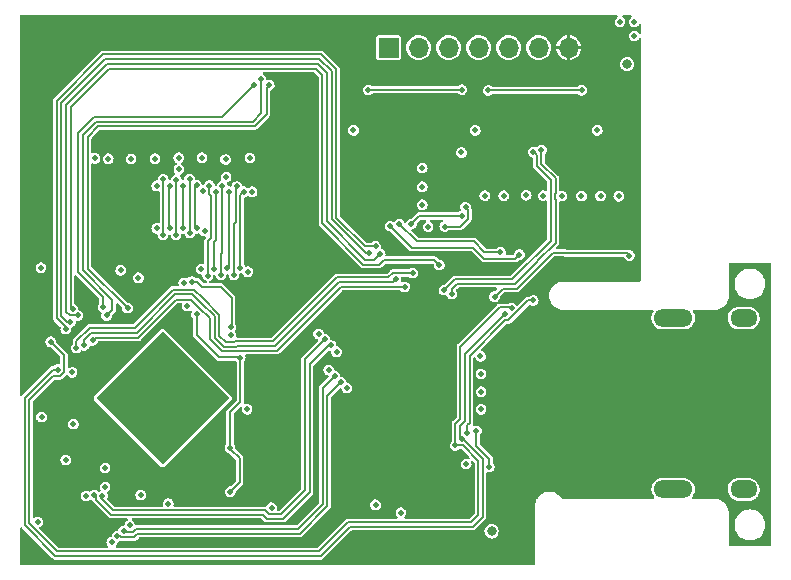
<source format=gbr>
%TF.GenerationSoftware,KiCad,Pcbnew,(6.0.7)*%
%TF.CreationDate,2022-10-26T00:08:39+02:00*%
%TF.ProjectId,TTL_to_HDMI,54544c5f-746f-45f4-9844-4d492e6b6963,rev?*%
%TF.SameCoordinates,Original*%
%TF.FileFunction,Copper,L4,Bot*%
%TF.FilePolarity,Positive*%
%FSLAX46Y46*%
G04 Gerber Fmt 4.6, Leading zero omitted, Abs format (unit mm)*
G04 Created by KiCad (PCBNEW (6.0.7)) date 2022-10-26 00:08:39*
%MOMM*%
%LPD*%
G01*
G04 APERTURE LIST*
G04 Aperture macros list*
%AMRotRect*
0 Rectangle, with rotation*
0 The origin of the aperture is its center*
0 $1 length*
0 $2 width*
0 $3 Rotation angle, in degrees counterclockwise*
0 Add horizontal line*
21,1,$1,$2,0,0,$3*%
G04 Aperture macros list end*
%TA.AperFunction,ComponentPad*%
%ADD10O,3.300000X1.500000*%
%TD*%
%TA.AperFunction,ComponentPad*%
%ADD11O,2.300000X1.500000*%
%TD*%
%TA.AperFunction,ComponentPad*%
%ADD12R,1.700000X1.700000*%
%TD*%
%TA.AperFunction,ComponentPad*%
%ADD13O,1.700000X1.700000*%
%TD*%
%TA.AperFunction,ComponentPad*%
%ADD14C,0.600000*%
%TD*%
%TA.AperFunction,SMDPad,CuDef*%
%ADD15RotRect,8.000000X8.000000X135.000000*%
%TD*%
%TA.AperFunction,ViaPad*%
%ADD16C,0.500000*%
%TD*%
%TA.AperFunction,ViaPad*%
%ADD17C,0.800000*%
%TD*%
%TA.AperFunction,Conductor*%
%ADD18C,0.200000*%
%TD*%
G04 APERTURE END LIST*
D10*
%TO.P,J4,SH,SH*%
%TO.N,GND*%
X126507000Y-97906000D03*
X126507000Y-112406000D03*
D11*
X132467000Y-97906000D03*
X132467000Y-112406000D03*
%TD*%
D12*
%TO.P,J3,1,Pin_1*%
%TO.N,GND*%
X102400000Y-75000000D03*
D13*
%TO.P,J3,2,Pin_2*%
%TO.N,UART2rx*%
X104940000Y-75000000D03*
%TO.P,J3,3,Pin_3*%
%TO.N,UART2tx*%
X107480000Y-75000000D03*
%TO.P,J3,4,Pin_4*%
%TO.N,DBGrst*%
X110020000Y-75000000D03*
%TO.P,J3,5,Pin_5*%
%TO.N,DBGdio*%
X112560000Y-75000000D03*
%TO.P,J3,6,Pin_6*%
%TO.N,DBGclk*%
X115100000Y-75000000D03*
%TO.P,J3,7,Pin_7*%
%TO.N,VCC*%
X117640000Y-75000000D03*
%TD*%
D14*
%TO.P,U2,65,EP*%
%TO.N,GND*%
X83296000Y-104673000D03*
X80467573Y-104673000D03*
X84710214Y-106087214D03*
X86124427Y-104673000D03*
X83296000Y-109622747D03*
X78346253Y-104673000D03*
D15*
X83296000Y-104673000D03*
D14*
X85770874Y-102198126D03*
X81881786Y-103258786D03*
X85770874Y-107147874D03*
X80821126Y-102198126D03*
X83296000Y-99723253D03*
X83296000Y-107501427D03*
X88245747Y-104673000D03*
X83296000Y-101844573D03*
X80821126Y-107147874D03*
X84710214Y-103258786D03*
X81881786Y-106087214D03*
%TD*%
D16*
%TO.N,GND*%
X78400000Y-110600000D03*
X81225000Y-94475000D03*
X110550000Y-87524500D03*
X121901306Y-87575806D03*
X86600000Y-84325000D03*
X118728938Y-87547257D03*
X80501116Y-115449020D03*
X110228056Y-102626000D03*
X89052420Y-99368358D03*
X86825980Y-90527900D03*
X96482119Y-99225683D03*
X110179563Y-101126500D03*
X78400000Y-112200000D03*
X98859789Y-103809789D03*
X101300000Y-113700000D03*
X82775500Y-90299498D03*
X110236000Y-105625000D03*
X120075000Y-82000000D03*
X75075000Y-109900000D03*
X108575000Y-83875000D03*
X122000000Y-72800000D03*
X97340211Y-102290211D03*
X86552489Y-93744610D03*
X123200000Y-72800000D03*
X92500000Y-113950500D03*
X98000717Y-100741660D03*
X83750000Y-113600000D03*
X85350000Y-96884509D03*
X72700000Y-115150000D03*
X76784933Y-112967354D03*
X112150000Y-87524500D03*
X79725000Y-93850000D03*
X120356594Y-87545518D03*
X82775500Y-86690719D03*
X117075000Y-87549500D03*
X78659500Y-84400000D03*
X90659500Y-84350000D03*
X84636405Y-84322710D03*
X110236000Y-104125500D03*
X90849503Y-87202900D03*
X73025000Y-106275000D03*
X77560500Y-84375000D03*
X105750000Y-90150000D03*
X105249500Y-88300000D03*
X75722847Y-106872847D03*
X99425000Y-82000000D03*
X123200000Y-74000000D03*
X115489347Y-87524342D03*
X108975000Y-110250000D03*
X109744000Y-82006000D03*
X105249500Y-86775000D03*
X90425000Y-105625000D03*
X86650000Y-87175000D03*
X85060521Y-94917992D03*
X88607600Y-84462098D03*
X84650000Y-85300000D03*
X78973914Y-116883577D03*
X80600000Y-84425000D03*
X90481801Y-93976021D03*
X82625000Y-84400000D03*
X103450000Y-114375000D03*
X75600000Y-102500000D03*
X114056860Y-87498520D03*
X81425000Y-112875000D03*
X105250000Y-85200000D03*
X88650000Y-85950000D03*
X72975000Y-93625000D03*
%TO.N,DBGrst*%
X100675000Y-78575000D03*
X108600000Y-78550000D03*
%TO.N,VCC*%
X86250000Y-112525000D03*
X72700000Y-111750000D03*
X74100000Y-108700000D03*
X79849020Y-111371954D03*
X72050000Y-101425000D03*
X72000000Y-99900000D03*
X107575000Y-85025000D03*
X76875000Y-110100000D03*
X92475000Y-112650000D03*
X110400000Y-84125000D03*
X117075000Y-92900000D03*
X72925000Y-97125000D03*
X100200000Y-88800000D03*
X102175000Y-83850000D03*
X76883938Y-95541062D03*
X76896059Y-100853941D03*
%TO.N,Net-(D1-Pad1)*%
X111375000Y-96075000D03*
X122800000Y-92600000D03*
D17*
%TO.N,+5V*%
X111125000Y-115951000D03*
X122600000Y-76400000D03*
D16*
%TO.N,Net-(J1-Pad9)*%
X92300000Y-78175000D03*
X80300000Y-97050000D03*
%TO.N,Net-(J1-Pad10)*%
X91600000Y-77675000D03*
X78525942Y-97674058D03*
%TO.N,Net-(J1-Pad11)*%
X78225000Y-96957904D03*
X91000000Y-78150000D03*
%TO.N,B5*%
X89849520Y-93650000D03*
X90150000Y-87202900D03*
%TO.N,B4*%
X89560500Y-86750000D03*
X89299989Y-94225000D03*
%TO.N,B3*%
X88900500Y-87202900D03*
X88750520Y-93650000D03*
%TO.N,B2*%
X88200989Y-94250000D03*
X88325000Y-86700000D03*
%TO.N,B1*%
X87775500Y-87202900D03*
X87651489Y-93700000D03*
%TO.N,B0*%
X87225989Y-86675000D03*
X87101989Y-94300000D03*
%TO.N,G5*%
X86150000Y-90299498D03*
X86150000Y-86650000D03*
%TO.N,G4*%
X85560500Y-86150000D03*
X85571483Y-90692717D03*
%TO.N,G3*%
X84992967Y-90299498D03*
X85025500Y-86693139D03*
%TO.N,G2*%
X84400000Y-90875000D03*
X84425000Y-86175000D03*
%TO.N,G1*%
X83875500Y-90299498D03*
X83875500Y-86700000D03*
%TO.N,G0*%
X83300989Y-90855925D03*
X83326000Y-86146737D03*
%TO.N,CLK*%
X89052420Y-98668855D03*
X85750000Y-94800000D03*
%TO.N,/13*%
X114649500Y-96400000D03*
X109051842Y-107593403D03*
%TO.N,/UTILITY*%
X110931500Y-110490000D03*
X109847444Y-107434444D03*
%TO.N,SCL*%
X74375000Y-102250000D03*
X108602970Y-108129889D03*
X112268000Y-97536000D03*
%TO.N,SDA*%
X112817500Y-97028000D03*
X73800000Y-99900000D03*
X108053470Y-108679389D03*
%TO.N,Net-(R2-Pad2)*%
X89000000Y-112600000D03*
X88975000Y-108900000D03*
X86150000Y-97575000D03*
X89841218Y-101239758D03*
%TO.N,UART2tx*%
X103325000Y-89950000D03*
X111875000Y-92325000D03*
%TO.N,UART2rx*%
X113488556Y-92511444D03*
X102525000Y-90100000D03*
%TO.N,CONFIG*%
X104325000Y-89925000D03*
X108600000Y-89250980D03*
%TO.N,Net-(SW1-Pad2)*%
X107166906Y-90141727D03*
X108925000Y-88525000D03*
X118750000Y-78600000D03*
X110850000Y-78625000D03*
%TO.N,EDGE*%
X75075000Y-98825000D03*
X101300000Y-91825000D03*
%TO.N,MSEN*%
X103000000Y-94624500D03*
X76645550Y-100200836D03*
%TO.N,nPD*%
X103775000Y-95250000D03*
X77367234Y-99774883D03*
%TO.N,nRST*%
X75975000Y-100400000D03*
X104450000Y-94075000D03*
%TO.N,CTL1*%
X75457330Y-98224224D03*
X100725000Y-92425500D03*
%TO.N,CTL2*%
X76091659Y-97674713D03*
X101701056Y-92473944D03*
%TO.N,DBGdio*%
X107100000Y-95525000D03*
X114667155Y-83826743D03*
%TO.N,DBGclk*%
X107750000Y-95850000D03*
X115350000Y-83675000D03*
%TO.N,CTL3*%
X106700000Y-93400000D03*
X75652325Y-97125213D03*
%TO.N,/TX0+*%
X97009834Y-99684834D03*
X78174499Y-112957260D03*
%TO.N,/TX0-*%
X97540166Y-100215166D03*
X77479128Y-112881346D03*
%TO.N,/TX1+*%
X97834834Y-102784834D03*
X79973033Y-115907746D03*
%TO.N,/TX1-*%
X79444813Y-116366317D03*
X98365166Y-103315166D03*
%TD*%
D18*
%TO.N,DBGrst*%
X100700000Y-78550000D02*
X108600000Y-78550000D01*
X100675000Y-78575000D02*
X100700000Y-78550000D01*
%TO.N,Net-(D1-Pad1)*%
X113241165Y-95399520D02*
X112050480Y-95399520D01*
X117352818Y-92400000D02*
X117302818Y-92350000D01*
X112050480Y-95399520D02*
X111375000Y-96075000D01*
X116290685Y-92350000D02*
X113241165Y-95399520D01*
X122600000Y-92400000D02*
X117352818Y-92400000D01*
X117302818Y-92350000D02*
X116290685Y-92350000D01*
X122800000Y-92600000D02*
X122600000Y-92400000D01*
%TO.N,Net-(J1-Pad9)*%
X92075000Y-78400000D02*
X92075000Y-80640006D01*
X76950000Y-82525000D02*
X76950000Y-93700000D01*
X77825000Y-81650000D02*
X76950000Y-82525000D01*
X76950000Y-93700000D02*
X80300000Y-97050000D01*
X92075000Y-80640006D02*
X91065006Y-81650000D01*
X91065006Y-81650000D02*
X77825000Y-81650000D01*
X92300000Y-78175000D02*
X92075000Y-78400000D01*
%TO.N,Net-(J1-Pad10)*%
X91600000Y-80550000D02*
X91600000Y-77675000D01*
X90899519Y-81250481D02*
X91600000Y-80550000D01*
X79024511Y-96339517D02*
X76550480Y-93865486D01*
X76550480Y-93865486D02*
X76550481Y-82359513D01*
X77659513Y-81250481D02*
X90899519Y-81250481D01*
X76550481Y-82359513D02*
X77659513Y-81250481D01*
X79024511Y-97175489D02*
X79024511Y-96339517D01*
X78525942Y-97674058D02*
X79024511Y-97175489D01*
%TO.N,Net-(J1-Pad11)*%
X78225000Y-96105012D02*
X76150960Y-94030972D01*
X88299039Y-80850961D02*
X91000000Y-78150000D01*
X77494027Y-80850961D02*
X88299039Y-80850961D01*
X76150960Y-94030972D02*
X76150962Y-82194026D01*
X76150962Y-82194026D02*
X77494027Y-80850961D01*
X78225000Y-96957904D02*
X78225000Y-96105012D01*
%TO.N,B5*%
X89849520Y-93650000D02*
X89849899Y-93649621D01*
X89849899Y-93649621D02*
X89849899Y-87503001D01*
X89849899Y-87503001D02*
X90150000Y-87202900D01*
%TO.N,B4*%
X89450000Y-86860500D02*
X89560500Y-86750000D01*
X89300020Y-89924980D02*
X89450000Y-89775000D01*
X89299989Y-94225000D02*
X89300020Y-94224969D01*
X89300020Y-94224969D02*
X89300020Y-89924980D01*
X89450000Y-89775000D02*
X89450000Y-86860500D01*
%TO.N,B3*%
X88900500Y-93500020D02*
X88900500Y-87202900D01*
X88750520Y-93650000D02*
X88900500Y-93500020D01*
%TO.N,B2*%
X88200989Y-94250000D02*
X88200989Y-92482258D01*
X88200989Y-92482258D02*
X88325000Y-92358247D01*
X88325000Y-92358247D02*
X88325000Y-86700000D01*
%TO.N,B1*%
X87651489Y-93700000D02*
X87651489Y-91423511D01*
X87775000Y-91300000D02*
X87775000Y-87203400D01*
X87651489Y-91423511D02*
X87775000Y-91300000D01*
X87775000Y-87203400D02*
X87775500Y-87202900D01*
%TO.N,B0*%
X87375480Y-87580007D02*
X87225989Y-87430516D01*
X87375480Y-91134514D02*
X87375480Y-87580007D01*
X87225989Y-87430516D02*
X87225989Y-86675000D01*
X87101989Y-94300000D02*
X87101989Y-91408005D01*
X87101989Y-91408005D02*
X87375480Y-91134514D01*
%TO.N,G5*%
X86150000Y-90299498D02*
X86050000Y-90199498D01*
X86050000Y-86750000D02*
X86150000Y-86650000D01*
X86050000Y-90199498D02*
X86050000Y-86750000D01*
%TO.N,G4*%
X85575000Y-86164500D02*
X85560500Y-86150000D01*
X85571483Y-90692717D02*
X85575000Y-90689200D01*
X85575000Y-90689200D02*
X85575000Y-86164500D01*
%TO.N,G3*%
X85025000Y-86693639D02*
X85025000Y-89600000D01*
X85025000Y-89600000D02*
X85025000Y-90267465D01*
X85025000Y-90267465D02*
X84992967Y-90299498D01*
X85025500Y-86693139D02*
X85025000Y-86693639D01*
%TO.N,G2*%
X84400000Y-90875000D02*
X84425000Y-90850000D01*
X84425000Y-90850000D02*
X84425000Y-89125000D01*
X84425000Y-89125000D02*
X84425000Y-86175000D01*
%TO.N,G1*%
X83875500Y-90299498D02*
X83850000Y-90273998D01*
X83850000Y-86725500D02*
X83875500Y-86700000D01*
X83850000Y-90273998D02*
X83850000Y-86725500D01*
%TO.N,G0*%
X83300989Y-90855925D02*
X83325000Y-90831914D01*
X83325000Y-86147737D02*
X83326000Y-86146737D01*
X83325000Y-90831914D02*
X83325000Y-86147737D01*
%TO.N,CLK*%
X88175000Y-95225000D02*
X86625000Y-95225000D01*
X86200000Y-94800000D02*
X85750000Y-94800000D01*
X86625000Y-95225000D02*
X86200000Y-94800000D01*
X89125000Y-98596275D02*
X89125000Y-96175000D01*
X89125000Y-96175000D02*
X88175000Y-95225000D01*
X89052420Y-98668855D02*
X89125000Y-98596275D01*
%TO.N,/13*%
X112537318Y-98086000D02*
X112283686Y-98086000D01*
X109051842Y-106963530D02*
X109051842Y-107593403D01*
X109258000Y-101111686D02*
X109258000Y-106757371D01*
X112283686Y-98086000D02*
X109258000Y-101111686D01*
X114649500Y-96400000D02*
X114223318Y-96400000D01*
X109258000Y-106757371D02*
X109051842Y-106963530D01*
X114223318Y-96400000D02*
X112537318Y-98086000D01*
%TO.N,/UTILITY*%
X109847444Y-108716072D02*
X109847444Y-107434444D01*
X110931500Y-110490000D02*
X110931500Y-109800128D01*
X110931500Y-109800128D02*
X109847444Y-108716072D01*
%TO.N,SCL*%
X108695575Y-108129889D02*
X110382000Y-109816315D01*
X108458000Y-107984919D02*
X108458000Y-106991686D01*
X108858000Y-100946000D02*
X112268000Y-97536000D01*
X108602970Y-108129889D02*
X108458000Y-107984919D01*
X99125000Y-115575000D02*
X96650000Y-118050000D01*
X110382000Y-109816315D02*
X110382000Y-114719685D01*
X74000000Y-102250000D02*
X74375000Y-102250000D01*
X110382000Y-114719685D02*
X109526685Y-115575000D01*
X108458000Y-106991686D02*
X108858000Y-106591686D01*
X71600000Y-104650000D02*
X74000000Y-102250000D01*
X108602970Y-108129889D02*
X108695575Y-108129889D01*
X109526685Y-115575000D02*
X99125000Y-115575000D01*
X71600000Y-115450000D02*
X71600000Y-104650000D01*
X74200000Y-118050000D02*
X71600000Y-115450000D01*
X108858000Y-106591686D02*
X108858000Y-100946000D01*
X96650000Y-118050000D02*
X74200000Y-118050000D01*
%TO.N,SDA*%
X112775500Y-96986000D02*
X112817500Y-97028000D01*
X74924511Y-101024511D02*
X73800000Y-99900000D01*
X71999520Y-115284514D02*
X71999520Y-104815486D01*
X74924511Y-102477616D02*
X74924511Y-101024511D01*
X108053470Y-108679389D02*
X108053470Y-106830530D01*
X108679389Y-108679389D02*
X109982000Y-109982000D01*
X71999520Y-104815486D02*
X74015495Y-102799511D01*
X74602616Y-102799511D02*
X74924511Y-102477616D01*
X74015495Y-102799511D02*
X74602616Y-102799511D01*
X108053470Y-106830530D02*
X108458000Y-106426000D01*
X74365486Y-117650480D02*
X71999520Y-115284514D01*
X109982000Y-109982000D02*
X109982000Y-114554000D01*
X96484514Y-117650480D02*
X74365486Y-117650480D01*
X98959994Y-115175000D02*
X96484514Y-117650480D01*
X109361000Y-115175000D02*
X98959994Y-115175000D01*
X108458000Y-106426000D02*
X108458000Y-100330000D01*
X108458000Y-100330000D02*
X111802000Y-96986000D01*
X111802000Y-96986000D02*
X112775500Y-96986000D01*
X109982000Y-114554000D02*
X109361000Y-115175000D01*
X108053470Y-108679389D02*
X108679389Y-108679389D01*
%TO.N,Net-(R2-Pad2)*%
X89800000Y-111800000D02*
X89800000Y-109775000D01*
X89841218Y-101239758D02*
X89850000Y-101248540D01*
X89850000Y-101248540D02*
X89850000Y-104975000D01*
X88975000Y-105850000D02*
X88975000Y-108900000D01*
X89826460Y-101225000D02*
X88025000Y-101225000D01*
X89000000Y-112600000D02*
X89800000Y-111800000D01*
X88975000Y-108950000D02*
X88975000Y-108900000D01*
X88025000Y-101225000D02*
X86150000Y-99350000D01*
X89800000Y-109775000D02*
X88975000Y-108950000D01*
X89850000Y-104975000D02*
X88975000Y-105850000D01*
X86150000Y-99350000D02*
X86150000Y-97575000D01*
X89841218Y-101239758D02*
X89826460Y-101225000D01*
%TO.N,UART2tx*%
X109600000Y-91400000D02*
X110525000Y-92325000D01*
X104775000Y-91400000D02*
X109600000Y-91400000D01*
X110525000Y-92325000D02*
X111875000Y-92325000D01*
X103325000Y-89950000D02*
X104775000Y-91400000D01*
%TO.N,UART2rx*%
X113125489Y-92874511D02*
X113488556Y-92511444D01*
X110499511Y-92874511D02*
X113125489Y-92874511D01*
X104350000Y-91925000D02*
X109550000Y-91925000D01*
X102525000Y-90100000D02*
X104350000Y-91925000D01*
X109550000Y-91925000D02*
X110499511Y-92874511D01*
%TO.N,CONFIG*%
X104999020Y-89250980D02*
X108600000Y-89250980D01*
X104325000Y-89925000D02*
X104999020Y-89250980D01*
%TO.N,Net-(SW1-Pad2)*%
X109149511Y-89478596D02*
X109149511Y-88924511D01*
X109125000Y-88725000D02*
X108925000Y-88525000D01*
X109149511Y-88924511D02*
X109125000Y-88900000D01*
X110875000Y-78600000D02*
X118750000Y-78600000D01*
X108486380Y-90141727D02*
X109149511Y-89478596D01*
X110850000Y-78625000D02*
X110875000Y-78600000D01*
X107166906Y-90141727D02*
X108486380Y-90141727D01*
X109125000Y-88900000D02*
X109125000Y-88725000D01*
%TO.N,EDGE*%
X100420018Y-91825000D02*
X101300000Y-91825000D01*
X75075000Y-98667133D02*
X74301441Y-97893574D01*
X97974520Y-89379502D02*
X100420018Y-91825000D01*
X78234994Y-75575000D02*
X96720018Y-75575000D01*
X75075000Y-98825000D02*
X75075000Y-98667133D01*
X97974520Y-76829502D02*
X97974520Y-89379502D01*
X74301441Y-79508553D02*
X78234994Y-75575000D01*
X96720018Y-75575000D02*
X97974520Y-76829502D01*
X74301441Y-97893574D02*
X74301441Y-79508553D01*
%TO.N,MSEN*%
X87674520Y-97757387D02*
X87674520Y-99541653D01*
X85789526Y-95874520D02*
X86540976Y-96625970D01*
X77248861Y-99116145D02*
X81073861Y-99116145D01*
X84315486Y-95874520D02*
X85789526Y-95874520D01*
X102774020Y-94850480D02*
X103000000Y-94624500D01*
X87674520Y-99541653D02*
X88450255Y-100317388D01*
X76645550Y-100200836D02*
X76645550Y-99719456D01*
X89559514Y-100250480D02*
X92784514Y-100250480D01*
X92784514Y-100250480D02*
X98184514Y-94850480D01*
X88450255Y-100317388D02*
X89492605Y-100317389D01*
X89492605Y-100317389D02*
X89559514Y-100250480D01*
X81073861Y-99116145D02*
X84315486Y-95874520D01*
X86543103Y-96625970D02*
X87674520Y-97757387D01*
X86540976Y-96625970D02*
X86543103Y-96625970D01*
X98184514Y-94850480D02*
X102774020Y-94850480D01*
X76645550Y-99719456D02*
X77248861Y-99116145D01*
%TO.N,nPD*%
X81205012Y-99550000D02*
X84430012Y-96325000D01*
X92950000Y-100650000D02*
X98350000Y-95250000D01*
X86377616Y-97025489D02*
X87275000Y-97922873D01*
X77592117Y-99550000D02*
X81205012Y-99550000D01*
X87275000Y-99707139D02*
X88284769Y-100716908D01*
X88284769Y-100716908D02*
X89658092Y-100716908D01*
X86375489Y-97025489D02*
X86377616Y-97025489D01*
X89725000Y-100650000D02*
X92950000Y-100650000D01*
X84430012Y-96325000D02*
X85675000Y-96325000D01*
X98350000Y-95250000D02*
X103775000Y-95250000D01*
X85675000Y-96325000D02*
X86375489Y-97025489D01*
X89658092Y-100716908D02*
X89725000Y-100650000D01*
X77367234Y-99774883D02*
X77592117Y-99550000D01*
X87275000Y-97922873D02*
X87275000Y-99707139D01*
%TO.N,nRST*%
X92619028Y-99850960D02*
X98019028Y-94450960D01*
X102396413Y-94450960D02*
X102772373Y-94075000D01*
X89394028Y-99850960D02*
X92619028Y-99850960D01*
X84150000Y-95475000D02*
X85955013Y-95475001D01*
X98019028Y-94450960D02*
X102396413Y-94450960D01*
X102772373Y-94075000D02*
X104450000Y-94075000D01*
X88074040Y-97591901D02*
X88074040Y-99376167D01*
X77083374Y-98716626D02*
X80908374Y-98716626D01*
X75975000Y-100400000D02*
X75975000Y-99825000D01*
X75975000Y-99825000D02*
X77083374Y-98716626D01*
X80908374Y-98716626D02*
X84150000Y-95475000D01*
X86708590Y-96226451D02*
X88074040Y-97591901D01*
X89327119Y-99917869D02*
X89394028Y-99850960D01*
X85955013Y-95475001D02*
X86706463Y-96226451D01*
X88615742Y-99917869D02*
X89327119Y-99917869D01*
X88074040Y-99376167D02*
X88615742Y-99917869D01*
X86706463Y-96226451D02*
X86708590Y-96226451D01*
%TO.N,CTL1*%
X100455512Y-92425500D02*
X100725000Y-92425500D01*
X74700961Y-97728088D02*
X74700961Y-79674039D01*
X78400480Y-75974520D02*
X96554534Y-75974522D01*
X97575000Y-76994988D02*
X97575000Y-89544988D01*
X96554534Y-75974522D02*
X97575000Y-76994988D01*
X75197097Y-98224224D02*
X74700961Y-97728088D01*
X74700961Y-79674039D02*
X78400480Y-75974520D01*
X97575000Y-89544988D02*
X100455512Y-92425500D01*
X75457330Y-98224224D02*
X75197097Y-98224224D01*
%TO.N,CTL2*%
X101200000Y-92975000D02*
X101701056Y-92473944D01*
X76091659Y-97674713D02*
X75985805Y-97568859D01*
X75100480Y-79839526D02*
X78565966Y-76374040D01*
X75424709Y-97674724D02*
X75100480Y-97350495D01*
X97175480Y-77160474D02*
X97175480Y-89710474D01*
X75985805Y-97568859D02*
X75879941Y-97674724D01*
X100440006Y-92975000D02*
X101200000Y-92975000D01*
X97175480Y-89710474D02*
X100440006Y-92975000D01*
X96389047Y-76374041D02*
X97175480Y-77160474D01*
X75879941Y-97674724D02*
X75424709Y-97674724D01*
X78565966Y-76374040D02*
X96389047Y-76374041D01*
X75100480Y-97350495D02*
X75100480Y-79839526D01*
%TO.N,DBGdio*%
X116125969Y-91359025D02*
X112884994Y-94600000D01*
X114950480Y-85040486D02*
X116125969Y-86215975D01*
X116125969Y-86215975D02*
X116125969Y-91359025D01*
X114667155Y-83826743D02*
X114950480Y-84110068D01*
X108025000Y-94600000D02*
X107100000Y-95525000D01*
X112884994Y-94600000D02*
X108025000Y-94600000D01*
X114950480Y-84110068D02*
X114950480Y-85040486D01*
%TO.N,DBGclk*%
X115350000Y-84875000D02*
X115350000Y-83675000D01*
X116525489Y-87321884D02*
X116550000Y-87297373D01*
X116550000Y-87297373D02*
X116550000Y-86075000D01*
X114950000Y-93125000D02*
X114950000Y-93100000D01*
X116525489Y-87777116D02*
X116525489Y-87321884D01*
X116550000Y-91500000D02*
X116550000Y-87801627D01*
X107750000Y-95850000D02*
X107750000Y-95440006D01*
X116550000Y-87801627D02*
X116525489Y-87777116D01*
X114950000Y-93100000D02*
X116550000Y-91500000D01*
X107750000Y-95440006D02*
X108190486Y-94999520D01*
X113075480Y-94999520D02*
X114950000Y-93125000D01*
X116550000Y-86075000D02*
X115350000Y-84875000D01*
X108190486Y-94999520D02*
X113075480Y-94999520D01*
%TO.N,CTL3*%
X101577607Y-93374520D02*
X101977127Y-92975000D01*
X96223560Y-76773560D02*
X96775960Y-77325960D01*
X75500000Y-80005012D02*
X78731452Y-76773560D01*
X75652325Y-97125213D02*
X75575213Y-97125213D01*
X75575213Y-97125213D02*
X75500000Y-97050000D01*
X96775960Y-77325960D02*
X96775960Y-89875960D01*
X78731452Y-76773560D02*
X96223560Y-76773560D01*
X101977127Y-92975000D02*
X106275000Y-92975000D01*
X96775960Y-89875960D02*
X100274520Y-93374520D01*
X100274520Y-93374520D02*
X101577607Y-93374520D01*
X106275000Y-92975000D02*
X106700000Y-93400000D01*
X75500000Y-97050000D02*
X75500000Y-80005012D01*
%TO.N,/TX0+*%
X78075001Y-113056758D02*
X78075001Y-113150001D01*
X78174499Y-112957260D02*
X78075001Y-113056758D01*
X79075000Y-114150000D02*
X91922373Y-114150000D01*
X92272384Y-114500011D02*
X93306789Y-114500011D01*
X78075001Y-113150001D02*
X79075000Y-114150000D01*
X91922373Y-114150000D02*
X92272384Y-114500011D01*
X93306789Y-114500011D02*
X95325480Y-112481320D01*
X95325480Y-101369188D02*
X97009834Y-99684834D01*
X95325480Y-112481320D02*
X95325480Y-101369188D01*
%TO.N,/TX0-*%
X97328033Y-100215166D02*
X97540166Y-100215166D01*
X78909514Y-114549520D02*
X91756887Y-114549520D01*
X77624999Y-113265005D02*
X78909514Y-114549520D01*
X93472276Y-114899530D02*
X95725000Y-112646806D01*
X77624999Y-113027217D02*
X77624999Y-113265005D01*
X77479128Y-112881346D02*
X77624999Y-113027217D01*
X91756887Y-114549520D02*
X92106897Y-114899530D01*
X95725000Y-112646806D02*
X95725000Y-101818199D01*
X92106897Y-114899530D02*
X93472276Y-114899530D01*
X95725000Y-101818199D02*
X97328033Y-100215166D01*
%TO.N,/TX1+*%
X80977263Y-115750000D02*
X94731800Y-115750000D01*
X80728732Y-115998531D02*
X80977263Y-115750000D01*
X94731800Y-115750000D02*
X96825000Y-113656800D01*
X96825000Y-103794668D02*
X97834834Y-102784834D01*
X80063818Y-115998531D02*
X80728732Y-115998531D01*
X96825000Y-113656800D02*
X96825000Y-103794668D01*
X79973033Y-115907746D02*
X80063818Y-115998531D01*
%TO.N,/TX1-*%
X97224520Y-104455812D02*
X98365166Y-103315166D01*
X80835012Y-116457257D02*
X81142749Y-116149520D01*
X94897287Y-116149519D02*
X97224520Y-113822286D01*
X79641317Y-116366317D02*
X79732257Y-116457257D01*
X79444813Y-116366317D02*
X79641317Y-116366317D01*
X79732257Y-116457257D02*
X80835012Y-116457257D01*
X97224520Y-113822286D02*
X97224520Y-104455812D01*
X81142749Y-116149520D02*
X94897287Y-116149519D01*
%TD*%
%TA.AperFunction,Conductor*%
%TO.N,VCC*%
G36*
X117141640Y-72200502D02*
G01*
X121713291Y-72232561D01*
X121771347Y-72251876D01*
X121806963Y-72301627D01*
X121806534Y-72362811D01*
X121765424Y-72415286D01*
X121719609Y-72444194D01*
X121705019Y-72453399D01*
X121619596Y-72550122D01*
X121564754Y-72666932D01*
X121544901Y-72794440D01*
X121545816Y-72801437D01*
X121545816Y-72801438D01*
X121547082Y-72811120D01*
X121561633Y-72922394D01*
X121564471Y-72928845D01*
X121564472Y-72928847D01*
X121607803Y-73027324D01*
X121613605Y-73040510D01*
X121655122Y-73089901D01*
X121692100Y-73133892D01*
X121692103Y-73133894D01*
X121696639Y-73139291D01*
X121804060Y-73210796D01*
X121810788Y-73212898D01*
X121810790Y-73212899D01*
X121865647Y-73230037D01*
X121927233Y-73249278D01*
X121991744Y-73250460D01*
X122049202Y-73251514D01*
X122049204Y-73251514D01*
X122056255Y-73251643D01*
X122063058Y-73249788D01*
X122063060Y-73249788D01*
X122104828Y-73238400D01*
X122180755Y-73217700D01*
X122290724Y-73150179D01*
X122377322Y-73054507D01*
X122433588Y-72938375D01*
X122454997Y-72811120D01*
X122455133Y-72800000D01*
X122436839Y-72672259D01*
X122383428Y-72554788D01*
X122299193Y-72457028D01*
X122240076Y-72418711D01*
X122201530Y-72371196D01*
X122198274Y-72310098D01*
X122231552Y-72258754D01*
X122294617Y-72236638D01*
X122900099Y-72240884D01*
X122958156Y-72260199D01*
X122993772Y-72309950D01*
X122993343Y-72371134D01*
X122952233Y-72423609D01*
X122905019Y-72453399D01*
X122819596Y-72550122D01*
X122764754Y-72666932D01*
X122744901Y-72794440D01*
X122745816Y-72801437D01*
X122745816Y-72801438D01*
X122747082Y-72811120D01*
X122761633Y-72922394D01*
X122764471Y-72928845D01*
X122764472Y-72928847D01*
X122807803Y-73027324D01*
X122813605Y-73040510D01*
X122855122Y-73089901D01*
X122892100Y-73133892D01*
X122892103Y-73133894D01*
X122896639Y-73139291D01*
X123004060Y-73210796D01*
X123010788Y-73212898D01*
X123010790Y-73212899D01*
X123065647Y-73230037D01*
X123127233Y-73249278D01*
X123191744Y-73250460D01*
X123249202Y-73251514D01*
X123249204Y-73251514D01*
X123256255Y-73251643D01*
X123263058Y-73249788D01*
X123263060Y-73249788D01*
X123304828Y-73238400D01*
X123380755Y-73217700D01*
X123490724Y-73150179D01*
X123577322Y-73054507D01*
X123611406Y-72984158D01*
X123653794Y-72940034D01*
X123714022Y-72929252D01*
X123769085Y-72955930D01*
X123797951Y-73009878D01*
X123799500Y-73027324D01*
X123799500Y-73773085D01*
X123780593Y-73831276D01*
X123731093Y-73867240D01*
X123669907Y-73867240D01*
X123620407Y-73831276D01*
X123610378Y-73814061D01*
X123586349Y-73761212D01*
X123586348Y-73761211D01*
X123583428Y-73754788D01*
X123499193Y-73657028D01*
X123493276Y-73653193D01*
X123493274Y-73653191D01*
X123396824Y-73590677D01*
X123390906Y-73586841D01*
X123384150Y-73584821D01*
X123384149Y-73584820D01*
X123341335Y-73572016D01*
X123267273Y-73549866D01*
X123190644Y-73549398D01*
X123145282Y-73549121D01*
X123138231Y-73549078D01*
X123131454Y-73551015D01*
X123131453Y-73551015D01*
X123020935Y-73582601D01*
X123020933Y-73582602D01*
X123014155Y-73584539D01*
X122905019Y-73653399D01*
X122819596Y-73750122D01*
X122764754Y-73866932D01*
X122744901Y-73994440D01*
X122761633Y-74122394D01*
X122764471Y-74128845D01*
X122764472Y-74128847D01*
X122807803Y-74227324D01*
X122813605Y-74240510D01*
X122855122Y-74289901D01*
X122892100Y-74333892D01*
X122892103Y-74333894D01*
X122896639Y-74339291D01*
X123004060Y-74410796D01*
X123010788Y-74412898D01*
X123010790Y-74412899D01*
X123065647Y-74430037D01*
X123127233Y-74449278D01*
X123191744Y-74450461D01*
X123249202Y-74451514D01*
X123249204Y-74451514D01*
X123256255Y-74451643D01*
X123263058Y-74449788D01*
X123263060Y-74449788D01*
X123304828Y-74438400D01*
X123380755Y-74417700D01*
X123490724Y-74350179D01*
X123572072Y-74260307D01*
X123572590Y-74259735D01*
X123572590Y-74259734D01*
X123577322Y-74254507D01*
X123611406Y-74184158D01*
X123653794Y-74140034D01*
X123714022Y-74129252D01*
X123769085Y-74155930D01*
X123797951Y-74209878D01*
X123799500Y-74227324D01*
X123799500Y-94700500D01*
X123780593Y-94758691D01*
X123731093Y-94794655D01*
X123700500Y-94799500D01*
X117234281Y-94799500D01*
X117211926Y-94796943D01*
X117210226Y-94796549D01*
X117200718Y-94794345D01*
X117200000Y-94794344D01*
X117194542Y-94795589D01*
X117189272Y-94796179D01*
X117183130Y-94797116D01*
X117015490Y-94810309D01*
X117015485Y-94810310D01*
X117011620Y-94810614D01*
X116950952Y-94825179D01*
X116831655Y-94853819D01*
X116831652Y-94853820D01*
X116827878Y-94854726D01*
X116824288Y-94856213D01*
X116656890Y-94925551D01*
X116656884Y-94925554D01*
X116653299Y-94927039D01*
X116649988Y-94929068D01*
X116649984Y-94929070D01*
X116555826Y-94986771D01*
X116492182Y-95025772D01*
X116348494Y-95148494D01*
X116345965Y-95151455D01*
X116313223Y-95189791D01*
X116225772Y-95292182D01*
X116223742Y-95295495D01*
X116131208Y-95446496D01*
X116127039Y-95453299D01*
X116125554Y-95456884D01*
X116125551Y-95456890D01*
X116068366Y-95594948D01*
X116054726Y-95627878D01*
X116053820Y-95631652D01*
X116053819Y-95631655D01*
X116023234Y-95759054D01*
X116010614Y-95811620D01*
X116010310Y-95815485D01*
X116010309Y-95815490D01*
X116006421Y-95864891D01*
X115997961Y-95972394D01*
X115997156Y-95982618D01*
X115996849Y-95984615D01*
X115996846Y-95986555D01*
X115996582Y-95989907D01*
X115994344Y-95999641D01*
X115995543Y-96004937D01*
X115996515Y-96009234D01*
X115996803Y-96012890D01*
X115996800Y-96014535D01*
X115997075Y-96016349D01*
X116010261Y-96183892D01*
X116010614Y-96188380D01*
X116054726Y-96372122D01*
X116056213Y-96375712D01*
X116125551Y-96543110D01*
X116125554Y-96543116D01*
X116127039Y-96546701D01*
X116129068Y-96550012D01*
X116129070Y-96550016D01*
X116160858Y-96601888D01*
X116225772Y-96707818D01*
X116228295Y-96710772D01*
X116325716Y-96824836D01*
X116348494Y-96851506D01*
X116492182Y-96974228D01*
X116495495Y-96976258D01*
X116649984Y-97070930D01*
X116649988Y-97070932D01*
X116653299Y-97072961D01*
X116656884Y-97074446D01*
X116656890Y-97074449D01*
X116812770Y-97139016D01*
X116827878Y-97145274D01*
X116831652Y-97146180D01*
X116831655Y-97146181D01*
X117007409Y-97188375D01*
X117011620Y-97189386D01*
X117015485Y-97189690D01*
X117015490Y-97189691D01*
X117182113Y-97202805D01*
X117188248Y-97203752D01*
X117188248Y-97203748D01*
X117193820Y-97204389D01*
X117199282Y-97205655D01*
X117200000Y-97205656D01*
X117205452Y-97204412D01*
X117205455Y-97204412D01*
X117211734Y-97202980D01*
X117233752Y-97200500D01*
X124749215Y-97200500D01*
X124807406Y-97219407D01*
X124843370Y-97268907D01*
X124843370Y-97330093D01*
X124827441Y-97360177D01*
X124824710Y-97363698D01*
X124796773Y-97399714D01*
X124711519Y-97572974D01*
X124693496Y-97642166D01*
X124682122Y-97685833D01*
X124662845Y-97759837D01*
X124662582Y-97764849D01*
X124662582Y-97764851D01*
X124660054Y-97813088D01*
X124652739Y-97952671D01*
X124653489Y-97957630D01*
X124653489Y-97957631D01*
X124655565Y-97971357D01*
X124681614Y-98143599D01*
X124748290Y-98324821D01*
X124750930Y-98329079D01*
X124750931Y-98329081D01*
X124837256Y-98468308D01*
X124850045Y-98488934D01*
X124982721Y-98629235D01*
X124986826Y-98632109D01*
X124986829Y-98632112D01*
X125056004Y-98680548D01*
X125140898Y-98739991D01*
X125145494Y-98741980D01*
X125145496Y-98741981D01*
X125246393Y-98785643D01*
X125318115Y-98816680D01*
X125438779Y-98841888D01*
X125503408Y-98855390D01*
X125503410Y-98855390D01*
X125507133Y-98856168D01*
X125513468Y-98856500D01*
X127455259Y-98856500D01*
X127457747Y-98856247D01*
X127457752Y-98856247D01*
X127594123Y-98842395D01*
X127594127Y-98842394D01*
X127599110Y-98841888D01*
X127783373Y-98784144D01*
X127952261Y-98690528D01*
X128028023Y-98625592D01*
X128095065Y-98568130D01*
X128095067Y-98568128D01*
X128098875Y-98564864D01*
X128134665Y-98518724D01*
X128214156Y-98416246D01*
X128214159Y-98416241D01*
X128217227Y-98412286D01*
X128302481Y-98239026D01*
X128332000Y-98125701D01*
X128349890Y-98057021D01*
X128349891Y-98057017D01*
X128351155Y-98052163D01*
X128354170Y-97994643D01*
X128356369Y-97952671D01*
X131112739Y-97952671D01*
X131113489Y-97957630D01*
X131113489Y-97957631D01*
X131115565Y-97971357D01*
X131141614Y-98143599D01*
X131208290Y-98324821D01*
X131210930Y-98329079D01*
X131210931Y-98329081D01*
X131297256Y-98468308D01*
X131310045Y-98488934D01*
X131442721Y-98629235D01*
X131446826Y-98632109D01*
X131446829Y-98632112D01*
X131516004Y-98680548D01*
X131600898Y-98739991D01*
X131605494Y-98741980D01*
X131605496Y-98741981D01*
X131706393Y-98785643D01*
X131778115Y-98816680D01*
X131898779Y-98841888D01*
X131963408Y-98855390D01*
X131963410Y-98855390D01*
X131967133Y-98856168D01*
X131973468Y-98856500D01*
X132915259Y-98856500D01*
X132917747Y-98856247D01*
X132917752Y-98856247D01*
X133054123Y-98842395D01*
X133054127Y-98842394D01*
X133059110Y-98841888D01*
X133243373Y-98784144D01*
X133412261Y-98690528D01*
X133488023Y-98625592D01*
X133555065Y-98568130D01*
X133555067Y-98568128D01*
X133558875Y-98564864D01*
X133594665Y-98518724D01*
X133674156Y-98416246D01*
X133674159Y-98416241D01*
X133677227Y-98412286D01*
X133762481Y-98239026D01*
X133792000Y-98125701D01*
X133809890Y-98057021D01*
X133809891Y-98057017D01*
X133811155Y-98052163D01*
X133814170Y-97994643D01*
X133816369Y-97952671D01*
X133821261Y-97859329D01*
X133792386Y-97668401D01*
X133725710Y-97487179D01*
X133716079Y-97471645D01*
X133626599Y-97327330D01*
X133626598Y-97327329D01*
X133623955Y-97323066D01*
X133491279Y-97182765D01*
X133487174Y-97179891D01*
X133487171Y-97179888D01*
X133337208Y-97074884D01*
X133333102Y-97072009D01*
X133328506Y-97070020D01*
X133328504Y-97070019D01*
X133214943Y-97020877D01*
X133155885Y-96995320D01*
X133021062Y-96967154D01*
X132970592Y-96956610D01*
X132970590Y-96956610D01*
X132966867Y-96955832D01*
X132960532Y-96955500D01*
X132018741Y-96955500D01*
X132016253Y-96955753D01*
X132016248Y-96955753D01*
X131879877Y-96969605D01*
X131879873Y-96969606D01*
X131874890Y-96970112D01*
X131765297Y-97004456D01*
X131705539Y-97023183D01*
X131690627Y-97027856D01*
X131521739Y-97121472D01*
X131501270Y-97139016D01*
X131396782Y-97228574D01*
X131375125Y-97247136D01*
X131363941Y-97261554D01*
X131259844Y-97395754D01*
X131259843Y-97395756D01*
X131256773Y-97399714D01*
X131171519Y-97572974D01*
X131153496Y-97642166D01*
X131142122Y-97685833D01*
X131122845Y-97759837D01*
X131122582Y-97764849D01*
X131122582Y-97764851D01*
X131120054Y-97813088D01*
X131112739Y-97952671D01*
X128356369Y-97952671D01*
X128361261Y-97859329D01*
X128332386Y-97668401D01*
X128265710Y-97487179D01*
X128256079Y-97471645D01*
X128181690Y-97351669D01*
X128167095Y-97292250D01*
X128190213Y-97235600D01*
X128242214Y-97203358D01*
X128265829Y-97200500D01*
X129965719Y-97200500D01*
X129988074Y-97203057D01*
X129999282Y-97205655D01*
X130000000Y-97205656D01*
X130005458Y-97204411D01*
X130010728Y-97203821D01*
X130016870Y-97202884D01*
X130184510Y-97189691D01*
X130184515Y-97189690D01*
X130188380Y-97189386D01*
X130304527Y-97161502D01*
X130368345Y-97146181D01*
X130368348Y-97146180D01*
X130372122Y-97145274D01*
X130387230Y-97139016D01*
X130543110Y-97074449D01*
X130543116Y-97074446D01*
X130546701Y-97072961D01*
X130550012Y-97070932D01*
X130550016Y-97070930D01*
X130704505Y-96976258D01*
X130707818Y-96974228D01*
X130851506Y-96851506D01*
X130874285Y-96824836D01*
X130971705Y-96710772D01*
X130974228Y-96707818D01*
X131039142Y-96601888D01*
X131070930Y-96550016D01*
X131070932Y-96550012D01*
X131072961Y-96546701D01*
X131074446Y-96543116D01*
X131074449Y-96543110D01*
X131143787Y-96375712D01*
X131145274Y-96372122D01*
X131166038Y-96285635D01*
X131188480Y-96192154D01*
X131188480Y-96192153D01*
X131189386Y-96188380D01*
X131189740Y-96183892D01*
X131202805Y-96017887D01*
X131203752Y-96011752D01*
X131203748Y-96011752D01*
X131204389Y-96006180D01*
X131205655Y-96000718D01*
X131205656Y-96000000D01*
X131203782Y-95991784D01*
X131202980Y-95988266D01*
X131200500Y-95966248D01*
X131200500Y-95000000D01*
X131694532Y-95000000D01*
X131714365Y-95226692D01*
X131715484Y-95230867D01*
X131715484Y-95230869D01*
X131731121Y-95289228D01*
X131773261Y-95446496D01*
X131869432Y-95652734D01*
X131871913Y-95656277D01*
X131871914Y-95656279D01*
X131978042Y-95807846D01*
X131999953Y-95839139D01*
X132160861Y-96000047D01*
X132164399Y-96002524D01*
X132164401Y-96002526D01*
X132343721Y-96128086D01*
X132347266Y-96130568D01*
X132553504Y-96226739D01*
X132563745Y-96229483D01*
X132769131Y-96284516D01*
X132769133Y-96284516D01*
X132773308Y-96285635D01*
X132817795Y-96289527D01*
X132941050Y-96300311D01*
X132941061Y-96300311D01*
X132943216Y-96300500D01*
X133056784Y-96300500D01*
X133058939Y-96300311D01*
X133058950Y-96300311D01*
X133182205Y-96289527D01*
X133226692Y-96285635D01*
X133230867Y-96284516D01*
X133230869Y-96284516D01*
X133436255Y-96229483D01*
X133446496Y-96226739D01*
X133652734Y-96130568D01*
X133656279Y-96128086D01*
X133835599Y-96002526D01*
X133835601Y-96002524D01*
X133839139Y-96000047D01*
X134000047Y-95839139D01*
X134021959Y-95807846D01*
X134128086Y-95656279D01*
X134128087Y-95656277D01*
X134130568Y-95652734D01*
X134226739Y-95446496D01*
X134268879Y-95289228D01*
X134284516Y-95230869D01*
X134284516Y-95230867D01*
X134285635Y-95226692D01*
X134305468Y-95000000D01*
X134285635Y-94773308D01*
X134281719Y-94758691D01*
X134244747Y-94620710D01*
X134226739Y-94553504D01*
X134130568Y-94347266D01*
X134126833Y-94341932D01*
X134002526Y-94164401D01*
X134002524Y-94164399D01*
X134000047Y-94160861D01*
X133839139Y-93999953D01*
X133820842Y-93987141D01*
X133656279Y-93871914D01*
X133656277Y-93871913D01*
X133652734Y-93869432D01*
X133446496Y-93773261D01*
X133334303Y-93743199D01*
X133230869Y-93715484D01*
X133230867Y-93715484D01*
X133226692Y-93714365D01*
X133182205Y-93710473D01*
X133058950Y-93699689D01*
X133058939Y-93699689D01*
X133056784Y-93699500D01*
X132943216Y-93699500D01*
X132941061Y-93699689D01*
X132941050Y-93699689D01*
X132817795Y-93710473D01*
X132773308Y-93714365D01*
X132769133Y-93715484D01*
X132769131Y-93715484D01*
X132665697Y-93743199D01*
X132553504Y-93773261D01*
X132347266Y-93869432D01*
X132343723Y-93871913D01*
X132343721Y-93871914D01*
X132179159Y-93987141D01*
X132160861Y-93999953D01*
X131999953Y-94160861D01*
X131997476Y-94164399D01*
X131997474Y-94164401D01*
X131873167Y-94341932D01*
X131869432Y-94347266D01*
X131773261Y-94553504D01*
X131755253Y-94620710D01*
X131718282Y-94758691D01*
X131714365Y-94773308D01*
X131694532Y-95000000D01*
X131200500Y-95000000D01*
X131200500Y-93299500D01*
X131219407Y-93241309D01*
X131268907Y-93205345D01*
X131299500Y-93200500D01*
X134700500Y-93200500D01*
X134758691Y-93219407D01*
X134794655Y-93268907D01*
X134799500Y-93299500D01*
X134799500Y-117100500D01*
X134780593Y-117158691D01*
X134731093Y-117194655D01*
X134700500Y-117199500D01*
X131299500Y-117199500D01*
X131241309Y-117180593D01*
X131205345Y-117131093D01*
X131200500Y-117100500D01*
X131200500Y-115400000D01*
X131694532Y-115400000D01*
X131714365Y-115626692D01*
X131715484Y-115630867D01*
X131715484Y-115630869D01*
X131727864Y-115677073D01*
X131773261Y-115846496D01*
X131869432Y-116052734D01*
X131871913Y-116056277D01*
X131871914Y-116056279D01*
X131907963Y-116107762D01*
X131999953Y-116239139D01*
X132160861Y-116400047D01*
X132164399Y-116402524D01*
X132164401Y-116402526D01*
X132273641Y-116479016D01*
X132347266Y-116530568D01*
X132553504Y-116626739D01*
X132641876Y-116650418D01*
X132769131Y-116684516D01*
X132769133Y-116684516D01*
X132773308Y-116685635D01*
X132817795Y-116689527D01*
X132941050Y-116700311D01*
X132941061Y-116700311D01*
X132943216Y-116700500D01*
X133056784Y-116700500D01*
X133058939Y-116700311D01*
X133058950Y-116700311D01*
X133182205Y-116689527D01*
X133226692Y-116685635D01*
X133230867Y-116684516D01*
X133230869Y-116684516D01*
X133358124Y-116650418D01*
X133446496Y-116626739D01*
X133652734Y-116530568D01*
X133726359Y-116479016D01*
X133835599Y-116402526D01*
X133835601Y-116402524D01*
X133839139Y-116400047D01*
X134000047Y-116239139D01*
X134092038Y-116107762D01*
X134128086Y-116056279D01*
X134128087Y-116056277D01*
X134130568Y-116052734D01*
X134226739Y-115846496D01*
X134272136Y-115677073D01*
X134284516Y-115630869D01*
X134284516Y-115630867D01*
X134285635Y-115626692D01*
X134305468Y-115400000D01*
X134285635Y-115173308D01*
X134283752Y-115166278D01*
X134231160Y-114970005D01*
X134226739Y-114953504D01*
X134130568Y-114747266D01*
X134128086Y-114743721D01*
X134002526Y-114564401D01*
X134002524Y-114564399D01*
X134000047Y-114560861D01*
X133839139Y-114399953D01*
X133822813Y-114388521D01*
X133656279Y-114271914D01*
X133656277Y-114271913D01*
X133652734Y-114269432D01*
X133446496Y-114173261D01*
X133290656Y-114131504D01*
X133230869Y-114115484D01*
X133230867Y-114115484D01*
X133226692Y-114114365D01*
X133182205Y-114110473D01*
X133058950Y-114099689D01*
X133058939Y-114099689D01*
X133056784Y-114099500D01*
X132943216Y-114099500D01*
X132941061Y-114099689D01*
X132941050Y-114099689D01*
X132817795Y-114110473D01*
X132773308Y-114114365D01*
X132769133Y-114115484D01*
X132769131Y-114115484D01*
X132709344Y-114131504D01*
X132553504Y-114173261D01*
X132347266Y-114269432D01*
X132343723Y-114271913D01*
X132343721Y-114271914D01*
X132177188Y-114388521D01*
X132160861Y-114399953D01*
X131999953Y-114560861D01*
X131997476Y-114564399D01*
X131997474Y-114564401D01*
X131871914Y-114743721D01*
X131869432Y-114747266D01*
X131773261Y-114953504D01*
X131768840Y-114970005D01*
X131716249Y-115166278D01*
X131714365Y-115173308D01*
X131694532Y-115400000D01*
X131200500Y-115400000D01*
X131200500Y-114434281D01*
X131203057Y-114411926D01*
X131204388Y-114406183D01*
X131205655Y-114400718D01*
X131205656Y-114400000D01*
X131204411Y-114394542D01*
X131203821Y-114389272D01*
X131202884Y-114383130D01*
X131189691Y-114215490D01*
X131189690Y-114215485D01*
X131189386Y-114211620D01*
X131165947Y-114113988D01*
X131146181Y-114031655D01*
X131146180Y-114031652D01*
X131145274Y-114027878D01*
X131136784Y-114007381D01*
X131074449Y-113856890D01*
X131074446Y-113856884D01*
X131072961Y-113853299D01*
X131068699Y-113846343D01*
X130976258Y-113695495D01*
X130974228Y-113692182D01*
X130851506Y-113548494D01*
X130707818Y-113425772D01*
X130598341Y-113358684D01*
X130550016Y-113329070D01*
X130550012Y-113329068D01*
X130546701Y-113327039D01*
X130543116Y-113325554D01*
X130543110Y-113325551D01*
X130375712Y-113256213D01*
X130372122Y-113254726D01*
X130368348Y-113253820D01*
X130368345Y-113253819D01*
X130192154Y-113211520D01*
X130192153Y-113211520D01*
X130188380Y-113210614D01*
X130184515Y-113210310D01*
X130184510Y-113210309D01*
X130017887Y-113197195D01*
X130011752Y-113196248D01*
X130011752Y-113196252D01*
X130006180Y-113195611D01*
X130000718Y-113194345D01*
X130000000Y-113194344D01*
X129994548Y-113195588D01*
X129994545Y-113195588D01*
X129988266Y-113197020D01*
X129966248Y-113199500D01*
X128196525Y-113199500D01*
X128138334Y-113180593D01*
X128102370Y-113131093D01*
X128102370Y-113069907D01*
X128118300Y-113039822D01*
X128176680Y-112964559D01*
X128217227Y-112912286D01*
X128302481Y-112739026D01*
X128332328Y-112624442D01*
X128349890Y-112557021D01*
X128349891Y-112557017D01*
X128351155Y-112552163D01*
X128352124Y-112533684D01*
X128355677Y-112465885D01*
X128356369Y-112452671D01*
X131112739Y-112452671D01*
X131113489Y-112457630D01*
X131113489Y-112457631D01*
X131115666Y-112472023D01*
X131141614Y-112643599D01*
X131208290Y-112824821D01*
X131210930Y-112829079D01*
X131210931Y-112829081D01*
X131301307Y-112974841D01*
X131310045Y-112988934D01*
X131442721Y-113129235D01*
X131446826Y-113132109D01*
X131446829Y-113132112D01*
X131579744Y-113225179D01*
X131600898Y-113239991D01*
X131605494Y-113241980D01*
X131605496Y-113241981D01*
X131697309Y-113281712D01*
X131778115Y-113316680D01*
X131893528Y-113340791D01*
X131963408Y-113355390D01*
X131963410Y-113355390D01*
X131967133Y-113356168D01*
X131973468Y-113356500D01*
X132915259Y-113356500D01*
X132917747Y-113356247D01*
X132917752Y-113356247D01*
X133054123Y-113342395D01*
X133054127Y-113342394D01*
X133059110Y-113341888D01*
X133222526Y-113290677D01*
X133238590Y-113285643D01*
X133238591Y-113285643D01*
X133243373Y-113284144D01*
X133412261Y-113190528D01*
X133476766Y-113135240D01*
X133555065Y-113068130D01*
X133555067Y-113068128D01*
X133558875Y-113064864D01*
X133606205Y-113003847D01*
X133674156Y-112916246D01*
X133674159Y-112916241D01*
X133677227Y-112912286D01*
X133762481Y-112739026D01*
X133792328Y-112624442D01*
X133809890Y-112557021D01*
X133809891Y-112557017D01*
X133811155Y-112552163D01*
X133812124Y-112533684D01*
X133815677Y-112465885D01*
X133821261Y-112359329D01*
X133819070Y-112344838D01*
X133814298Y-112313290D01*
X133792386Y-112168401D01*
X133725710Y-111987179D01*
X133715092Y-111970053D01*
X133626599Y-111827330D01*
X133626598Y-111827329D01*
X133623955Y-111823066D01*
X133491279Y-111682765D01*
X133487174Y-111679891D01*
X133487171Y-111679888D01*
X133337208Y-111574884D01*
X133333102Y-111572009D01*
X133328506Y-111570020D01*
X133328504Y-111570019D01*
X133160481Y-111497309D01*
X133160482Y-111497309D01*
X133155885Y-111495320D01*
X133021062Y-111467154D01*
X132970592Y-111456610D01*
X132970590Y-111456610D01*
X132966867Y-111455832D01*
X132960532Y-111455500D01*
X132018741Y-111455500D01*
X132016253Y-111455753D01*
X132016248Y-111455753D01*
X131879877Y-111469605D01*
X131879873Y-111469606D01*
X131874890Y-111470112D01*
X131690627Y-111527856D01*
X131521739Y-111621472D01*
X131375125Y-111747136D01*
X131372048Y-111751103D01*
X131259844Y-111895754D01*
X131259841Y-111895759D01*
X131256773Y-111899714D01*
X131171519Y-112072974D01*
X131151684Y-112149121D01*
X131134553Y-112214891D01*
X131122845Y-112259837D01*
X131122582Y-112264849D01*
X131122582Y-112264851D01*
X131119228Y-112328847D01*
X131112739Y-112452671D01*
X128356369Y-112452671D01*
X128361261Y-112359329D01*
X128359070Y-112344838D01*
X128354298Y-112313290D01*
X128332386Y-112168401D01*
X128265710Y-111987179D01*
X128255092Y-111970053D01*
X128166599Y-111827330D01*
X128166598Y-111827329D01*
X128163955Y-111823066D01*
X128031279Y-111682765D01*
X128027174Y-111679891D01*
X128027171Y-111679888D01*
X127877208Y-111574884D01*
X127873102Y-111572009D01*
X127868506Y-111570020D01*
X127868504Y-111570019D01*
X127700481Y-111497309D01*
X127700482Y-111497309D01*
X127695885Y-111495320D01*
X127561062Y-111467154D01*
X127510592Y-111456610D01*
X127510590Y-111456610D01*
X127506867Y-111455832D01*
X127500532Y-111455500D01*
X125558741Y-111455500D01*
X125556253Y-111455753D01*
X125556248Y-111455753D01*
X125419877Y-111469605D01*
X125419873Y-111469606D01*
X125414890Y-111470112D01*
X125230627Y-111527856D01*
X125061739Y-111621472D01*
X124915125Y-111747136D01*
X124912048Y-111751103D01*
X124799844Y-111895754D01*
X124799841Y-111895759D01*
X124796773Y-111899714D01*
X124711519Y-112072974D01*
X124691684Y-112149121D01*
X124674553Y-112214891D01*
X124662845Y-112259837D01*
X124662582Y-112264849D01*
X124662582Y-112264851D01*
X124659228Y-112328847D01*
X124652739Y-112452671D01*
X124653489Y-112457630D01*
X124653489Y-112457631D01*
X124655666Y-112472023D01*
X124681614Y-112643599D01*
X124748290Y-112824821D01*
X124750930Y-112829079D01*
X124750931Y-112829081D01*
X124841307Y-112974841D01*
X124850045Y-112988934D01*
X124853488Y-112992575D01*
X124853495Y-112992584D01*
X124891222Y-113032479D01*
X124917467Y-113087750D01*
X124906211Y-113147891D01*
X124861755Y-113189930D01*
X124819291Y-113199500D01*
X117168241Y-113199500D01*
X117110050Y-113180593D01*
X117084740Y-113153684D01*
X117071558Y-113132988D01*
X117071555Y-113132984D01*
X117069506Y-113129767D01*
X117000772Y-113051643D01*
X116935729Y-112977714D01*
X116935727Y-112977712D01*
X116933201Y-112974841D01*
X116858151Y-112912286D01*
X116777632Y-112845172D01*
X116777629Y-112845170D01*
X116774691Y-112842721D01*
X116627232Y-112754243D01*
X116601023Y-112738517D01*
X116601020Y-112738516D01*
X116597746Y-112736551D01*
X116406579Y-112658858D01*
X116329532Y-112640687D01*
X116209457Y-112612368D01*
X116209453Y-112612367D01*
X116205737Y-112611491D01*
X116016481Y-112596850D01*
X116011766Y-112596125D01*
X116011751Y-112596253D01*
X116006185Y-112595612D01*
X116000718Y-112594345D01*
X116000000Y-112594344D01*
X115994550Y-112595587D01*
X115989299Y-112596175D01*
X115983132Y-112597116D01*
X115948069Y-112599875D01*
X115815490Y-112610309D01*
X115815485Y-112610310D01*
X115811620Y-112610614D01*
X115754022Y-112624442D01*
X115631655Y-112653819D01*
X115631652Y-112653820D01*
X115627878Y-112654726D01*
X115624288Y-112656213D01*
X115456890Y-112725551D01*
X115456884Y-112725554D01*
X115453299Y-112727039D01*
X115449988Y-112729068D01*
X115449984Y-112729070D01*
X115408906Y-112754243D01*
X115292182Y-112825772D01*
X115148494Y-112948494D01*
X115025772Y-113092182D01*
X115015433Y-113109054D01*
X114929143Y-113249866D01*
X114927039Y-113253299D01*
X114925554Y-113256884D01*
X114925551Y-113256890D01*
X114884073Y-113357028D01*
X114854726Y-113427878D01*
X114853820Y-113431652D01*
X114853819Y-113431655D01*
X114814314Y-113596210D01*
X114810614Y-113611620D01*
X114810310Y-113615485D01*
X114810309Y-113615490D01*
X114797156Y-113782618D01*
X114796849Y-113784618D01*
X114796846Y-113786557D01*
X114796582Y-113789907D01*
X114794344Y-113799641D01*
X114796804Y-113810512D01*
X114797059Y-113811638D01*
X114799500Y-113833488D01*
X114799500Y-118700500D01*
X114780593Y-118758691D01*
X114731093Y-118794655D01*
X114700500Y-118799500D01*
X71299500Y-118799500D01*
X71241309Y-118780593D01*
X71205345Y-118731093D01*
X71200500Y-118700500D01*
X71200500Y-115718593D01*
X71219407Y-115660402D01*
X71268907Y-115624438D01*
X71330093Y-115624438D01*
X71370654Y-115650679D01*
X71373532Y-115655348D01*
X71396769Y-115673018D01*
X71406839Y-115681810D01*
X73949684Y-118224656D01*
X73952381Y-118227781D01*
X73954575Y-118232269D01*
X73961277Y-118238486D01*
X73990808Y-118265880D01*
X73993484Y-118268456D01*
X74007276Y-118282248D01*
X74010987Y-118284793D01*
X74014906Y-118288234D01*
X74027614Y-118300022D01*
X74036646Y-118308401D01*
X74045134Y-118311787D01*
X74045137Y-118311789D01*
X74047338Y-118312667D01*
X74066654Y-118322981D01*
X74068609Y-118324322D01*
X74068611Y-118324323D01*
X74076146Y-118329492D01*
X74085034Y-118331601D01*
X74085036Y-118331602D01*
X74102058Y-118335641D01*
X74115884Y-118340014D01*
X74134132Y-118347294D01*
X74134134Y-118347294D01*
X74140622Y-118349883D01*
X74146915Y-118350500D01*
X74153084Y-118350500D01*
X74175943Y-118353175D01*
X74176173Y-118353230D01*
X74176175Y-118353230D01*
X74185066Y-118355340D01*
X74213988Y-118351404D01*
X74227337Y-118350500D01*
X96596492Y-118350500D01*
X96600617Y-118350803D01*
X96605342Y-118352425D01*
X96654761Y-118350570D01*
X96658474Y-118350500D01*
X96677948Y-118350500D01*
X96682378Y-118349675D01*
X96687571Y-118349339D01*
X96703602Y-118348737D01*
X96708075Y-118348569D01*
X96717208Y-118348226D01*
X96725602Y-118344620D01*
X96725605Y-118344619D01*
X96727783Y-118343683D01*
X96748734Y-118337317D01*
X96760053Y-118335209D01*
X96782729Y-118321232D01*
X96795596Y-118314548D01*
X96813642Y-118306795D01*
X96813643Y-118306794D01*
X96820063Y-118304036D01*
X96824949Y-118300022D01*
X96829313Y-118295658D01*
X96847368Y-118281387D01*
X96855348Y-118276468D01*
X96873018Y-118253231D01*
X96881810Y-118243161D01*
X99173971Y-115951000D01*
X110519318Y-115951000D01*
X110539956Y-116107762D01*
X110600464Y-116253841D01*
X110696718Y-116379282D01*
X110822159Y-116475536D01*
X110968238Y-116536044D01*
X111125000Y-116556682D01*
X111281762Y-116536044D01*
X111427841Y-116475536D01*
X111553282Y-116379282D01*
X111649536Y-116253841D01*
X111710044Y-116107762D01*
X111730682Y-115951000D01*
X111710044Y-115794238D01*
X111649536Y-115648159D01*
X111553282Y-115522718D01*
X111427841Y-115426464D01*
X111281762Y-115365956D01*
X111125000Y-115345318D01*
X110968238Y-115365956D01*
X110822159Y-115426464D01*
X110696718Y-115522718D01*
X110600464Y-115648159D01*
X110539956Y-115794238D01*
X110519318Y-115951000D01*
X99173971Y-115951000D01*
X99220475Y-115904496D01*
X99274992Y-115876719D01*
X99290479Y-115875500D01*
X109473177Y-115875500D01*
X109477302Y-115875803D01*
X109482027Y-115877425D01*
X109531446Y-115875570D01*
X109535159Y-115875500D01*
X109554633Y-115875500D01*
X109559063Y-115874675D01*
X109564256Y-115874339D01*
X109580287Y-115873737D01*
X109584760Y-115873569D01*
X109593893Y-115873226D01*
X109602287Y-115869620D01*
X109602290Y-115869619D01*
X109604468Y-115868683D01*
X109625419Y-115862317D01*
X109636738Y-115860209D01*
X109659414Y-115846232D01*
X109672281Y-115839548D01*
X109690327Y-115831795D01*
X109690328Y-115831794D01*
X109696748Y-115829036D01*
X109701634Y-115825022D01*
X109705998Y-115820658D01*
X109724053Y-115806387D01*
X109732033Y-115801468D01*
X109749703Y-115778231D01*
X109758495Y-115768161D01*
X110556651Y-114970005D01*
X110559780Y-114967305D01*
X110564269Y-114965110D01*
X110585876Y-114941818D01*
X110597893Y-114928863D01*
X110600469Y-114926187D01*
X110614248Y-114912408D01*
X110616793Y-114908698D01*
X110620229Y-114904785D01*
X110634185Y-114889740D01*
X110640401Y-114883039D01*
X110644232Y-114873438D01*
X110644666Y-114872349D01*
X110654980Y-114853033D01*
X110656321Y-114851078D01*
X110656322Y-114851075D01*
X110661492Y-114843539D01*
X110667641Y-114817626D01*
X110672014Y-114803801D01*
X110679294Y-114785553D01*
X110679294Y-114785551D01*
X110681883Y-114779063D01*
X110682500Y-114772770D01*
X110682500Y-114766601D01*
X110685175Y-114743742D01*
X110685230Y-114743512D01*
X110685230Y-114743510D01*
X110687340Y-114734619D01*
X110683404Y-114705697D01*
X110682500Y-114692348D01*
X110682500Y-111018868D01*
X110701407Y-110960677D01*
X110750907Y-110924713D01*
X110811023Y-110924373D01*
X110851996Y-110937174D01*
X110852001Y-110937175D01*
X110858733Y-110939278D01*
X110923244Y-110940460D01*
X110980702Y-110941514D01*
X110980704Y-110941514D01*
X110987755Y-110941643D01*
X110994558Y-110939788D01*
X110994560Y-110939788D01*
X111036328Y-110928400D01*
X111112255Y-110907700D01*
X111222224Y-110840179D01*
X111308822Y-110744507D01*
X111365088Y-110628375D01*
X111383536Y-110518721D01*
X111385863Y-110504891D01*
X111385863Y-110504886D01*
X111386497Y-110501120D01*
X111386633Y-110490000D01*
X111368339Y-110362259D01*
X111314928Y-110244788D01*
X111256001Y-110176399D01*
X111232340Y-110119975D01*
X111232000Y-110111777D01*
X111232000Y-109853641D01*
X111232303Y-109849512D01*
X111233926Y-109844786D01*
X111232283Y-109801015D01*
X111232070Y-109795351D01*
X111232000Y-109791637D01*
X111232000Y-109772180D01*
X111231175Y-109767750D01*
X111230839Y-109762564D01*
X111230069Y-109742053D01*
X111230069Y-109742052D01*
X111229726Y-109732920D01*
X111226120Y-109724526D01*
X111226119Y-109724523D01*
X111225183Y-109722345D01*
X111218817Y-109701394D01*
X111216709Y-109690075D01*
X111202732Y-109667399D01*
X111196048Y-109654532D01*
X111188293Y-109636481D01*
X111188292Y-109636479D01*
X111185536Y-109630065D01*
X111181523Y-109625179D01*
X111177157Y-109620813D01*
X111162885Y-109602757D01*
X111162764Y-109602560D01*
X111162763Y-109602559D01*
X111157968Y-109594780D01*
X111148391Y-109587497D01*
X111134745Y-109577121D01*
X111124665Y-109568321D01*
X110653433Y-109097089D01*
X110176940Y-108620597D01*
X110149163Y-108566080D01*
X110147944Y-108550593D01*
X110147944Y-107811974D01*
X110166851Y-107753783D01*
X110173546Y-107745538D01*
X110220034Y-107694179D01*
X110220034Y-107694178D01*
X110224766Y-107688951D01*
X110281032Y-107572819D01*
X110302441Y-107445564D01*
X110302577Y-107434444D01*
X110284283Y-107306703D01*
X110230872Y-107189232D01*
X110165494Y-107113357D01*
X110151242Y-107096816D01*
X110151241Y-107096815D01*
X110146637Y-107091472D01*
X110140720Y-107087637D01*
X110140718Y-107087635D01*
X110044268Y-107025121D01*
X110038350Y-107021285D01*
X110031594Y-107019265D01*
X110031593Y-107019264D01*
X109972844Y-107001694D01*
X109914717Y-106984310D01*
X109838088Y-106983842D01*
X109792726Y-106983565D01*
X109785675Y-106983522D01*
X109778898Y-106985459D01*
X109778897Y-106985459D01*
X109722092Y-107001694D01*
X109661599Y-107018983D01*
X109660553Y-107019643D01*
X109602364Y-107025861D01*
X109549323Y-106995360D01*
X109524340Y-106939508D01*
X109532269Y-106888879D01*
X109532319Y-106888766D01*
X109537493Y-106881224D01*
X109543645Y-106855299D01*
X109548015Y-106841482D01*
X109555295Y-106823236D01*
X109555295Y-106823235D01*
X109557883Y-106816749D01*
X109558500Y-106810456D01*
X109558500Y-106804285D01*
X109561175Y-106781426D01*
X109561230Y-106781196D01*
X109563340Y-106772304D01*
X109559404Y-106743382D01*
X109558500Y-106730033D01*
X109558500Y-105619440D01*
X109780901Y-105619440D01*
X109781816Y-105626437D01*
X109781816Y-105626438D01*
X109783082Y-105636120D01*
X109797633Y-105747394D01*
X109800471Y-105753845D01*
X109800472Y-105753847D01*
X109831702Y-105824823D01*
X109849605Y-105865510D01*
X109891122Y-105914900D01*
X109928100Y-105958892D01*
X109928103Y-105958894D01*
X109932639Y-105964291D01*
X110040060Y-106035796D01*
X110046788Y-106037898D01*
X110046790Y-106037899D01*
X110101646Y-106055037D01*
X110163233Y-106074278D01*
X110227744Y-106075460D01*
X110285202Y-106076514D01*
X110285204Y-106076514D01*
X110292255Y-106076643D01*
X110299058Y-106074788D01*
X110299060Y-106074788D01*
X110340828Y-106063400D01*
X110416755Y-106042700D01*
X110526724Y-105975179D01*
X110560945Y-105937372D01*
X110608590Y-105884735D01*
X110608590Y-105884734D01*
X110613322Y-105879507D01*
X110669588Y-105763375D01*
X110680698Y-105697336D01*
X110690363Y-105639891D01*
X110690363Y-105639886D01*
X110690997Y-105636120D01*
X110691133Y-105625000D01*
X110672839Y-105497259D01*
X110619428Y-105379788D01*
X110535193Y-105282028D01*
X110529276Y-105278193D01*
X110529274Y-105278191D01*
X110444167Y-105223029D01*
X110426906Y-105211841D01*
X110420150Y-105209821D01*
X110420149Y-105209820D01*
X110329788Y-105182796D01*
X110303273Y-105174866D01*
X110226644Y-105174398D01*
X110181282Y-105174121D01*
X110174231Y-105174078D01*
X110167454Y-105176015D01*
X110167453Y-105176015D01*
X110056935Y-105207601D01*
X110056933Y-105207602D01*
X110050155Y-105209539D01*
X109941019Y-105278399D01*
X109855596Y-105375122D01*
X109800754Y-105491932D01*
X109780901Y-105619440D01*
X109558500Y-105619440D01*
X109558500Y-104119940D01*
X109780901Y-104119940D01*
X109781816Y-104126937D01*
X109781816Y-104126938D01*
X109785223Y-104152988D01*
X109797633Y-104247894D01*
X109800471Y-104254345D01*
X109800472Y-104254347D01*
X109807458Y-104270224D01*
X109849605Y-104366010D01*
X109882022Y-104404575D01*
X109928100Y-104459392D01*
X109928103Y-104459394D01*
X109932639Y-104464791D01*
X110040060Y-104536296D01*
X110046788Y-104538398D01*
X110046790Y-104538399D01*
X110088043Y-104551287D01*
X110163233Y-104574778D01*
X110227744Y-104575960D01*
X110285202Y-104577014D01*
X110285204Y-104577014D01*
X110292255Y-104577143D01*
X110299058Y-104575288D01*
X110299060Y-104575288D01*
X110340828Y-104563900D01*
X110416755Y-104543200D01*
X110526724Y-104475679D01*
X110543381Y-104457277D01*
X110608590Y-104385235D01*
X110608590Y-104385234D01*
X110613322Y-104380007D01*
X110669588Y-104263875D01*
X110687949Y-104154737D01*
X110690363Y-104140391D01*
X110690363Y-104140386D01*
X110690997Y-104136620D01*
X110691133Y-104125500D01*
X110672839Y-103997759D01*
X110637093Y-103919139D01*
X110622349Y-103886712D01*
X110622348Y-103886711D01*
X110619428Y-103880288D01*
X110561978Y-103813614D01*
X110539798Y-103787872D01*
X110539797Y-103787871D01*
X110535193Y-103782528D01*
X110529276Y-103778693D01*
X110529274Y-103778691D01*
X110458813Y-103733022D01*
X110426906Y-103712341D01*
X110420150Y-103710321D01*
X110420149Y-103710320D01*
X110374694Y-103696726D01*
X110303273Y-103675366D01*
X110226644Y-103674898D01*
X110181282Y-103674621D01*
X110174231Y-103674578D01*
X110167454Y-103676515D01*
X110167453Y-103676515D01*
X110056935Y-103708101D01*
X110056933Y-103708102D01*
X110050155Y-103710039D01*
X109941019Y-103778899D01*
X109855596Y-103875622D01*
X109800754Y-103992432D01*
X109780901Y-104119940D01*
X109558500Y-104119940D01*
X109558500Y-102620440D01*
X109772957Y-102620440D01*
X109773872Y-102627437D01*
X109773872Y-102627438D01*
X109776895Y-102650552D01*
X109789689Y-102748394D01*
X109792527Y-102754845D01*
X109792528Y-102754847D01*
X109838820Y-102860054D01*
X109841661Y-102866510D01*
X109874724Y-102905843D01*
X109920156Y-102959892D01*
X109920159Y-102959894D01*
X109924695Y-102965291D01*
X109980965Y-103002747D01*
X110023256Y-103030898D01*
X110032116Y-103036796D01*
X110038844Y-103038898D01*
X110038846Y-103038899D01*
X110093703Y-103056037D01*
X110155289Y-103075278D01*
X110219800Y-103076461D01*
X110277258Y-103077514D01*
X110277260Y-103077514D01*
X110284311Y-103077643D01*
X110291114Y-103075788D01*
X110291116Y-103075788D01*
X110362573Y-103056306D01*
X110408811Y-103043700D01*
X110518780Y-102976179D01*
X110545033Y-102947175D01*
X110600646Y-102885735D01*
X110600646Y-102885734D01*
X110605378Y-102880507D01*
X110654176Y-102779789D01*
X110658568Y-102770724D01*
X110658568Y-102770723D01*
X110661644Y-102764375D01*
X110677464Y-102670340D01*
X110682419Y-102640891D01*
X110682419Y-102640886D01*
X110683053Y-102637120D01*
X110683189Y-102626000D01*
X110664895Y-102498259D01*
X110611484Y-102380788D01*
X110543020Y-102301331D01*
X110531854Y-102288372D01*
X110531853Y-102288371D01*
X110527249Y-102283028D01*
X110521332Y-102279193D01*
X110521330Y-102279191D01*
X110424880Y-102216677D01*
X110418962Y-102212841D01*
X110412206Y-102210821D01*
X110412205Y-102210820D01*
X110369391Y-102198016D01*
X110295329Y-102175866D01*
X110218700Y-102175398D01*
X110173338Y-102175121D01*
X110166287Y-102175078D01*
X110159510Y-102177015D01*
X110159509Y-102177015D01*
X110048991Y-102208601D01*
X110048989Y-102208602D01*
X110042211Y-102210539D01*
X109933075Y-102279399D01*
X109847652Y-102376122D01*
X109792810Y-102492932D01*
X109772957Y-102620440D01*
X109558500Y-102620440D01*
X109558500Y-101304493D01*
X109577407Y-101246302D01*
X109626907Y-101210338D01*
X109688093Y-101210338D01*
X109737593Y-101246302D01*
X109748116Y-101264621D01*
X109770769Y-101316103D01*
X109793168Y-101367010D01*
X109817978Y-101396525D01*
X109871663Y-101460392D01*
X109871666Y-101460394D01*
X109876202Y-101465791D01*
X109983623Y-101537296D01*
X109990351Y-101539398D01*
X109990353Y-101539399D01*
X110045210Y-101556537D01*
X110106796Y-101575778D01*
X110171307Y-101576960D01*
X110228765Y-101578014D01*
X110228767Y-101578014D01*
X110235818Y-101578143D01*
X110242621Y-101576288D01*
X110242623Y-101576288D01*
X110299456Y-101560793D01*
X110360318Y-101544200D01*
X110470287Y-101476679D01*
X110502691Y-101440880D01*
X110552153Y-101386235D01*
X110552153Y-101386234D01*
X110556885Y-101381007D01*
X110613151Y-101264875D01*
X110626742Y-101184088D01*
X110633926Y-101141391D01*
X110633926Y-101141386D01*
X110634560Y-101137620D01*
X110634696Y-101126500D01*
X110616402Y-100998759D01*
X110582157Y-100923442D01*
X110565912Y-100887712D01*
X110565911Y-100887711D01*
X110562991Y-100881288D01*
X110504064Y-100812899D01*
X110483361Y-100788872D01*
X110483360Y-100788871D01*
X110478756Y-100783528D01*
X110472839Y-100779693D01*
X110472837Y-100779691D01*
X110376387Y-100717177D01*
X110370469Y-100713341D01*
X110363713Y-100711321D01*
X110363712Y-100711320D01*
X110306837Y-100694310D01*
X110256504Y-100659521D01*
X110236231Y-100601792D01*
X110253763Y-100543172D01*
X110265200Y-100529457D01*
X112379161Y-98415496D01*
X112433678Y-98387719D01*
X112449165Y-98386500D01*
X112483810Y-98386500D01*
X112487935Y-98386803D01*
X112492660Y-98388425D01*
X112542079Y-98386570D01*
X112545792Y-98386500D01*
X112565266Y-98386500D01*
X112569696Y-98385675D01*
X112574889Y-98385339D01*
X112590920Y-98384737D01*
X112595393Y-98384569D01*
X112604526Y-98384226D01*
X112612920Y-98380620D01*
X112612923Y-98380619D01*
X112615101Y-98379683D01*
X112636052Y-98373317D01*
X112647371Y-98371209D01*
X112670047Y-98357232D01*
X112682914Y-98350548D01*
X112700960Y-98342795D01*
X112700961Y-98342794D01*
X112707381Y-98340036D01*
X112712267Y-98336022D01*
X112716631Y-98331658D01*
X112734686Y-98317387D01*
X112742666Y-98312468D01*
X112760336Y-98289231D01*
X112769128Y-98279161D01*
X114266493Y-96781796D01*
X114321010Y-96754019D01*
X114381442Y-96763590D01*
X114391354Y-96769388D01*
X114453560Y-96810796D01*
X114460288Y-96812898D01*
X114460290Y-96812899D01*
X114515146Y-96830037D01*
X114576733Y-96849278D01*
X114641244Y-96850460D01*
X114698702Y-96851514D01*
X114698704Y-96851514D01*
X114705755Y-96851643D01*
X114712558Y-96849788D01*
X114712560Y-96849788D01*
X114778515Y-96831806D01*
X114830255Y-96817700D01*
X114940224Y-96750179D01*
X114953078Y-96735978D01*
X115022090Y-96659735D01*
X115022090Y-96659734D01*
X115026822Y-96654507D01*
X115083088Y-96538375D01*
X115094096Y-96472941D01*
X115103863Y-96414891D01*
X115103863Y-96414886D01*
X115104497Y-96411120D01*
X115104633Y-96400000D01*
X115086339Y-96272259D01*
X115055234Y-96203847D01*
X115035849Y-96161212D01*
X115035848Y-96161211D01*
X115032928Y-96154788D01*
X114965418Y-96076438D01*
X114953298Y-96062372D01*
X114953297Y-96062371D01*
X114948693Y-96057028D01*
X114942776Y-96053193D01*
X114942774Y-96053191D01*
X114861236Y-96000342D01*
X114840406Y-95986841D01*
X114833650Y-95984821D01*
X114833649Y-95984820D01*
X114771549Y-95966248D01*
X114716773Y-95949866D01*
X114640144Y-95949398D01*
X114594782Y-95949121D01*
X114587731Y-95949078D01*
X114580954Y-95951015D01*
X114580953Y-95951015D01*
X114470435Y-95982601D01*
X114470433Y-95982602D01*
X114463655Y-95984539D01*
X114457691Y-95988302D01*
X114447513Y-95994724D01*
X114354519Y-96053399D01*
X114349854Y-96058681D01*
X114349847Y-96058687D01*
X114344243Y-96065033D01*
X114291551Y-96096133D01*
X114267954Y-96096988D01*
X114267976Y-96097575D01*
X114218557Y-96099430D01*
X114214844Y-96099500D01*
X114195370Y-96099500D01*
X114190940Y-96100325D01*
X114185747Y-96100661D01*
X114169716Y-96101263D01*
X114165243Y-96101431D01*
X114156110Y-96101774D01*
X114147716Y-96105380D01*
X114147713Y-96105381D01*
X114145535Y-96106317D01*
X114124584Y-96112683D01*
X114113265Y-96114791D01*
X114105482Y-96119588D01*
X114105483Y-96119588D01*
X114090590Y-96128768D01*
X114077722Y-96135452D01*
X114059676Y-96143205D01*
X114059675Y-96143206D01*
X114053255Y-96145964D01*
X114048369Y-96149978D01*
X114044005Y-96154342D01*
X114025950Y-96168613D01*
X114017970Y-96173532D01*
X114000300Y-96196769D01*
X113991508Y-96206839D01*
X113369017Y-96829330D01*
X113314500Y-96857107D01*
X113254068Y-96847536D01*
X113208891Y-96800301D01*
X113203850Y-96789214D01*
X113203849Y-96789213D01*
X113200928Y-96782788D01*
X113134409Y-96705588D01*
X113121298Y-96690372D01*
X113121297Y-96690371D01*
X113116693Y-96685028D01*
X113110776Y-96681193D01*
X113110774Y-96681191D01*
X113014324Y-96618677D01*
X113008406Y-96614841D01*
X113001650Y-96612821D01*
X113001649Y-96612820D01*
X112956435Y-96599298D01*
X112884773Y-96577866D01*
X112808144Y-96577398D01*
X112762782Y-96577121D01*
X112755731Y-96577078D01*
X112748954Y-96579015D01*
X112748953Y-96579015D01*
X112638435Y-96610601D01*
X112638433Y-96610602D01*
X112631655Y-96612539D01*
X112625691Y-96616302D01*
X112540225Y-96670227D01*
X112487397Y-96685500D01*
X111855508Y-96685500D01*
X111851383Y-96685197D01*
X111846658Y-96683575D01*
X111797239Y-96685430D01*
X111793526Y-96685500D01*
X111774052Y-96685500D01*
X111769622Y-96686325D01*
X111764429Y-96686661D01*
X111748398Y-96687263D01*
X111743925Y-96687431D01*
X111734792Y-96687774D01*
X111726398Y-96691380D01*
X111726395Y-96691381D01*
X111724217Y-96692317D01*
X111703266Y-96698683D01*
X111691947Y-96700791D01*
X111684164Y-96705588D01*
X111684165Y-96705588D01*
X111669272Y-96714768D01*
X111656404Y-96721452D01*
X111638358Y-96729205D01*
X111638357Y-96729206D01*
X111631937Y-96731964D01*
X111627051Y-96735978D01*
X111622687Y-96740342D01*
X111604632Y-96754613D01*
X111596652Y-96759532D01*
X111578982Y-96782769D01*
X111570190Y-96792839D01*
X108283349Y-100079680D01*
X108280220Y-100082380D01*
X108275731Y-100084575D01*
X108269513Y-100091278D01*
X108242107Y-100120822D01*
X108239531Y-100123498D01*
X108225752Y-100137277D01*
X108223207Y-100140987D01*
X108219771Y-100144900D01*
X108199599Y-100166646D01*
X108196212Y-100175134D01*
X108196212Y-100175135D01*
X108195334Y-100177336D01*
X108185020Y-100196652D01*
X108183679Y-100198607D01*
X108183678Y-100198610D01*
X108178508Y-100206146D01*
X108176398Y-100215038D01*
X108172359Y-100232058D01*
X108167986Y-100245884D01*
X108160706Y-100264132D01*
X108158117Y-100270622D01*
X108157500Y-100276915D01*
X108157500Y-100283084D01*
X108154825Y-100305943D01*
X108152660Y-100315066D01*
X108155946Y-100339211D01*
X108156596Y-100343987D01*
X108157500Y-100357337D01*
X108157500Y-106260521D01*
X108138593Y-106318712D01*
X108128504Y-106330525D01*
X107878819Y-106580210D01*
X107875690Y-106582910D01*
X107871201Y-106585105D01*
X107864983Y-106591808D01*
X107837577Y-106621352D01*
X107835001Y-106624028D01*
X107821222Y-106637807D01*
X107818677Y-106641517D01*
X107815241Y-106645430D01*
X107795069Y-106667176D01*
X107791682Y-106675664D01*
X107791682Y-106675665D01*
X107790804Y-106677866D01*
X107780490Y-106697182D01*
X107779149Y-106699137D01*
X107779148Y-106699140D01*
X107773978Y-106706676D01*
X107771868Y-106715568D01*
X107767829Y-106732588D01*
X107763456Y-106746414D01*
X107761192Y-106752090D01*
X107753587Y-106771152D01*
X107752970Y-106777445D01*
X107752970Y-106783614D01*
X107750295Y-106806473D01*
X107748130Y-106815596D01*
X107751653Y-106841482D01*
X107752066Y-106844517D01*
X107752970Y-106857867D01*
X107752970Y-108301578D01*
X107734063Y-108359769D01*
X107728174Y-108367113D01*
X107673066Y-108429511D01*
X107618224Y-108546321D01*
X107598371Y-108673829D01*
X107615103Y-108801783D01*
X107617941Y-108808234D01*
X107617942Y-108808236D01*
X107658319Y-108900000D01*
X107667075Y-108919899D01*
X107693788Y-108951678D01*
X107745570Y-109013281D01*
X107745573Y-109013283D01*
X107750109Y-109018680D01*
X107857530Y-109090185D01*
X107864258Y-109092287D01*
X107864260Y-109092288D01*
X107919116Y-109109426D01*
X107980703Y-109128667D01*
X108045214Y-109129849D01*
X108102672Y-109130903D01*
X108102674Y-109130903D01*
X108109725Y-109131032D01*
X108116528Y-109129177D01*
X108116530Y-109129177D01*
X108158298Y-109117789D01*
X108234225Y-109097089D01*
X108344194Y-109029568D01*
X108350688Y-109022394D01*
X108359687Y-109012452D01*
X108412755Y-108981999D01*
X108433084Y-108979889D01*
X108513910Y-108979889D01*
X108572101Y-108998796D01*
X108583914Y-109008885D01*
X109239653Y-109664624D01*
X109267430Y-109719141D01*
X109257859Y-109779573D01*
X109214594Y-109822838D01*
X109154162Y-109832409D01*
X109141286Y-109829478D01*
X109042273Y-109799866D01*
X108965644Y-109799398D01*
X108920282Y-109799121D01*
X108913231Y-109799078D01*
X108906454Y-109801015D01*
X108906453Y-109801015D01*
X108795935Y-109832601D01*
X108795933Y-109832602D01*
X108789155Y-109834539D01*
X108680019Y-109903399D01*
X108594596Y-110000122D01*
X108539754Y-110116932D01*
X108519901Y-110244440D01*
X108520816Y-110251437D01*
X108520816Y-110251438D01*
X108521764Y-110258684D01*
X108536633Y-110372394D01*
X108539471Y-110378845D01*
X108539472Y-110378847D01*
X108585764Y-110484054D01*
X108588605Y-110490510D01*
X108612319Y-110518721D01*
X108667100Y-110583892D01*
X108667103Y-110583894D01*
X108671639Y-110589291D01*
X108779060Y-110660796D01*
X108785788Y-110662898D01*
X108785790Y-110662899D01*
X108840646Y-110680037D01*
X108902233Y-110699278D01*
X108966744Y-110700461D01*
X109024202Y-110701514D01*
X109024204Y-110701514D01*
X109031255Y-110701643D01*
X109038058Y-110699788D01*
X109038060Y-110699788D01*
X109079828Y-110688400D01*
X109155755Y-110667700D01*
X109265724Y-110600179D01*
X109339456Y-110518721D01*
X109347590Y-110509735D01*
X109347590Y-110509734D01*
X109352322Y-110504507D01*
X109408588Y-110388375D01*
X109429997Y-110261120D01*
X109430133Y-110250000D01*
X109411839Y-110122259D01*
X109399880Y-110095956D01*
X109393007Y-110035160D01*
X109423182Y-109981933D01*
X109478880Y-109956608D01*
X109538827Y-109968858D01*
X109560006Y-109984977D01*
X109652504Y-110077475D01*
X109680281Y-110131992D01*
X109681500Y-110147479D01*
X109681500Y-114388521D01*
X109662593Y-114446712D01*
X109652504Y-114458524D01*
X109265526Y-114845503D01*
X109211009Y-114873281D01*
X109195522Y-114874500D01*
X103828709Y-114874500D01*
X103770518Y-114855593D01*
X103734554Y-114806093D01*
X103734554Y-114744907D01*
X103755311Y-114709064D01*
X103822590Y-114634735D01*
X103822590Y-114634734D01*
X103827322Y-114629507D01*
X103883588Y-114513375D01*
X103898889Y-114422427D01*
X103904363Y-114389891D01*
X103904363Y-114389886D01*
X103904997Y-114386120D01*
X103905133Y-114375000D01*
X103886839Y-114247259D01*
X103843306Y-114151514D01*
X103836349Y-114136212D01*
X103836348Y-114136211D01*
X103833428Y-114129788D01*
X103749193Y-114032028D01*
X103743276Y-114028193D01*
X103743274Y-114028191D01*
X103646824Y-113965677D01*
X103640906Y-113961841D01*
X103634150Y-113959821D01*
X103634149Y-113959820D01*
X103587634Y-113945909D01*
X103517273Y-113924866D01*
X103440644Y-113924398D01*
X103395282Y-113924121D01*
X103388231Y-113924078D01*
X103381454Y-113926015D01*
X103381453Y-113926015D01*
X103270935Y-113957601D01*
X103270933Y-113957602D01*
X103264155Y-113959539D01*
X103155019Y-114028399D01*
X103069596Y-114125122D01*
X103014754Y-114241932D01*
X102994901Y-114369440D01*
X102995816Y-114376437D01*
X102995816Y-114376438D01*
X102996691Y-114383130D01*
X103011633Y-114497394D01*
X103014471Y-114503845D01*
X103014472Y-114503847D01*
X103060764Y-114609054D01*
X103063605Y-114615510D01*
X103115282Y-114676987D01*
X103144543Y-114711798D01*
X103167513Y-114768508D01*
X103152762Y-114827889D01*
X103105926Y-114867259D01*
X103068760Y-114874500D01*
X99013502Y-114874500D01*
X99009377Y-114874197D01*
X99004652Y-114872575D01*
X98955232Y-114874430D01*
X98951519Y-114874500D01*
X98932046Y-114874500D01*
X98927616Y-114875325D01*
X98922423Y-114875661D01*
X98903292Y-114876379D01*
X98901920Y-114876431D01*
X98892785Y-114876774D01*
X98884388Y-114880382D01*
X98884387Y-114880382D01*
X98882206Y-114881319D01*
X98861257Y-114887683D01*
X98858930Y-114888116D01*
X98858925Y-114888118D01*
X98849941Y-114889791D01*
X98834284Y-114899442D01*
X98827266Y-114903768D01*
X98814398Y-114910452D01*
X98796352Y-114918205D01*
X98796351Y-114918206D01*
X98789931Y-114920964D01*
X98785045Y-114924978D01*
X98780681Y-114929342D01*
X98762626Y-114943613D01*
X98754646Y-114948532D01*
X98736976Y-114971769D01*
X98728184Y-114981839D01*
X96389039Y-117320984D01*
X96334522Y-117348761D01*
X96319035Y-117349980D01*
X79382580Y-117349980D01*
X79324389Y-117331073D01*
X79288425Y-117281573D01*
X79288425Y-117220387D01*
X79309183Y-117184543D01*
X79312759Y-117180593D01*
X79351236Y-117138084D01*
X79407502Y-117021952D01*
X79428495Y-116897172D01*
X79456795Y-116842925D01*
X79501930Y-116821121D01*
X79501068Y-116817960D01*
X79625568Y-116784017D01*
X79631575Y-116780329D01*
X79631579Y-116780327D01*
X79641448Y-116774267D01*
X79699287Y-116760327D01*
X79699301Y-116760040D01*
X79700279Y-116760088D01*
X79700930Y-116759931D01*
X79702679Y-116760205D01*
X79708428Y-116760486D01*
X79717323Y-116762597D01*
X79746245Y-116758661D01*
X79759594Y-116757757D01*
X80781504Y-116757757D01*
X80785629Y-116758060D01*
X80790354Y-116759682D01*
X80839773Y-116757827D01*
X80843486Y-116757757D01*
X80862960Y-116757757D01*
X80867390Y-116756932D01*
X80872583Y-116756596D01*
X80888614Y-116755994D01*
X80893087Y-116755826D01*
X80902220Y-116755483D01*
X80910614Y-116751877D01*
X80910617Y-116751876D01*
X80912795Y-116750940D01*
X80933746Y-116744574D01*
X80945065Y-116742466D01*
X80967741Y-116728489D01*
X80980608Y-116721805D01*
X80998654Y-116714052D01*
X80998655Y-116714051D01*
X81005075Y-116711293D01*
X81009961Y-116707279D01*
X81014325Y-116702915D01*
X81032380Y-116688644D01*
X81040360Y-116683725D01*
X81058030Y-116660488D01*
X81066822Y-116650418D01*
X81238224Y-116479016D01*
X81292741Y-116451239D01*
X81308228Y-116450020D01*
X93851806Y-116450019D01*
X94843779Y-116450019D01*
X94847904Y-116450322D01*
X94852629Y-116451944D01*
X94902048Y-116450089D01*
X94905761Y-116450019D01*
X94925235Y-116450019D01*
X94929665Y-116449194D01*
X94934858Y-116448858D01*
X94950889Y-116448256D01*
X94955362Y-116448088D01*
X94964495Y-116447745D01*
X94972889Y-116444139D01*
X94972892Y-116444138D01*
X94975070Y-116443202D01*
X94996021Y-116436836D01*
X95007340Y-116434728D01*
X95030016Y-116420751D01*
X95042883Y-116414067D01*
X95060929Y-116406314D01*
X95060930Y-116406313D01*
X95067350Y-116403555D01*
X95072236Y-116399541D01*
X95076600Y-116395177D01*
X95094655Y-116380906D01*
X95102635Y-116375987D01*
X95120305Y-116352750D01*
X95129097Y-116342680D01*
X97399171Y-114072606D01*
X97402300Y-114069906D01*
X97406789Y-114067711D01*
X97419628Y-114053871D01*
X97440413Y-114031464D01*
X97442989Y-114028788D01*
X97456767Y-114015010D01*
X97459312Y-114011299D01*
X97462740Y-114007394D01*
X97482921Y-113985640D01*
X97487186Y-113974950D01*
X97497500Y-113955634D01*
X97498841Y-113953679D01*
X97498842Y-113953676D01*
X97504012Y-113946140D01*
X97510161Y-113920227D01*
X97514534Y-113906402D01*
X97521814Y-113888154D01*
X97521814Y-113888152D01*
X97524403Y-113881664D01*
X97525020Y-113875371D01*
X97525020Y-113869202D01*
X97527695Y-113846343D01*
X97527750Y-113846113D01*
X97527750Y-113846111D01*
X97529860Y-113837220D01*
X97525924Y-113808298D01*
X97525020Y-113794949D01*
X97525020Y-113694440D01*
X100844901Y-113694440D01*
X100845816Y-113701437D01*
X100845816Y-113701438D01*
X100847082Y-113711120D01*
X100861633Y-113822394D01*
X100864471Y-113828845D01*
X100864472Y-113828847D01*
X100907227Y-113926015D01*
X100913605Y-113940510D01*
X100934760Y-113965677D01*
X100992100Y-114033892D01*
X100992103Y-114033894D01*
X100996639Y-114039291D01*
X101104060Y-114110796D01*
X101110788Y-114112898D01*
X101110790Y-114112899D01*
X101165647Y-114130037D01*
X101227233Y-114149278D01*
X101291744Y-114150460D01*
X101349202Y-114151514D01*
X101349204Y-114151514D01*
X101356255Y-114151643D01*
X101363058Y-114149788D01*
X101363060Y-114149788D01*
X101404828Y-114138400D01*
X101480755Y-114117700D01*
X101590724Y-114050179D01*
X101605655Y-114033684D01*
X101672590Y-113959735D01*
X101672590Y-113959734D01*
X101677322Y-113954507D01*
X101724266Y-113857615D01*
X101730512Y-113844724D01*
X101730512Y-113844723D01*
X101733588Y-113838375D01*
X101752851Y-113723878D01*
X101754363Y-113714891D01*
X101754363Y-113714886D01*
X101754997Y-113711120D01*
X101755048Y-113707004D01*
X101755086Y-113703825D01*
X101755133Y-113700000D01*
X101736839Y-113572259D01*
X101718464Y-113531846D01*
X101686349Y-113461212D01*
X101686348Y-113461211D01*
X101683428Y-113454788D01*
X101614729Y-113375058D01*
X101603798Y-113362372D01*
X101603797Y-113362371D01*
X101599193Y-113357028D01*
X101593276Y-113353193D01*
X101593274Y-113353191D01*
X101519609Y-113305445D01*
X101490906Y-113286841D01*
X101484150Y-113284821D01*
X101484149Y-113284820D01*
X101409089Y-113262372D01*
X101367273Y-113249866D01*
X101290644Y-113249398D01*
X101245282Y-113249121D01*
X101238231Y-113249078D01*
X101231454Y-113251015D01*
X101231453Y-113251015D01*
X101120935Y-113282601D01*
X101120933Y-113282602D01*
X101114155Y-113284539D01*
X101005019Y-113353399D01*
X100919596Y-113450122D01*
X100864754Y-113566932D01*
X100844901Y-113694440D01*
X97525020Y-113694440D01*
X97525020Y-104621291D01*
X97543927Y-104563100D01*
X97554016Y-104551287D01*
X98250598Y-103854705D01*
X98305115Y-103826928D01*
X98365547Y-103836499D01*
X98408812Y-103879764D01*
X98418766Y-103911872D01*
X98421422Y-103932183D01*
X98424260Y-103938634D01*
X98424261Y-103938636D01*
X98431247Y-103954513D01*
X98473394Y-104050299D01*
X98514911Y-104099690D01*
X98551889Y-104143681D01*
X98551892Y-104143683D01*
X98556428Y-104149080D01*
X98663849Y-104220585D01*
X98670577Y-104222687D01*
X98670579Y-104222688D01*
X98725436Y-104239826D01*
X98787022Y-104259067D01*
X98851533Y-104260250D01*
X98908991Y-104261303D01*
X98908993Y-104261303D01*
X98916044Y-104261432D01*
X98922847Y-104259577D01*
X98922849Y-104259577D01*
X98965700Y-104247894D01*
X99040544Y-104227489D01*
X99150513Y-104159968D01*
X99181712Y-104125500D01*
X99232379Y-104069524D01*
X99232379Y-104069523D01*
X99237111Y-104064296D01*
X99293377Y-103948164D01*
X99309100Y-103854705D01*
X99314152Y-103824680D01*
X99314152Y-103824675D01*
X99314786Y-103820909D01*
X99314922Y-103809789D01*
X99296628Y-103682048D01*
X99243217Y-103564577D01*
X99158982Y-103466817D01*
X99153065Y-103462982D01*
X99153063Y-103462980D01*
X99056613Y-103400466D01*
X99050695Y-103396630D01*
X99043939Y-103394610D01*
X99043938Y-103394609D01*
X99017943Y-103386835D01*
X98927062Y-103359655D01*
X98918631Y-103359604D01*
X98911882Y-103359562D01*
X98853809Y-103340299D01*
X98818149Y-103290579D01*
X98814489Y-103274598D01*
X98808816Y-103234984D01*
X98802005Y-103187425D01*
X98763135Y-103101936D01*
X98751515Y-103076378D01*
X98751514Y-103076377D01*
X98748594Y-103069954D01*
X98664359Y-102972194D01*
X98658442Y-102968359D01*
X98658440Y-102968357D01*
X98574592Y-102914011D01*
X98556072Y-102902007D01*
X98549316Y-102899987D01*
X98549315Y-102899986D01*
X98501663Y-102885735D01*
X98432439Y-102865032D01*
X98416735Y-102864936D01*
X98386640Y-102864752D01*
X98328566Y-102845489D01*
X98292905Y-102795770D01*
X98289245Y-102779789D01*
X98272673Y-102664077D01*
X98271673Y-102657093D01*
X98218262Y-102539622D01*
X98134027Y-102441862D01*
X98128110Y-102438027D01*
X98128108Y-102438025D01*
X98031658Y-102375511D01*
X98025740Y-102371675D01*
X98018984Y-102369655D01*
X98018983Y-102369654D01*
X97992988Y-102361880D01*
X97902107Y-102334700D01*
X97893676Y-102334649D01*
X97886927Y-102334607D01*
X97828854Y-102315344D01*
X97793194Y-102265624D01*
X97789534Y-102249643D01*
X97784473Y-102214302D01*
X97777050Y-102162470D01*
X97743328Y-102088302D01*
X97726560Y-102051423D01*
X97726559Y-102051422D01*
X97723639Y-102044999D01*
X97652713Y-101962685D01*
X97644009Y-101952583D01*
X97644008Y-101952582D01*
X97639404Y-101947239D01*
X97633487Y-101943404D01*
X97633485Y-101943402D01*
X97537035Y-101880888D01*
X97531117Y-101877052D01*
X97524361Y-101875032D01*
X97524360Y-101875031D01*
X97481546Y-101862227D01*
X97407484Y-101840077D01*
X97330855Y-101839609D01*
X97285493Y-101839332D01*
X97278442Y-101839289D01*
X97271665Y-101841226D01*
X97271664Y-101841226D01*
X97161146Y-101872812D01*
X97161144Y-101872813D01*
X97154366Y-101874750D01*
X97045230Y-101943610D01*
X96959807Y-102040333D01*
X96904965Y-102157143D01*
X96885112Y-102284651D01*
X96901844Y-102412605D01*
X96904682Y-102419056D01*
X96904683Y-102419058D01*
X96950975Y-102524265D01*
X96953816Y-102530721D01*
X96995333Y-102580112D01*
X97032311Y-102624103D01*
X97032314Y-102624105D01*
X97036850Y-102629502D01*
X97144271Y-102701007D01*
X97150998Y-102703109D01*
X97151003Y-102703111D01*
X97205233Y-102720053D01*
X97254326Y-102735391D01*
X97304230Y-102770790D01*
X97323797Y-102828762D01*
X97305551Y-102887164D01*
X97294807Y-102899890D01*
X96650349Y-103544348D01*
X96647220Y-103547048D01*
X96642731Y-103549243D01*
X96636513Y-103555946D01*
X96609107Y-103585490D01*
X96606531Y-103588166D01*
X96592752Y-103601945D01*
X96590207Y-103605655D01*
X96586771Y-103609568D01*
X96566599Y-103631314D01*
X96563212Y-103639802D01*
X96563212Y-103639803D01*
X96562334Y-103642004D01*
X96552020Y-103661320D01*
X96550679Y-103663275D01*
X96550678Y-103663278D01*
X96545508Y-103670814D01*
X96543398Y-103679706D01*
X96539359Y-103696726D01*
X96534986Y-103710552D01*
X96532742Y-103716177D01*
X96525117Y-103735290D01*
X96524500Y-103741583D01*
X96524500Y-103747752D01*
X96521825Y-103770611D01*
X96519660Y-103779734D01*
X96523596Y-103808655D01*
X96524500Y-103822005D01*
X96524500Y-113491321D01*
X96505593Y-113549512D01*
X96495504Y-113561325D01*
X94636325Y-115420504D01*
X94581808Y-115448281D01*
X94566321Y-115449500D01*
X81042150Y-115449500D01*
X80983959Y-115430593D01*
X80947995Y-115381093D01*
X80944150Y-115364535D01*
X80938955Y-115328263D01*
X80937955Y-115321279D01*
X80884544Y-115203808D01*
X80822479Y-115131778D01*
X80804914Y-115111392D01*
X80804913Y-115111391D01*
X80800309Y-115106048D01*
X80794392Y-115102213D01*
X80794390Y-115102211D01*
X80697942Y-115039698D01*
X80695024Y-115037807D01*
X80695022Y-115037805D01*
X80692022Y-115035861D01*
X80692360Y-115035340D01*
X80651300Y-114997317D01*
X80639417Y-114937297D01*
X80665081Y-114881755D01*
X80718492Y-114851905D01*
X80737720Y-114850020D01*
X91591408Y-114850020D01*
X91649599Y-114868927D01*
X91661412Y-114879016D01*
X91856577Y-115074181D01*
X91859277Y-115077310D01*
X91861472Y-115081799D01*
X91868175Y-115088017D01*
X91897719Y-115115423D01*
X91900395Y-115117999D01*
X91914174Y-115131778D01*
X91917884Y-115134323D01*
X91921797Y-115137759D01*
X91934502Y-115149544D01*
X91943543Y-115157931D01*
X91952029Y-115161317D01*
X91952031Y-115161318D01*
X91954234Y-115162197D01*
X91973545Y-115172508D01*
X91975504Y-115173852D01*
X91975507Y-115173853D01*
X91983043Y-115179023D01*
X91991935Y-115181133D01*
X91991937Y-115181134D01*
X92008963Y-115185174D01*
X92022782Y-115189544D01*
X92047519Y-115199413D01*
X92053812Y-115200030D01*
X92059982Y-115200030D01*
X92082838Y-115202705D01*
X92091963Y-115204870D01*
X92120885Y-115200934D01*
X92134234Y-115200030D01*
X93418768Y-115200030D01*
X93422893Y-115200333D01*
X93427618Y-115201955D01*
X93477037Y-115200100D01*
X93480750Y-115200030D01*
X93500224Y-115200030D01*
X93504654Y-115199205D01*
X93509847Y-115198869D01*
X93525878Y-115198267D01*
X93530351Y-115198099D01*
X93539484Y-115197756D01*
X93547878Y-115194150D01*
X93547881Y-115194149D01*
X93550059Y-115193213D01*
X93571010Y-115186847D01*
X93582329Y-115184739D01*
X93605005Y-115170762D01*
X93617872Y-115164078D01*
X93635918Y-115156325D01*
X93635919Y-115156324D01*
X93642339Y-115153566D01*
X93647225Y-115149552D01*
X93651589Y-115145188D01*
X93669644Y-115130917D01*
X93677624Y-115125998D01*
X93695294Y-115102761D01*
X93704086Y-115092691D01*
X95899651Y-112897126D01*
X95902780Y-112894426D01*
X95907269Y-112892231D01*
X95940893Y-112855984D01*
X95943469Y-112853308D01*
X95957248Y-112839529D01*
X95959793Y-112835819D01*
X95963229Y-112831906D01*
X95977187Y-112816859D01*
X95983401Y-112810160D01*
X95986788Y-112801672D01*
X95987667Y-112799469D01*
X95997978Y-112780158D01*
X95999322Y-112778199D01*
X95999323Y-112778196D01*
X96004493Y-112770660D01*
X96010644Y-112744740D01*
X96015014Y-112730921D01*
X96024883Y-112706184D01*
X96025500Y-112699891D01*
X96025500Y-112693721D01*
X96028175Y-112670862D01*
X96028230Y-112670632D01*
X96030340Y-112661740D01*
X96026404Y-112632818D01*
X96025500Y-112619469D01*
X96025500Y-101983678D01*
X96044407Y-101925487D01*
X96054496Y-101913674D01*
X97300334Y-100667836D01*
X97354851Y-100640059D01*
X97399860Y-100643344D01*
X97460666Y-100662341D01*
X97460670Y-100662342D01*
X97467399Y-100664444D01*
X97467613Y-100664448D01*
X97519243Y-100690980D01*
X97547162Y-100747904D01*
X97562350Y-100864054D01*
X97565188Y-100870505D01*
X97565189Y-100870507D01*
X97600663Y-100951127D01*
X97614322Y-100982170D01*
X97642776Y-101016020D01*
X97692817Y-101075552D01*
X97692820Y-101075554D01*
X97697356Y-101080951D01*
X97804777Y-101152456D01*
X97811505Y-101154558D01*
X97811507Y-101154559D01*
X97866364Y-101171697D01*
X97927950Y-101190938D01*
X97992461Y-101192120D01*
X98049919Y-101193174D01*
X98049921Y-101193174D01*
X98056972Y-101193303D01*
X98063775Y-101191448D01*
X98063777Y-101191448D01*
X98118732Y-101176465D01*
X98181472Y-101159360D01*
X98291441Y-101091839D01*
X98317036Y-101063562D01*
X98373307Y-101001395D01*
X98373307Y-101001394D01*
X98378039Y-100996167D01*
X98428613Y-100891783D01*
X98431229Y-100886384D01*
X98431229Y-100886383D01*
X98434305Y-100880035D01*
X98455714Y-100752780D01*
X98455850Y-100741660D01*
X98437556Y-100613919D01*
X98384145Y-100496448D01*
X98299910Y-100398688D01*
X98293993Y-100394853D01*
X98293991Y-100394851D01*
X98197541Y-100332337D01*
X98191623Y-100328501D01*
X98184867Y-100326481D01*
X98184866Y-100326480D01*
X98067990Y-100291526D01*
X98068632Y-100289378D01*
X98023199Y-100266733D01*
X97994580Y-100210147D01*
X97993103Y-100199835D01*
X97977005Y-100087425D01*
X97947344Y-100022189D01*
X97926515Y-99976378D01*
X97926514Y-99976377D01*
X97923594Y-99969954D01*
X97839359Y-99872194D01*
X97833442Y-99868359D01*
X97833440Y-99868357D01*
X97750421Y-99814548D01*
X97731072Y-99802007D01*
X97724316Y-99799987D01*
X97724315Y-99799986D01*
X97654956Y-99779243D01*
X97607439Y-99765032D01*
X97591735Y-99764936D01*
X97561640Y-99764752D01*
X97503566Y-99745489D01*
X97467905Y-99695770D01*
X97464245Y-99679789D01*
X97448337Y-99568712D01*
X97446673Y-99557093D01*
X97418712Y-99495596D01*
X97396183Y-99446046D01*
X97396182Y-99446045D01*
X97393262Y-99439622D01*
X97340121Y-99377948D01*
X97313632Y-99347206D01*
X97313631Y-99347205D01*
X97309027Y-99341862D01*
X97303110Y-99338027D01*
X97303108Y-99338025D01*
X97208405Y-99276643D01*
X97200740Y-99271675D01*
X97193984Y-99269655D01*
X97193983Y-99269654D01*
X97120244Y-99247601D01*
X97077107Y-99234700D01*
X97030345Y-99234414D01*
X97023724Y-99234374D01*
X96965650Y-99215112D01*
X96929989Y-99165393D01*
X96926329Y-99149411D01*
X96922813Y-99124862D01*
X96918958Y-99097942D01*
X96865547Y-98980471D01*
X96810872Y-98917017D01*
X96785917Y-98888055D01*
X96785916Y-98888054D01*
X96781312Y-98882711D01*
X96775395Y-98878876D01*
X96775393Y-98878874D01*
X96698175Y-98828825D01*
X96673025Y-98812524D01*
X96666269Y-98810504D01*
X96666268Y-98810503D01*
X96578512Y-98784258D01*
X96549392Y-98775549D01*
X96472763Y-98775081D01*
X96427401Y-98774804D01*
X96420350Y-98774761D01*
X96413573Y-98776698D01*
X96413572Y-98776698D01*
X96303054Y-98808284D01*
X96303052Y-98808285D01*
X96296274Y-98810222D01*
X96187138Y-98879082D01*
X96101715Y-98975805D01*
X96046873Y-99092615D01*
X96027020Y-99220123D01*
X96027935Y-99227120D01*
X96027935Y-99227121D01*
X96028926Y-99234700D01*
X96043752Y-99348077D01*
X96046590Y-99354528D01*
X96046591Y-99354530D01*
X96092883Y-99459737D01*
X96095724Y-99466193D01*
X96132986Y-99510521D01*
X96174219Y-99559575D01*
X96174222Y-99559577D01*
X96178758Y-99564974D01*
X96286179Y-99636479D01*
X96292907Y-99638581D01*
X96292909Y-99638582D01*
X96394420Y-99670296D01*
X96444324Y-99705696D01*
X96463891Y-99763669D01*
X96445645Y-99822070D01*
X96434901Y-99834796D01*
X95150829Y-101118868D01*
X95147700Y-101121568D01*
X95143211Y-101123763D01*
X95136993Y-101130466D01*
X95109587Y-101160010D01*
X95107011Y-101162686D01*
X95093232Y-101176465D01*
X95090687Y-101180175D01*
X95087251Y-101184088D01*
X95067079Y-101205834D01*
X95063692Y-101214322D01*
X95063692Y-101214323D01*
X95062814Y-101216524D01*
X95052500Y-101235840D01*
X95051159Y-101237795D01*
X95051158Y-101237798D01*
X95045988Y-101245334D01*
X95043002Y-101257918D01*
X95039839Y-101271246D01*
X95035466Y-101285072D01*
X95028186Y-101303320D01*
X95025597Y-101309810D01*
X95024980Y-101316103D01*
X95024980Y-101322272D01*
X95022305Y-101345131D01*
X95020140Y-101354254D01*
X95023390Y-101378133D01*
X95024076Y-101383175D01*
X95024980Y-101396525D01*
X95024980Y-112315841D01*
X95006073Y-112374032D01*
X94995984Y-112385845D01*
X93211314Y-114170515D01*
X93156797Y-114198292D01*
X93141310Y-114199511D01*
X93032022Y-114199511D01*
X92973831Y-114180604D01*
X92937867Y-114131104D01*
X92934394Y-114084087D01*
X92954362Y-113965393D01*
X92954997Y-113961620D01*
X92955133Y-113950500D01*
X92936839Y-113822759D01*
X92898472Y-113738375D01*
X92886349Y-113711712D01*
X92886348Y-113711711D01*
X92883428Y-113705288D01*
X92806374Y-113615862D01*
X92803798Y-113612872D01*
X92803797Y-113612871D01*
X92799193Y-113607528D01*
X92793276Y-113603693D01*
X92793274Y-113603691D01*
X92722813Y-113558022D01*
X92690906Y-113537341D01*
X92684150Y-113535321D01*
X92684149Y-113535320D01*
X92602378Y-113510865D01*
X92567273Y-113500366D01*
X92490644Y-113499898D01*
X92445282Y-113499621D01*
X92438231Y-113499578D01*
X92431454Y-113501515D01*
X92431453Y-113501515D01*
X92320935Y-113533101D01*
X92320933Y-113533102D01*
X92314155Y-113535039D01*
X92205019Y-113603899D01*
X92119596Y-113700622D01*
X92103890Y-113734075D01*
X92076138Y-113793184D01*
X92034292Y-113837823D01*
X91980332Y-113848919D01*
X91980286Y-113849854D01*
X91977859Y-113849735D01*
X91975458Y-113849500D01*
X91969289Y-113849500D01*
X91946430Y-113846825D01*
X91946200Y-113846770D01*
X91946198Y-113846770D01*
X91937307Y-113844660D01*
X91908386Y-113848596D01*
X91895036Y-113849500D01*
X84281939Y-113849500D01*
X84223748Y-113830593D01*
X84187784Y-113781093D01*
X84184311Y-113734075D01*
X84186277Y-113722394D01*
X84199461Y-113644025D01*
X84204363Y-113614891D01*
X84204363Y-113614886D01*
X84204997Y-113611120D01*
X84205133Y-113600000D01*
X84186839Y-113472259D01*
X84142273Y-113374242D01*
X84136349Y-113361212D01*
X84136348Y-113361211D01*
X84133428Y-113354788D01*
X84049193Y-113257028D01*
X84043276Y-113253193D01*
X84043274Y-113253191D01*
X83960437Y-113199500D01*
X83940906Y-113186841D01*
X83934150Y-113184821D01*
X83934149Y-113184820D01*
X83891335Y-113172016D01*
X83817273Y-113149866D01*
X83740644Y-113149398D01*
X83695282Y-113149121D01*
X83688231Y-113149078D01*
X83681454Y-113151015D01*
X83681453Y-113151015D01*
X83570935Y-113182601D01*
X83570933Y-113182602D01*
X83564155Y-113184539D01*
X83558191Y-113188302D01*
X83547672Y-113194939D01*
X83455019Y-113253399D01*
X83369596Y-113350122D01*
X83314754Y-113466932D01*
X83294901Y-113594440D01*
X83295816Y-113601437D01*
X83295816Y-113601438D01*
X83297311Y-113612872D01*
X83311633Y-113722394D01*
X83313016Y-113725536D01*
X83310523Y-113785010D01*
X83272517Y-113832960D01*
X83217732Y-113849500D01*
X79240479Y-113849500D01*
X79182288Y-113830593D01*
X79170475Y-113820504D01*
X78604853Y-113254882D01*
X78577076Y-113200365D01*
X78585763Y-113141713D01*
X78605010Y-113101987D01*
X78605011Y-113101984D01*
X78608087Y-113095635D01*
X78626038Y-112988934D01*
X78628862Y-112972151D01*
X78628862Y-112972146D01*
X78629496Y-112968380D01*
X78629632Y-112957260D01*
X78617055Y-112869440D01*
X80969901Y-112869440D01*
X80970816Y-112876437D01*
X80970816Y-112876438D01*
X80972575Y-112889891D01*
X80986633Y-112997394D01*
X80989471Y-113003845D01*
X80989472Y-113003847D01*
X81035764Y-113109054D01*
X81038605Y-113115510D01*
X81055190Y-113135240D01*
X81117100Y-113208892D01*
X81117103Y-113208894D01*
X81121639Y-113214291D01*
X81229060Y-113285796D01*
X81235788Y-113287898D01*
X81235790Y-113287899D01*
X81278512Y-113301246D01*
X81352233Y-113324278D01*
X81416744Y-113325461D01*
X81474202Y-113326514D01*
X81474204Y-113326514D01*
X81481255Y-113326643D01*
X81488058Y-113324788D01*
X81488060Y-113324788D01*
X81529828Y-113313400D01*
X81605755Y-113292700D01*
X81715724Y-113225179D01*
X81728088Y-113211520D01*
X81797590Y-113134735D01*
X81797590Y-113134734D01*
X81802322Y-113129507D01*
X81840946Y-113049788D01*
X81855512Y-113019724D01*
X81855512Y-113019723D01*
X81858588Y-113013375D01*
X81876351Y-112907792D01*
X81879363Y-112889891D01*
X81879363Y-112889886D01*
X81879997Y-112886120D01*
X81880133Y-112875000D01*
X81861839Y-112747259D01*
X81814708Y-112643599D01*
X81811349Y-112636212D01*
X81811348Y-112636211D01*
X81808428Y-112629788D01*
X81743014Y-112553871D01*
X81728798Y-112537372D01*
X81728797Y-112537371D01*
X81724193Y-112532028D01*
X81718276Y-112528193D01*
X81718274Y-112528191D01*
X81625697Y-112468187D01*
X81615906Y-112461841D01*
X81609150Y-112459821D01*
X81609149Y-112459820D01*
X81566335Y-112447016D01*
X81492273Y-112424866D01*
X81415644Y-112424398D01*
X81370282Y-112424121D01*
X81363231Y-112424078D01*
X81356454Y-112426015D01*
X81356453Y-112426015D01*
X81245935Y-112457601D01*
X81245933Y-112457602D01*
X81239155Y-112459539D01*
X81130019Y-112528399D01*
X81044596Y-112625122D01*
X80989754Y-112741932D01*
X80969901Y-112869440D01*
X78617055Y-112869440D01*
X78611338Y-112829519D01*
X78565562Y-112728840D01*
X78558689Y-112668043D01*
X78588864Y-112614816D01*
X78603880Y-112603501D01*
X78690724Y-112550179D01*
X78696575Y-112543715D01*
X78772590Y-112459735D01*
X78772590Y-112459734D01*
X78777322Y-112454507D01*
X78824637Y-112356849D01*
X78830512Y-112344724D01*
X78830512Y-112344723D01*
X78833588Y-112338375D01*
X78844596Y-112272941D01*
X78854363Y-112214891D01*
X78854363Y-112214886D01*
X78854997Y-112211120D01*
X78855133Y-112200000D01*
X78836839Y-112072259D01*
X78797210Y-111985100D01*
X78786349Y-111961212D01*
X78786348Y-111961211D01*
X78783428Y-111954788D01*
X78722525Y-111884106D01*
X78703798Y-111862372D01*
X78703797Y-111862371D01*
X78699193Y-111857028D01*
X78693276Y-111853193D01*
X78693274Y-111853191D01*
X78596824Y-111790677D01*
X78590906Y-111786841D01*
X78584150Y-111784821D01*
X78584149Y-111784820D01*
X78541335Y-111772016D01*
X78467273Y-111749866D01*
X78390644Y-111749398D01*
X78345282Y-111749121D01*
X78338231Y-111749078D01*
X78331454Y-111751015D01*
X78331453Y-111751015D01*
X78220935Y-111782601D01*
X78220933Y-111782602D01*
X78214155Y-111784539D01*
X78105019Y-111853399D01*
X78019596Y-111950122D01*
X77964754Y-112066932D01*
X77944901Y-112194440D01*
X77945816Y-112201437D01*
X77945816Y-112201438D01*
X77947082Y-112211120D01*
X77961633Y-112322394D01*
X77964471Y-112328845D01*
X77964472Y-112328847D01*
X78008711Y-112429387D01*
X78014841Y-112490265D01*
X77984017Y-112543119D01*
X77970923Y-112552986D01*
X77926454Y-112581044D01*
X77867151Y-112596105D01*
X77810322Y-112573432D01*
X77798630Y-112561944D01*
X77778321Y-112538374D01*
X77772404Y-112534539D01*
X77772402Y-112534537D01*
X77675952Y-112472023D01*
X77670034Y-112468187D01*
X77663278Y-112466167D01*
X77663277Y-112466166D01*
X77618153Y-112452671D01*
X77546401Y-112431212D01*
X77469772Y-112430744D01*
X77424410Y-112430467D01*
X77417359Y-112430424D01*
X77410582Y-112432361D01*
X77410581Y-112432361D01*
X77300063Y-112463947D01*
X77300061Y-112463948D01*
X77293283Y-112465885D01*
X77184147Y-112534745D01*
X77176225Y-112543715D01*
X77153856Y-112569042D01*
X77101164Y-112600141D01*
X77040255Y-112594329D01*
X77025807Y-112586582D01*
X77005802Y-112573616D01*
X76975839Y-112554195D01*
X76969083Y-112552175D01*
X76969082Y-112552174D01*
X76910804Y-112534745D01*
X76852206Y-112517220D01*
X76775577Y-112516752D01*
X76730215Y-112516475D01*
X76723164Y-112516432D01*
X76716387Y-112518369D01*
X76716386Y-112518369D01*
X76605868Y-112549955D01*
X76605866Y-112549956D01*
X76599088Y-112551893D01*
X76489952Y-112620753D01*
X76404529Y-112717476D01*
X76349687Y-112834286D01*
X76329834Y-112961794D01*
X76346566Y-113089748D01*
X76349404Y-113096199D01*
X76349405Y-113096201D01*
X76395238Y-113200365D01*
X76398538Y-113207864D01*
X76432506Y-113248274D01*
X76477033Y-113301246D01*
X76477036Y-113301248D01*
X76481572Y-113306645D01*
X76588993Y-113378150D01*
X76595721Y-113380252D01*
X76595723Y-113380253D01*
X76650580Y-113397391D01*
X76712166Y-113416632D01*
X76776677Y-113417815D01*
X76834135Y-113418868D01*
X76834137Y-113418868D01*
X76841188Y-113418997D01*
X76847991Y-113417142D01*
X76847993Y-113417142D01*
X76896493Y-113403919D01*
X76965688Y-113385054D01*
X77075657Y-113317533D01*
X77110782Y-113278727D01*
X77163849Y-113248274D01*
X77224682Y-113254828D01*
X77239037Y-113262753D01*
X77283188Y-113292142D01*
X77284139Y-113292439D01*
X77326507Y-113332646D01*
X77330458Y-113340791D01*
X77331312Y-113342778D01*
X77337682Y-113363739D01*
X77339790Y-113375058D01*
X77353767Y-113397733D01*
X77360450Y-113410600D01*
X77370963Y-113435068D01*
X77374977Y-113439954D01*
X77379341Y-113444318D01*
X77393612Y-113462373D01*
X77398531Y-113470353D01*
X77421768Y-113488023D01*
X77431838Y-113496815D01*
X78659194Y-114724171D01*
X78661894Y-114727300D01*
X78664089Y-114731789D01*
X78670792Y-114738007D01*
X78700336Y-114765413D01*
X78703012Y-114767989D01*
X78716791Y-114781768D01*
X78720501Y-114784313D01*
X78724414Y-114787749D01*
X78746160Y-114807921D01*
X78754646Y-114811307D01*
X78754648Y-114811308D01*
X78756851Y-114812187D01*
X78776162Y-114822498D01*
X78778121Y-114823842D01*
X78778124Y-114823843D01*
X78785660Y-114829013D01*
X78794552Y-114831123D01*
X78794554Y-114831124D01*
X78811580Y-114835164D01*
X78825399Y-114839534D01*
X78850136Y-114849403D01*
X78856429Y-114850020D01*
X78862599Y-114850020D01*
X78885455Y-114852695D01*
X78894580Y-114854860D01*
X78923502Y-114850924D01*
X78936851Y-114850020D01*
X80264258Y-114850020D01*
X80322449Y-114868927D01*
X80358413Y-114918427D01*
X80358413Y-114979613D01*
X80322449Y-115029113D01*
X80315135Y-115033344D01*
X80315271Y-115033559D01*
X80206135Y-115102419D01*
X80120712Y-115199142D01*
X80065870Y-115315952D01*
X80064785Y-115322922D01*
X80056934Y-115373345D01*
X80029300Y-115427934D01*
X79974856Y-115455854D01*
X79958510Y-115457112D01*
X79918316Y-115456867D01*
X79911264Y-115456824D01*
X79904487Y-115458761D01*
X79904486Y-115458761D01*
X79793968Y-115490347D01*
X79793966Y-115490348D01*
X79787188Y-115492285D01*
X79678052Y-115561145D01*
X79592629Y-115657868D01*
X79537787Y-115774678D01*
X79528894Y-115831795D01*
X79528875Y-115831917D01*
X79501241Y-115886506D01*
X79446797Y-115914426D01*
X79430450Y-115915684D01*
X79390096Y-115915438D01*
X79383044Y-115915395D01*
X79376267Y-115917332D01*
X79376266Y-115917332D01*
X79265748Y-115948918D01*
X79265746Y-115948919D01*
X79258968Y-115950856D01*
X79149832Y-116019716D01*
X79064409Y-116116439D01*
X79009567Y-116233249D01*
X79007294Y-116247846D01*
X78991148Y-116351548D01*
X78963514Y-116406137D01*
X78911911Y-116431837D01*
X78912145Y-116432655D01*
X78890459Y-116438853D01*
X78794849Y-116466178D01*
X78794847Y-116466179D01*
X78788069Y-116468116D01*
X78678933Y-116536976D01*
X78593510Y-116633699D01*
X78538668Y-116750509D01*
X78518815Y-116878017D01*
X78535547Y-117005971D01*
X78538385Y-117012422D01*
X78538386Y-117012424D01*
X78584678Y-117117631D01*
X78587519Y-117124087D01*
X78592056Y-117129484D01*
X78592057Y-117129486D01*
X78603679Y-117143312D01*
X78635018Y-117180593D01*
X78640637Y-117187278D01*
X78663607Y-117243988D01*
X78648857Y-117303368D01*
X78602020Y-117342739D01*
X78564854Y-117349980D01*
X74530965Y-117349980D01*
X74472774Y-117331073D01*
X74460961Y-117320984D01*
X72862200Y-115722223D01*
X72834423Y-115667706D01*
X72843994Y-115607274D01*
X72882700Y-115570868D01*
X72880755Y-115567700D01*
X72984711Y-115503871D01*
X72990724Y-115500179D01*
X72997869Y-115492285D01*
X73072590Y-115409735D01*
X73072590Y-115409734D01*
X73077322Y-115404507D01*
X73120227Y-115315952D01*
X73130512Y-115294724D01*
X73130512Y-115294723D01*
X73133588Y-115288375D01*
X73148600Y-115199142D01*
X73154363Y-115164891D01*
X73154363Y-115164886D01*
X73154997Y-115161120D01*
X73155133Y-115150000D01*
X73136839Y-115022259D01*
X73089629Y-114918427D01*
X73086349Y-114911212D01*
X73086348Y-114911211D01*
X73083428Y-114904788D01*
X73024882Y-114836842D01*
X73003798Y-114812372D01*
X73003797Y-114812371D01*
X72999193Y-114807028D01*
X72993276Y-114803193D01*
X72993274Y-114803191D01*
X72906990Y-114747266D01*
X72890906Y-114736841D01*
X72884150Y-114734821D01*
X72884149Y-114734820D01*
X72841335Y-114722016D01*
X72767273Y-114699866D01*
X72690644Y-114699398D01*
X72645282Y-114699121D01*
X72638231Y-114699078D01*
X72631454Y-114701015D01*
X72631453Y-114701015D01*
X72520935Y-114732601D01*
X72520933Y-114732602D01*
X72514155Y-114734539D01*
X72508191Y-114738302D01*
X72451848Y-114773852D01*
X72392545Y-114788913D01*
X72335716Y-114766240D01*
X72303066Y-114714494D01*
X72300020Y-114690125D01*
X72300020Y-110594440D01*
X77944901Y-110594440D01*
X77945816Y-110601437D01*
X77945816Y-110601438D01*
X77947082Y-110611120D01*
X77961633Y-110722394D01*
X77964471Y-110728845D01*
X77964472Y-110728847D01*
X77971363Y-110744507D01*
X78013605Y-110840510D01*
X78034592Y-110865477D01*
X78092100Y-110933892D01*
X78092103Y-110933894D01*
X78096639Y-110939291D01*
X78204060Y-111010796D01*
X78210788Y-111012898D01*
X78210790Y-111012899D01*
X78265646Y-111030037D01*
X78327233Y-111049278D01*
X78391744Y-111050461D01*
X78449202Y-111051514D01*
X78449204Y-111051514D01*
X78456255Y-111051643D01*
X78463058Y-111049788D01*
X78463060Y-111049788D01*
X78504828Y-111038400D01*
X78580755Y-111017700D01*
X78690724Y-110950179D01*
X78697042Y-110943199D01*
X78772590Y-110859735D01*
X78772590Y-110859734D01*
X78777322Y-110854507D01*
X78833588Y-110738375D01*
X78852094Y-110628375D01*
X78854363Y-110614891D01*
X78854363Y-110614886D01*
X78854997Y-110611120D01*
X78855133Y-110600000D01*
X78836839Y-110472259D01*
X78790000Y-110369243D01*
X78786349Y-110361212D01*
X78786348Y-110361211D01*
X78783428Y-110354788D01*
X78699193Y-110257028D01*
X78693276Y-110253193D01*
X78693274Y-110253191D01*
X78596824Y-110190677D01*
X78590906Y-110186841D01*
X78584150Y-110184821D01*
X78584149Y-110184820D01*
X78541335Y-110172016D01*
X78467273Y-110149866D01*
X78390644Y-110149398D01*
X78345282Y-110149121D01*
X78338231Y-110149078D01*
X78331454Y-110151015D01*
X78331453Y-110151015D01*
X78220935Y-110182601D01*
X78220933Y-110182602D01*
X78214155Y-110184539D01*
X78105019Y-110253399D01*
X78019596Y-110350122D01*
X77964754Y-110466932D01*
X77944901Y-110594440D01*
X72300020Y-110594440D01*
X72300020Y-109894440D01*
X74619901Y-109894440D01*
X74620816Y-109901437D01*
X74620816Y-109901438D01*
X74621764Y-109908684D01*
X74636633Y-110022394D01*
X74639471Y-110028845D01*
X74639472Y-110028847D01*
X74675422Y-110110549D01*
X74688605Y-110140510D01*
X74718774Y-110176400D01*
X74767100Y-110233892D01*
X74767103Y-110233894D01*
X74771639Y-110239291D01*
X74879060Y-110310796D01*
X74885788Y-110312898D01*
X74885790Y-110312899D01*
X74940646Y-110330037D01*
X75002233Y-110349278D01*
X75066744Y-110350460D01*
X75124202Y-110351514D01*
X75124204Y-110351514D01*
X75131255Y-110351643D01*
X75138058Y-110349788D01*
X75138060Y-110349788D01*
X75179828Y-110338400D01*
X75255755Y-110317700D01*
X75365724Y-110250179D01*
X75424884Y-110184820D01*
X75447590Y-110159735D01*
X75447590Y-110159734D01*
X75452322Y-110154507D01*
X75508588Y-110038375D01*
X75529997Y-109911120D01*
X75530133Y-109900000D01*
X75511839Y-109772259D01*
X75467134Y-109673936D01*
X75461349Y-109661212D01*
X75461348Y-109661211D01*
X75458428Y-109654788D01*
X75400447Y-109587497D01*
X75378798Y-109562372D01*
X75378797Y-109562371D01*
X75374193Y-109557028D01*
X75368276Y-109553193D01*
X75368274Y-109553191D01*
X75271824Y-109490677D01*
X75265906Y-109486841D01*
X75259150Y-109484821D01*
X75259149Y-109484820D01*
X75216335Y-109472016D01*
X75142273Y-109449866D01*
X75065644Y-109449398D01*
X75020282Y-109449121D01*
X75013231Y-109449078D01*
X75006454Y-109451015D01*
X75006453Y-109451015D01*
X74895935Y-109482601D01*
X74895933Y-109482602D01*
X74889155Y-109484539D01*
X74780019Y-109553399D01*
X74694596Y-109650122D01*
X74639754Y-109766932D01*
X74619901Y-109894440D01*
X72300020Y-109894440D01*
X72300020Y-106867287D01*
X75267748Y-106867287D01*
X75268663Y-106874284D01*
X75268663Y-106874285D01*
X75269570Y-106881224D01*
X75284480Y-106995241D01*
X75287318Y-107001692D01*
X75287319Y-107001694D01*
X75325295Y-107088001D01*
X75336452Y-107113357D01*
X75377969Y-107162747D01*
X75414947Y-107206739D01*
X75414950Y-107206741D01*
X75419486Y-107212138D01*
X75526907Y-107283643D01*
X75533635Y-107285745D01*
X75533637Y-107285746D01*
X75580162Y-107300281D01*
X75650080Y-107322125D01*
X75714591Y-107323308D01*
X75772049Y-107324361D01*
X75772051Y-107324361D01*
X75779102Y-107324490D01*
X75785905Y-107322635D01*
X75785907Y-107322635D01*
X75844343Y-107306703D01*
X75903602Y-107290547D01*
X76013571Y-107223026D01*
X76100169Y-107127354D01*
X76149701Y-107025121D01*
X76153359Y-107017571D01*
X76153359Y-107017570D01*
X76156435Y-107011222D01*
X76177844Y-106883967D01*
X76177980Y-106872847D01*
X76159686Y-106745106D01*
X76133767Y-106688100D01*
X76109196Y-106634059D01*
X76109195Y-106634058D01*
X76106275Y-106627635D01*
X76022040Y-106529875D01*
X76016123Y-106526040D01*
X76016121Y-106526038D01*
X75919671Y-106463524D01*
X75913753Y-106459688D01*
X75906997Y-106457668D01*
X75906996Y-106457667D01*
X75864182Y-106444863D01*
X75790120Y-106422713D01*
X75713491Y-106422245D01*
X75668129Y-106421968D01*
X75661078Y-106421925D01*
X75654301Y-106423862D01*
X75654300Y-106423862D01*
X75543782Y-106455448D01*
X75543780Y-106455449D01*
X75537002Y-106457386D01*
X75427866Y-106526246D01*
X75342443Y-106622969D01*
X75287601Y-106739779D01*
X75267748Y-106867287D01*
X72300020Y-106867287D01*
X72300020Y-106269440D01*
X72569901Y-106269440D01*
X72570816Y-106276437D01*
X72570816Y-106276438D01*
X72572082Y-106286120D01*
X72586633Y-106397394D01*
X72589471Y-106403845D01*
X72589472Y-106403847D01*
X72635764Y-106509054D01*
X72638605Y-106515510D01*
X72680122Y-106564901D01*
X72717100Y-106608892D01*
X72717103Y-106608894D01*
X72721639Y-106614291D01*
X72829060Y-106685796D01*
X72835788Y-106687898D01*
X72835790Y-106687899D01*
X72890646Y-106705037D01*
X72952233Y-106724278D01*
X73016744Y-106725460D01*
X73074202Y-106726514D01*
X73074204Y-106726514D01*
X73081255Y-106726643D01*
X73088058Y-106724788D01*
X73088060Y-106724788D01*
X73154492Y-106706676D01*
X73205755Y-106692700D01*
X73315724Y-106625179D01*
X73345930Y-106591808D01*
X73397590Y-106534735D01*
X73397590Y-106534734D01*
X73402322Y-106529507D01*
X73458588Y-106413375D01*
X73469596Y-106347941D01*
X73479363Y-106289891D01*
X73479363Y-106289886D01*
X73479997Y-106286120D01*
X73480133Y-106275000D01*
X73461839Y-106147259D01*
X73408428Y-106029788D01*
X73324193Y-105932028D01*
X73318276Y-105928193D01*
X73318274Y-105928191D01*
X73221824Y-105865677D01*
X73215906Y-105861841D01*
X73209150Y-105859821D01*
X73209149Y-105859820D01*
X73156659Y-105844122D01*
X73092273Y-105824866D01*
X73015644Y-105824398D01*
X72970282Y-105824121D01*
X72963231Y-105824078D01*
X72956454Y-105826015D01*
X72956453Y-105826015D01*
X72845935Y-105857601D01*
X72845933Y-105857602D01*
X72839155Y-105859539D01*
X72730019Y-105928399D01*
X72644596Y-106025122D01*
X72589754Y-106141932D01*
X72569901Y-106269440D01*
X72300020Y-106269440D01*
X72300020Y-104980965D01*
X72318927Y-104922774D01*
X72329016Y-104910961D01*
X72566977Y-104673000D01*
X77434718Y-104673000D01*
X77450279Y-104751231D01*
X77483407Y-104800811D01*
X83168189Y-110485593D01*
X83217769Y-110518721D01*
X83296000Y-110534282D01*
X83305562Y-110532380D01*
X83364669Y-110520623D01*
X83374231Y-110518721D01*
X83423811Y-110485593D01*
X89108593Y-104800811D01*
X89141721Y-104751231D01*
X89157282Y-104673000D01*
X89141721Y-104594769D01*
X89108593Y-104545189D01*
X83423811Y-98860407D01*
X83374231Y-98827279D01*
X83296000Y-98811718D01*
X83217769Y-98827279D01*
X83168189Y-98860407D01*
X77483407Y-104545189D01*
X77450279Y-104594769D01*
X77434718Y-104673000D01*
X72566977Y-104673000D01*
X74110970Y-103129007D01*
X74165487Y-103101230D01*
X74180974Y-103100011D01*
X74549108Y-103100011D01*
X74553233Y-103100314D01*
X74557958Y-103101936D01*
X74607377Y-103100081D01*
X74611090Y-103100011D01*
X74630564Y-103100011D01*
X74634994Y-103099186D01*
X74640187Y-103098850D01*
X74656218Y-103098248D01*
X74660691Y-103098080D01*
X74669824Y-103097737D01*
X74678218Y-103094131D01*
X74678221Y-103094130D01*
X74680399Y-103093194D01*
X74701350Y-103086828D01*
X74712669Y-103084720D01*
X74735345Y-103070743D01*
X74748212Y-103064059D01*
X74766258Y-103056306D01*
X74766259Y-103056305D01*
X74772679Y-103053547D01*
X74777565Y-103049533D01*
X74781929Y-103045169D01*
X74799984Y-103030898D01*
X74807964Y-103025979D01*
X74825630Y-103002747D01*
X74834431Y-102992667D01*
X75079269Y-102747830D01*
X75133785Y-102720053D01*
X75194217Y-102729624D01*
X75225055Y-102754132D01*
X75246622Y-102779789D01*
X75296639Y-102839291D01*
X75404060Y-102910796D01*
X75410788Y-102912898D01*
X75410790Y-102912899D01*
X75465647Y-102930037D01*
X75527233Y-102949278D01*
X75591744Y-102950460D01*
X75649202Y-102951514D01*
X75649204Y-102951514D01*
X75656255Y-102951643D01*
X75663058Y-102949788D01*
X75663060Y-102949788D01*
X75704828Y-102938400D01*
X75780755Y-102917700D01*
X75890724Y-102850179D01*
X75910110Y-102828762D01*
X75972590Y-102759735D01*
X75972590Y-102759734D01*
X75977322Y-102754507D01*
X76033588Y-102638375D01*
X76050791Y-102536120D01*
X76054363Y-102514891D01*
X76054363Y-102514886D01*
X76054997Y-102511120D01*
X76055133Y-102500000D01*
X76036839Y-102372259D01*
X75994618Y-102279399D01*
X75986349Y-102261212D01*
X75986348Y-102261211D01*
X75983428Y-102254788D01*
X75899193Y-102157028D01*
X75893276Y-102153193D01*
X75893274Y-102153191D01*
X75796824Y-102090677D01*
X75790906Y-102086841D01*
X75784150Y-102084821D01*
X75784149Y-102084820D01*
X75741335Y-102072016D01*
X75667273Y-102049866D01*
X75590644Y-102049398D01*
X75545282Y-102049121D01*
X75538231Y-102049078D01*
X75531454Y-102051015D01*
X75531453Y-102051015D01*
X75420935Y-102082601D01*
X75420933Y-102082602D01*
X75414155Y-102084539D01*
X75408191Y-102088302D01*
X75376839Y-102108084D01*
X75317537Y-102123145D01*
X75260707Y-102100473D01*
X75228057Y-102048727D01*
X75225011Y-102024357D01*
X75225011Y-101078024D01*
X75225314Y-101073895D01*
X75226937Y-101069169D01*
X75225081Y-101019734D01*
X75225011Y-101016020D01*
X75225011Y-100996563D01*
X75224186Y-100992133D01*
X75223850Y-100986947D01*
X75223080Y-100966436D01*
X75223080Y-100966435D01*
X75222737Y-100957303D01*
X75219131Y-100948909D01*
X75219130Y-100948906D01*
X75218194Y-100946728D01*
X75211828Y-100925777D01*
X75209720Y-100914458D01*
X75195743Y-100891782D01*
X75189059Y-100878915D01*
X75181304Y-100860864D01*
X75181303Y-100860862D01*
X75178547Y-100854448D01*
X75174534Y-100849562D01*
X75170168Y-100845196D01*
X75155896Y-100827140D01*
X75155775Y-100826943D01*
X75155774Y-100826942D01*
X75150979Y-100819163D01*
X75142742Y-100812899D01*
X75127756Y-100801504D01*
X75117676Y-100792704D01*
X74719412Y-100394440D01*
X75519901Y-100394440D01*
X75536633Y-100522394D01*
X75539471Y-100528845D01*
X75539472Y-100528847D01*
X75585764Y-100634054D01*
X75588605Y-100640510D01*
X75618745Y-100676366D01*
X75667100Y-100733892D01*
X75667103Y-100733894D01*
X75671639Y-100739291D01*
X75779060Y-100810796D01*
X75785788Y-100812898D01*
X75785790Y-100812899D01*
X75830743Y-100826943D01*
X75902233Y-100849278D01*
X75966744Y-100850460D01*
X76024202Y-100851514D01*
X76024204Y-100851514D01*
X76031255Y-100851643D01*
X76038058Y-100849788D01*
X76038060Y-100849788D01*
X76084946Y-100837005D01*
X76155755Y-100817700D01*
X76265724Y-100750179D01*
X76352322Y-100654507D01*
X76352949Y-100653214D01*
X76399132Y-100617131D01*
X76462516Y-100615664D01*
X76572783Y-100650114D01*
X76637294Y-100651296D01*
X76694752Y-100652350D01*
X76694754Y-100652350D01*
X76701805Y-100652479D01*
X76708608Y-100650624D01*
X76708610Y-100650624D01*
X76769386Y-100634054D01*
X76826305Y-100618536D01*
X76936274Y-100551015D01*
X76955787Y-100529457D01*
X77018140Y-100460571D01*
X77018140Y-100460570D01*
X77022872Y-100455343D01*
X77073382Y-100351091D01*
X77076062Y-100345560D01*
X77076062Y-100345559D01*
X77079138Y-100339211D01*
X77080308Y-100332258D01*
X77080309Y-100332254D01*
X77089452Y-100277905D01*
X77117752Y-100223658D01*
X77172532Y-100196405D01*
X77216603Y-100199835D01*
X77287730Y-100222057D01*
X77287735Y-100222058D01*
X77294467Y-100224161D01*
X77358978Y-100225344D01*
X77416436Y-100226397D01*
X77416438Y-100226397D01*
X77423489Y-100226526D01*
X77430292Y-100224671D01*
X77430294Y-100224671D01*
X77472062Y-100213283D01*
X77547989Y-100192583D01*
X77643313Y-100134054D01*
X77651945Y-100128754D01*
X77657958Y-100125062D01*
X77744556Y-100029390D01*
X77800822Y-99913258D01*
X77801863Y-99913762D01*
X77833520Y-99869711D01*
X77892126Y-99850500D01*
X81151504Y-99850500D01*
X81155629Y-99850803D01*
X81160354Y-99852425D01*
X81209773Y-99850570D01*
X81213486Y-99850500D01*
X81232960Y-99850500D01*
X81237390Y-99849675D01*
X81242583Y-99849339D01*
X81258614Y-99848737D01*
X81263087Y-99848569D01*
X81272220Y-99848226D01*
X81280614Y-99844620D01*
X81280617Y-99844619D01*
X81282795Y-99843683D01*
X81303746Y-99837317D01*
X81315065Y-99835209D01*
X81337741Y-99821232D01*
X81350608Y-99814548D01*
X81368654Y-99806795D01*
X81368655Y-99806794D01*
X81375075Y-99804036D01*
X81379961Y-99800022D01*
X81384325Y-99795658D01*
X81402380Y-99781387D01*
X81410360Y-99776468D01*
X81428030Y-99753231D01*
X81436822Y-99743161D01*
X84525487Y-96654496D01*
X84580004Y-96626719D01*
X84595491Y-96625500D01*
X84820513Y-96625500D01*
X84878704Y-96644407D01*
X84914668Y-96693907D01*
X84915162Y-96750572D01*
X84914754Y-96751441D01*
X84894901Y-96878949D01*
X84911633Y-97006903D01*
X84914471Y-97013354D01*
X84914472Y-97013356D01*
X84950959Y-97096279D01*
X84963605Y-97125019D01*
X85003428Y-97172394D01*
X85042100Y-97218401D01*
X85042103Y-97218403D01*
X85046639Y-97223800D01*
X85114403Y-97268907D01*
X85146857Y-97290510D01*
X85154060Y-97295305D01*
X85160788Y-97297407D01*
X85160790Y-97297408D01*
X85197373Y-97308837D01*
X85277233Y-97333787D01*
X85341744Y-97334970D01*
X85399202Y-97336023D01*
X85399204Y-97336023D01*
X85406255Y-97336152D01*
X85413058Y-97334297D01*
X85413060Y-97334297D01*
X85473132Y-97317919D01*
X85530755Y-97302209D01*
X85584993Y-97268907D01*
X85599348Y-97260093D01*
X85658831Y-97245757D01*
X85715379Y-97269123D01*
X85747393Y-97321264D01*
X85740763Y-97386533D01*
X85717753Y-97435543D01*
X85717752Y-97435547D01*
X85714754Y-97441932D01*
X85694901Y-97569440D01*
X85695816Y-97576437D01*
X85695816Y-97576438D01*
X85700862Y-97615026D01*
X85711633Y-97697394D01*
X85714471Y-97703845D01*
X85714472Y-97703847D01*
X85759190Y-97805476D01*
X85763605Y-97815510D01*
X85796402Y-97854527D01*
X85826283Y-97890075D01*
X85849253Y-97946785D01*
X85849500Y-97953777D01*
X85849500Y-99296492D01*
X85849197Y-99300617D01*
X85847575Y-99305342D01*
X85847918Y-99314476D01*
X85849430Y-99354761D01*
X85849500Y-99358474D01*
X85849500Y-99377948D01*
X85850325Y-99382378D01*
X85850661Y-99387571D01*
X85851774Y-99417208D01*
X85855380Y-99425602D01*
X85855381Y-99425605D01*
X85856317Y-99427783D01*
X85862683Y-99448734D01*
X85864791Y-99460053D01*
X85869588Y-99467835D01*
X85878768Y-99482728D01*
X85885451Y-99495595D01*
X85895964Y-99520063D01*
X85899978Y-99524949D01*
X85904342Y-99529313D01*
X85918613Y-99547368D01*
X85923532Y-99555348D01*
X85946769Y-99573018D01*
X85956839Y-99581810D01*
X87774684Y-101399656D01*
X87777381Y-101402781D01*
X87779575Y-101407269D01*
X87786277Y-101413486D01*
X87815808Y-101440880D01*
X87818484Y-101443456D01*
X87832276Y-101457248D01*
X87835987Y-101459793D01*
X87839906Y-101463234D01*
X87842663Y-101465791D01*
X87861646Y-101483401D01*
X87870134Y-101486787D01*
X87870137Y-101486789D01*
X87872338Y-101487667D01*
X87891654Y-101497981D01*
X87893609Y-101499322D01*
X87893611Y-101499323D01*
X87901146Y-101504492D01*
X87910034Y-101506601D01*
X87910036Y-101506602D01*
X87927058Y-101510641D01*
X87940884Y-101515014D01*
X87959132Y-101522294D01*
X87959134Y-101522294D01*
X87965622Y-101524883D01*
X87971915Y-101525500D01*
X87978084Y-101525500D01*
X88000943Y-101528175D01*
X88001173Y-101528230D01*
X88001175Y-101528230D01*
X88010066Y-101530340D01*
X88038988Y-101526404D01*
X88052337Y-101525500D01*
X89446732Y-101525500D01*
X89504923Y-101544407D01*
X89522511Y-101560793D01*
X89526279Y-101565275D01*
X89549252Y-101621984D01*
X89549500Y-101628982D01*
X89549500Y-104809521D01*
X89530593Y-104867712D01*
X89520504Y-104879525D01*
X88800349Y-105599680D01*
X88797220Y-105602380D01*
X88792731Y-105604575D01*
X88786513Y-105611278D01*
X88759107Y-105640822D01*
X88756531Y-105643498D01*
X88742752Y-105657277D01*
X88740207Y-105660987D01*
X88736771Y-105664900D01*
X88716599Y-105686646D01*
X88713212Y-105695134D01*
X88713212Y-105695135D01*
X88712334Y-105697336D01*
X88702020Y-105716652D01*
X88700679Y-105718607D01*
X88700678Y-105718610D01*
X88695508Y-105726146D01*
X88693398Y-105735038D01*
X88689359Y-105752058D01*
X88684986Y-105765884D01*
X88677706Y-105784132D01*
X88675117Y-105790622D01*
X88674500Y-105796915D01*
X88674500Y-105803084D01*
X88671825Y-105825943D01*
X88669660Y-105835066D01*
X88672727Y-105857601D01*
X88673596Y-105863987D01*
X88674500Y-105877337D01*
X88674500Y-108522189D01*
X88655593Y-108580380D01*
X88649704Y-108587724D01*
X88594596Y-108650122D01*
X88539754Y-108766932D01*
X88519901Y-108894440D01*
X88520816Y-108901437D01*
X88520816Y-108901438D01*
X88523230Y-108919899D01*
X88536633Y-109022394D01*
X88539471Y-109028845D01*
X88539472Y-109028847D01*
X88585764Y-109134054D01*
X88588605Y-109140510D01*
X88630122Y-109189900D01*
X88667100Y-109233892D01*
X88667103Y-109233894D01*
X88671639Y-109239291D01*
X88779060Y-109310796D01*
X88785788Y-109312898D01*
X88785790Y-109312899D01*
X88840647Y-109330037D01*
X88902233Y-109349278D01*
X88909977Y-109349420D01*
X88910246Y-109349425D01*
X88910997Y-109349684D01*
X88916244Y-109350534D01*
X88916096Y-109351445D01*
X88968080Y-109369397D01*
X88978433Y-109378404D01*
X89470504Y-109870476D01*
X89498281Y-109924993D01*
X89499500Y-109940480D01*
X89499500Y-111634521D01*
X89480593Y-111692712D01*
X89470504Y-111704525D01*
X89054665Y-112120364D01*
X89000148Y-112148141D01*
X88984061Y-112149358D01*
X88947501Y-112149135D01*
X88945282Y-112149121D01*
X88938231Y-112149078D01*
X88931455Y-112151015D01*
X88931452Y-112151015D01*
X88820935Y-112182601D01*
X88820933Y-112182602D01*
X88814155Y-112184539D01*
X88705019Y-112253399D01*
X88619596Y-112350122D01*
X88564754Y-112466932D01*
X88544901Y-112594440D01*
X88545816Y-112601437D01*
X88545816Y-112601438D01*
X88546976Y-112610309D01*
X88561633Y-112722394D01*
X88564470Y-112728841D01*
X88564472Y-112728847D01*
X88607120Y-112825772D01*
X88613605Y-112840510D01*
X88632061Y-112862466D01*
X88692100Y-112933892D01*
X88692103Y-112933894D01*
X88696639Y-112939291D01*
X88804060Y-113010796D01*
X88810788Y-113012898D01*
X88810790Y-113012899D01*
X88865646Y-113030037D01*
X88927233Y-113049278D01*
X88991744Y-113050461D01*
X89049202Y-113051514D01*
X89049204Y-113051514D01*
X89056255Y-113051643D01*
X89063058Y-113049788D01*
X89063060Y-113049788D01*
X89104828Y-113038400D01*
X89180755Y-113017700D01*
X89290724Y-112950179D01*
X89352166Y-112882299D01*
X89372590Y-112859735D01*
X89372590Y-112859734D01*
X89377322Y-112854507D01*
X89433588Y-112738375D01*
X89446481Y-112661740D01*
X89454363Y-112614891D01*
X89454363Y-112614886D01*
X89454997Y-112611120D01*
X89455044Y-112607301D01*
X89455386Y-112603484D01*
X89457081Y-112603636D01*
X89474648Y-112551784D01*
X89484003Y-112540968D01*
X89974651Y-112050320D01*
X89977780Y-112047620D01*
X89982269Y-112045425D01*
X90015893Y-112009178D01*
X90018469Y-112006502D01*
X90032248Y-111992723D01*
X90034793Y-111989013D01*
X90038229Y-111985100D01*
X90052187Y-111970053D01*
X90058401Y-111963354D01*
X90061819Y-111954788D01*
X90062667Y-111952663D01*
X90072978Y-111933352D01*
X90074322Y-111931393D01*
X90074323Y-111931390D01*
X90079493Y-111923854D01*
X90085644Y-111897934D01*
X90090014Y-111884115D01*
X90099883Y-111859378D01*
X90100500Y-111853085D01*
X90100500Y-111846915D01*
X90103175Y-111824056D01*
X90103230Y-111823826D01*
X90105340Y-111814934D01*
X90101404Y-111786012D01*
X90100500Y-111772663D01*
X90100500Y-109828508D01*
X90100803Y-109824383D01*
X90102425Y-109819658D01*
X90100570Y-109770238D01*
X90100500Y-109766525D01*
X90100500Y-109747052D01*
X90099675Y-109742622D01*
X90099338Y-109737417D01*
X90098569Y-109716926D01*
X90098226Y-109707791D01*
X90094618Y-109699393D01*
X90093681Y-109697212D01*
X90087317Y-109676263D01*
X90086884Y-109673936D01*
X90086882Y-109673931D01*
X90085209Y-109664947D01*
X90071232Y-109642271D01*
X90064548Y-109629404D01*
X90056795Y-109611358D01*
X90056794Y-109611357D01*
X90054036Y-109604937D01*
X90050022Y-109600051D01*
X90045658Y-109595687D01*
X90031387Y-109577632D01*
X90031264Y-109577433D01*
X90026468Y-109569652D01*
X90003231Y-109551982D01*
X89993161Y-109543190D01*
X89456166Y-109006195D01*
X89428389Y-108951678D01*
X89428542Y-108919769D01*
X89429997Y-108911120D01*
X89430133Y-108900000D01*
X89411839Y-108772259D01*
X89370267Y-108680827D01*
X89361349Y-108661212D01*
X89361348Y-108661211D01*
X89358428Y-108654788D01*
X89299501Y-108586399D01*
X89275840Y-108529975D01*
X89275500Y-108521777D01*
X89275500Y-106015479D01*
X89294407Y-105957288D01*
X89304496Y-105945475D01*
X89817993Y-105431978D01*
X89872510Y-105404201D01*
X89932942Y-105413772D01*
X89976207Y-105457037D01*
X89985818Y-105517212D01*
X89969901Y-105619440D01*
X89970816Y-105626437D01*
X89970816Y-105626438D01*
X89972082Y-105636120D01*
X89986633Y-105747394D01*
X89989471Y-105753845D01*
X89989472Y-105753847D01*
X90020702Y-105824823D01*
X90038605Y-105865510D01*
X90080122Y-105914900D01*
X90117100Y-105958892D01*
X90117103Y-105958894D01*
X90121639Y-105964291D01*
X90229060Y-106035796D01*
X90235788Y-106037898D01*
X90235790Y-106037899D01*
X90290646Y-106055037D01*
X90352233Y-106074278D01*
X90416744Y-106075460D01*
X90474202Y-106076514D01*
X90474204Y-106076514D01*
X90481255Y-106076643D01*
X90488058Y-106074788D01*
X90488060Y-106074788D01*
X90529828Y-106063400D01*
X90605755Y-106042700D01*
X90715724Y-105975179D01*
X90749945Y-105937372D01*
X90797590Y-105884735D01*
X90797590Y-105884734D01*
X90802322Y-105879507D01*
X90858588Y-105763375D01*
X90869698Y-105697336D01*
X90879363Y-105639891D01*
X90879363Y-105639886D01*
X90879997Y-105636120D01*
X90880133Y-105625000D01*
X90861839Y-105497259D01*
X90808428Y-105379788D01*
X90724193Y-105282028D01*
X90718276Y-105278193D01*
X90718274Y-105278191D01*
X90633167Y-105223029D01*
X90615906Y-105211841D01*
X90609150Y-105209821D01*
X90609149Y-105209820D01*
X90518788Y-105182796D01*
X90492273Y-105174866D01*
X90415644Y-105174398D01*
X90370282Y-105174121D01*
X90363231Y-105174078D01*
X90356455Y-105176015D01*
X90356452Y-105176015D01*
X90255906Y-105204751D01*
X90194759Y-105202562D01*
X90146578Y-105164850D01*
X90129764Y-105106020D01*
X90132377Y-105086702D01*
X90135645Y-105072932D01*
X90140014Y-105059115D01*
X90149883Y-105034378D01*
X90150500Y-105028085D01*
X90150500Y-105021915D01*
X90153175Y-104999056D01*
X90153230Y-104998826D01*
X90155340Y-104989934D01*
X90151404Y-104961012D01*
X90150500Y-104947663D01*
X90150500Y-101607584D01*
X90169407Y-101549393D01*
X90176092Y-101541161D01*
X90218540Y-101494265D01*
X90274806Y-101378133D01*
X90287392Y-101303320D01*
X90295581Y-101254649D01*
X90295581Y-101254644D01*
X90296215Y-101250878D01*
X90296351Y-101239758D01*
X90278057Y-101112017D01*
X90268263Y-101090476D01*
X90261390Y-101029678D01*
X90291566Y-100976451D01*
X90347264Y-100951127D01*
X90358385Y-100950500D01*
X92896492Y-100950500D01*
X92900617Y-100950803D01*
X92905342Y-100952425D01*
X92954761Y-100950570D01*
X92958474Y-100950500D01*
X92977948Y-100950500D01*
X92982378Y-100949675D01*
X92987571Y-100949339D01*
X93003602Y-100948737D01*
X93008075Y-100948569D01*
X93017208Y-100948226D01*
X93025602Y-100944620D01*
X93025605Y-100944619D01*
X93027783Y-100943683D01*
X93048734Y-100937317D01*
X93060053Y-100935209D01*
X93082729Y-100921232D01*
X93095596Y-100914548D01*
X93095806Y-100914458D01*
X93101242Y-100912123D01*
X93113642Y-100906795D01*
X93113643Y-100906794D01*
X93120063Y-100904036D01*
X93124949Y-100900022D01*
X93129313Y-100895658D01*
X93147368Y-100881387D01*
X93155348Y-100876468D01*
X93173018Y-100853231D01*
X93181810Y-100843161D01*
X98445476Y-95579496D01*
X98499993Y-95551719D01*
X98515480Y-95550500D01*
X103392920Y-95550500D01*
X103451111Y-95569407D01*
X103461738Y-95579309D01*
X103461843Y-95579191D01*
X103467100Y-95583891D01*
X103471639Y-95589291D01*
X103579060Y-95660796D01*
X103585788Y-95662898D01*
X103585790Y-95662899D01*
X103640310Y-95679932D01*
X103702233Y-95699278D01*
X103766744Y-95700460D01*
X103824202Y-95701514D01*
X103824204Y-95701514D01*
X103831255Y-95701643D01*
X103838058Y-95699788D01*
X103838060Y-95699788D01*
X103885569Y-95686835D01*
X103955755Y-95667700D01*
X104047757Y-95611211D01*
X104059711Y-95603871D01*
X104065724Y-95600179D01*
X104084615Y-95579309D01*
X104138806Y-95519440D01*
X106644901Y-95519440D01*
X106645816Y-95526437D01*
X106645816Y-95526438D01*
X106651031Y-95566317D01*
X106661633Y-95647394D01*
X106664471Y-95653845D01*
X106664472Y-95653847D01*
X106685256Y-95701082D01*
X106713605Y-95765510D01*
X106755122Y-95814900D01*
X106792100Y-95858892D01*
X106792103Y-95858894D01*
X106796639Y-95864291D01*
X106904060Y-95935796D01*
X106910788Y-95937898D01*
X106910790Y-95937899D01*
X106949095Y-95949866D01*
X107027233Y-95974278D01*
X107091744Y-95975460D01*
X107149202Y-95976514D01*
X107149204Y-95976514D01*
X107156255Y-95976643D01*
X107163058Y-95974788D01*
X107163060Y-95974788D01*
X107214359Y-95960802D01*
X107275474Y-95963738D01*
X107323191Y-96002035D01*
X107331015Y-96016444D01*
X107351224Y-96062372D01*
X107363605Y-96090510D01*
X107398969Y-96132581D01*
X107442100Y-96183892D01*
X107442103Y-96183894D01*
X107446639Y-96189291D01*
X107554060Y-96260796D01*
X107560788Y-96262898D01*
X107560790Y-96262899D01*
X107613105Y-96279243D01*
X107677233Y-96299278D01*
X107741744Y-96300461D01*
X107799202Y-96301514D01*
X107799204Y-96301514D01*
X107806255Y-96301643D01*
X107813058Y-96299788D01*
X107813060Y-96299788D01*
X107869075Y-96284516D01*
X107930755Y-96267700D01*
X108040724Y-96200179D01*
X108055466Y-96183892D01*
X108122590Y-96109735D01*
X108122590Y-96109734D01*
X108127322Y-96104507D01*
X108170385Y-96015626D01*
X108180512Y-95994724D01*
X108180512Y-95994723D01*
X108183588Y-95988375D01*
X108204997Y-95861120D01*
X108205133Y-95850000D01*
X108186839Y-95722259D01*
X108133428Y-95604788D01*
X108128821Y-95599441D01*
X108127518Y-95597404D01*
X108112094Y-95538195D01*
X108134418Y-95481227D01*
X108140917Y-95474060D01*
X108207709Y-95407269D01*
X108285962Y-95329016D01*
X108340478Y-95301239D01*
X108355965Y-95300020D01*
X111486001Y-95300020D01*
X111544192Y-95318927D01*
X111580156Y-95368427D01*
X111580156Y-95429613D01*
X111556005Y-95469024D01*
X111429665Y-95595364D01*
X111375148Y-95623141D01*
X111359061Y-95624358D01*
X111322501Y-95624135D01*
X111320282Y-95624121D01*
X111313231Y-95624078D01*
X111306455Y-95626015D01*
X111306452Y-95626015D01*
X111195935Y-95657601D01*
X111195933Y-95657602D01*
X111189155Y-95659539D01*
X111080019Y-95728399D01*
X110994596Y-95825122D01*
X110939754Y-95941932D01*
X110919901Y-96069440D01*
X110920816Y-96076437D01*
X110920816Y-96076438D01*
X110923503Y-96096988D01*
X110936633Y-96197394D01*
X110939471Y-96203845D01*
X110939472Y-96203847D01*
X110985764Y-96309054D01*
X110988605Y-96315510D01*
X111009594Y-96340479D01*
X111067100Y-96408892D01*
X111067103Y-96408894D01*
X111071639Y-96414291D01*
X111179060Y-96485796D01*
X111185788Y-96487898D01*
X111185790Y-96487899D01*
X111240646Y-96505037D01*
X111302233Y-96524278D01*
X111366744Y-96525461D01*
X111424202Y-96526514D01*
X111424204Y-96526514D01*
X111431255Y-96526643D01*
X111438058Y-96524788D01*
X111438060Y-96524788D01*
X111479828Y-96513400D01*
X111555755Y-96492700D01*
X111665724Y-96425179D01*
X111688515Y-96400000D01*
X111747590Y-96334735D01*
X111747590Y-96334734D01*
X111752322Y-96329507D01*
X111801256Y-96228508D01*
X111805512Y-96219724D01*
X111805512Y-96219723D01*
X111808588Y-96213375D01*
X111822937Y-96128086D01*
X111829363Y-96089891D01*
X111829363Y-96089886D01*
X111829997Y-96086120D01*
X111830044Y-96082301D01*
X111830386Y-96078484D01*
X111832081Y-96078636D01*
X111849648Y-96026784D01*
X111859003Y-96015968D01*
X112145955Y-95729016D01*
X112200472Y-95701239D01*
X112215959Y-95700020D01*
X113187657Y-95700020D01*
X113191782Y-95700323D01*
X113196507Y-95701945D01*
X113245926Y-95700090D01*
X113249639Y-95700020D01*
X113269113Y-95700020D01*
X113273543Y-95699195D01*
X113278736Y-95698859D01*
X113294767Y-95698257D01*
X113299240Y-95698089D01*
X113308373Y-95697746D01*
X113316767Y-95694140D01*
X113316770Y-95694139D01*
X113318948Y-95693203D01*
X113339899Y-95686837D01*
X113351218Y-95684729D01*
X113373894Y-95670752D01*
X113386761Y-95664068D01*
X113404807Y-95656315D01*
X113404808Y-95656314D01*
X113411228Y-95653556D01*
X113416114Y-95649542D01*
X113420478Y-95645178D01*
X113438533Y-95630907D01*
X113446513Y-95625988D01*
X113464183Y-95602751D01*
X113472975Y-95592681D01*
X116386160Y-92679496D01*
X116440677Y-92651719D01*
X116456164Y-92650500D01*
X117151428Y-92650500D01*
X117188352Y-92661195D01*
X117189466Y-92658402D01*
X117200155Y-92662667D01*
X117219466Y-92672978D01*
X117221425Y-92674322D01*
X117221428Y-92674323D01*
X117228964Y-92679493D01*
X117237856Y-92681603D01*
X117237858Y-92681604D01*
X117254884Y-92685644D01*
X117268703Y-92690014D01*
X117293440Y-92699883D01*
X117299733Y-92700500D01*
X117305903Y-92700500D01*
X117328759Y-92703175D01*
X117337884Y-92705340D01*
X117366806Y-92701404D01*
X117380155Y-92700500D01*
X122287400Y-92700500D01*
X122345591Y-92719407D01*
X122378016Y-92759628D01*
X122408570Y-92829066D01*
X122413605Y-92840510D01*
X122434456Y-92865315D01*
X122492100Y-92933892D01*
X122492103Y-92933894D01*
X122496639Y-92939291D01*
X122604060Y-93010796D01*
X122610788Y-93012898D01*
X122610790Y-93012899D01*
X122665647Y-93030037D01*
X122727233Y-93049278D01*
X122791744Y-93050461D01*
X122849202Y-93051514D01*
X122849204Y-93051514D01*
X122856255Y-93051643D01*
X122863058Y-93049788D01*
X122863060Y-93049788D01*
X122904828Y-93038400D01*
X122980755Y-93017700D01*
X123090724Y-92950179D01*
X123105466Y-92933892D01*
X123172590Y-92859735D01*
X123172590Y-92859734D01*
X123177322Y-92854507D01*
X123223543Y-92759107D01*
X123230512Y-92744724D01*
X123230512Y-92744723D01*
X123233588Y-92738375D01*
X123246573Y-92661195D01*
X123254363Y-92614891D01*
X123254363Y-92614886D01*
X123254997Y-92611120D01*
X123255059Y-92606093D01*
X123255086Y-92603825D01*
X123255133Y-92600000D01*
X123236839Y-92472259D01*
X123183428Y-92354788D01*
X123114215Y-92274462D01*
X123103798Y-92262372D01*
X123103797Y-92262371D01*
X123099193Y-92257028D01*
X123093276Y-92253193D01*
X123093274Y-92253191D01*
X123010162Y-92199322D01*
X122990906Y-92186841D01*
X122984150Y-92184821D01*
X122984149Y-92184820D01*
X122916656Y-92164635D01*
X122867273Y-92149866D01*
X122800724Y-92149460D01*
X122764456Y-92138836D01*
X122763354Y-92141599D01*
X122752664Y-92137334D01*
X122733348Y-92127020D01*
X122731393Y-92125679D01*
X122731390Y-92125678D01*
X122723854Y-92120508D01*
X122697941Y-92114359D01*
X122684116Y-92109986D01*
X122665868Y-92102706D01*
X122665866Y-92102706D01*
X122659378Y-92100117D01*
X122653085Y-92099500D01*
X122646916Y-92099500D01*
X122624057Y-92096825D01*
X122623827Y-92096770D01*
X122623825Y-92096770D01*
X122614934Y-92094660D01*
X122586013Y-92098596D01*
X122572663Y-92099500D01*
X117504207Y-92099500D01*
X117467286Y-92088806D01*
X117466172Y-92091599D01*
X117455482Y-92087334D01*
X117436166Y-92077020D01*
X117434211Y-92075679D01*
X117434208Y-92075678D01*
X117426672Y-92070508D01*
X117400759Y-92064359D01*
X117386934Y-92059986D01*
X117368686Y-92052706D01*
X117368684Y-92052706D01*
X117362196Y-92050117D01*
X117355903Y-92049500D01*
X117349734Y-92049500D01*
X117326875Y-92046825D01*
X117326645Y-92046770D01*
X117326643Y-92046770D01*
X117317752Y-92044660D01*
X117288831Y-92048596D01*
X117275481Y-92049500D01*
X116664479Y-92049500D01*
X116606288Y-92030593D01*
X116570324Y-91981093D01*
X116570324Y-91919907D01*
X116594475Y-91880496D01*
X116724651Y-91750320D01*
X116727780Y-91747620D01*
X116732269Y-91745425D01*
X116765893Y-91709178D01*
X116768469Y-91706502D01*
X116782248Y-91692723D01*
X116784793Y-91689013D01*
X116788229Y-91685100D01*
X116802187Y-91670053D01*
X116808401Y-91663354D01*
X116811788Y-91654866D01*
X116812667Y-91652663D01*
X116822978Y-91633352D01*
X116824322Y-91631393D01*
X116824323Y-91631390D01*
X116829493Y-91623854D01*
X116835644Y-91597934D01*
X116840014Y-91584115D01*
X116849883Y-91559378D01*
X116850500Y-91553085D01*
X116850500Y-91546915D01*
X116853175Y-91524056D01*
X116853230Y-91523826D01*
X116855340Y-91514934D01*
X116851404Y-91486012D01*
X116850500Y-91472663D01*
X116850500Y-88086023D01*
X116869407Y-88027832D01*
X116918907Y-87991868D01*
X116979021Y-87991527D01*
X116995498Y-87996675D01*
X116995506Y-87996676D01*
X117002233Y-87998778D01*
X117066744Y-87999960D01*
X117124202Y-88001014D01*
X117124204Y-88001014D01*
X117131255Y-88001143D01*
X117138058Y-87999288D01*
X117138060Y-87999288D01*
X117198924Y-87982694D01*
X117255755Y-87967200D01*
X117365724Y-87899679D01*
X117376022Y-87888302D01*
X117447590Y-87809235D01*
X117447590Y-87809234D01*
X117452322Y-87804007D01*
X117508588Y-87687875D01*
X117520714Y-87615799D01*
X117529363Y-87564391D01*
X117529363Y-87564386D01*
X117529997Y-87560620D01*
X117530133Y-87549500D01*
X117529016Y-87541697D01*
X118273839Y-87541697D01*
X118274754Y-87548694D01*
X118274754Y-87548695D01*
X118277572Y-87570246D01*
X118290571Y-87669651D01*
X118293409Y-87676102D01*
X118293410Y-87676104D01*
X118338937Y-87779572D01*
X118342543Y-87787767D01*
X118366541Y-87816316D01*
X118421038Y-87881149D01*
X118421041Y-87881151D01*
X118425577Y-87886548D01*
X118532998Y-87958053D01*
X118539726Y-87960155D01*
X118539728Y-87960156D01*
X118583743Y-87973907D01*
X118656171Y-87996535D01*
X118720682Y-87997717D01*
X118778140Y-87998771D01*
X118778142Y-87998771D01*
X118785193Y-87998900D01*
X118791996Y-87997045D01*
X118791998Y-87997045D01*
X118844635Y-87982694D01*
X118909693Y-87964957D01*
X119019662Y-87897436D01*
X119029517Y-87886548D01*
X119101528Y-87806992D01*
X119101528Y-87806991D01*
X119106260Y-87801764D01*
X119162526Y-87685632D01*
X119174087Y-87616911D01*
X119183301Y-87562148D01*
X119183301Y-87562143D01*
X119183935Y-87558377D01*
X119184071Y-87547257D01*
X119183026Y-87539958D01*
X119901495Y-87539958D01*
X119902410Y-87546955D01*
X119902410Y-87546956D01*
X119903697Y-87556799D01*
X119918227Y-87667912D01*
X119921065Y-87674363D01*
X119921066Y-87674365D01*
X119967358Y-87779572D01*
X119970199Y-87786028D01*
X120007424Y-87830313D01*
X120048694Y-87879410D01*
X120048697Y-87879412D01*
X120053233Y-87884809D01*
X120160654Y-87956314D01*
X120167382Y-87958416D01*
X120167384Y-87958417D01*
X120217679Y-87974130D01*
X120283827Y-87994796D01*
X120348338Y-87995979D01*
X120405796Y-87997032D01*
X120405798Y-87997032D01*
X120412849Y-87997161D01*
X120419652Y-87995306D01*
X120419654Y-87995306D01*
X120490414Y-87976014D01*
X120537349Y-87963218D01*
X120647318Y-87895697D01*
X120655599Y-87886548D01*
X120729184Y-87805253D01*
X120729184Y-87805252D01*
X120733916Y-87800025D01*
X120790182Y-87683893D01*
X120803090Y-87607169D01*
X120809302Y-87570246D01*
X121446207Y-87570246D01*
X121447122Y-87577243D01*
X121447122Y-87577244D01*
X121450334Y-87601810D01*
X121462939Y-87698200D01*
X121465777Y-87704651D01*
X121465778Y-87704653D01*
X121504951Y-87793680D01*
X121514911Y-87816316D01*
X121545235Y-87852391D01*
X121593406Y-87909698D01*
X121593409Y-87909700D01*
X121597945Y-87915097D01*
X121705366Y-87986602D01*
X121712094Y-87988704D01*
X121712096Y-87988705D01*
X121766953Y-88005843D01*
X121828539Y-88025084D01*
X121893050Y-88026266D01*
X121950508Y-88027320D01*
X121950510Y-88027320D01*
X121957561Y-88027449D01*
X121964364Y-88025594D01*
X121964366Y-88025594D01*
X122006134Y-88014206D01*
X122082061Y-87993506D01*
X122192030Y-87925985D01*
X122204208Y-87912531D01*
X122273896Y-87835541D01*
X122273896Y-87835540D01*
X122278628Y-87830313D01*
X122334894Y-87714181D01*
X122349379Y-87628083D01*
X122355669Y-87590697D01*
X122355669Y-87590692D01*
X122356303Y-87586926D01*
X122356439Y-87575806D01*
X122338145Y-87448065D01*
X122315493Y-87398244D01*
X122287655Y-87337018D01*
X122287654Y-87337017D01*
X122284734Y-87330594D01*
X122219619Y-87255024D01*
X122205104Y-87238178D01*
X122205103Y-87238177D01*
X122200499Y-87232834D01*
X122194582Y-87228999D01*
X122194580Y-87228997D01*
X122121342Y-87181528D01*
X122092212Y-87162647D01*
X122085456Y-87160627D01*
X122085455Y-87160626D01*
X122023954Y-87142233D01*
X121968579Y-87125672D01*
X121891950Y-87125204D01*
X121846588Y-87124927D01*
X121839537Y-87124884D01*
X121832760Y-87126821D01*
X121832759Y-87126821D01*
X121722241Y-87158407D01*
X121722239Y-87158408D01*
X121715461Y-87160345D01*
X121606325Y-87229205D01*
X121520902Y-87325928D01*
X121466060Y-87442738D01*
X121446207Y-87570246D01*
X120809302Y-87570246D01*
X120810957Y-87560409D01*
X120810957Y-87560404D01*
X120811591Y-87556638D01*
X120811727Y-87545518D01*
X120793433Y-87417777D01*
X120751672Y-87325928D01*
X120742943Y-87306730D01*
X120742942Y-87306729D01*
X120740022Y-87300306D01*
X120676439Y-87226514D01*
X120660392Y-87207890D01*
X120660391Y-87207889D01*
X120655787Y-87202546D01*
X120649870Y-87198711D01*
X120649868Y-87198709D01*
X120556101Y-87137934D01*
X120547500Y-87132359D01*
X120540744Y-87130339D01*
X120540743Y-87130338D01*
X120490049Y-87115177D01*
X120423867Y-87095384D01*
X120347238Y-87094916D01*
X120301876Y-87094639D01*
X120294825Y-87094596D01*
X120288048Y-87096533D01*
X120288047Y-87096533D01*
X120177529Y-87128119D01*
X120177527Y-87128120D01*
X120170749Y-87130057D01*
X120164785Y-87133820D01*
X120158328Y-87137894D01*
X120061613Y-87198917D01*
X119976190Y-87295640D01*
X119921348Y-87412450D01*
X119901495Y-87539958D01*
X119183026Y-87539958D01*
X119165777Y-87419516D01*
X119126127Y-87332310D01*
X119115287Y-87308469D01*
X119115286Y-87308468D01*
X119112366Y-87302045D01*
X119046361Y-87225442D01*
X119032736Y-87209629D01*
X119032735Y-87209628D01*
X119028131Y-87204285D01*
X119022214Y-87200450D01*
X119022212Y-87200448D01*
X118925762Y-87137934D01*
X118919844Y-87134098D01*
X118913088Y-87132078D01*
X118913087Y-87132077D01*
X118853615Y-87114291D01*
X118796211Y-87097123D01*
X118719582Y-87096655D01*
X118674220Y-87096378D01*
X118667169Y-87096335D01*
X118660392Y-87098272D01*
X118660391Y-87098272D01*
X118549873Y-87129858D01*
X118549871Y-87129859D01*
X118543093Y-87131796D01*
X118433957Y-87200656D01*
X118348534Y-87297379D01*
X118293692Y-87414189D01*
X118273839Y-87541697D01*
X117529016Y-87541697D01*
X117511839Y-87421759D01*
X117485740Y-87364357D01*
X117461349Y-87310712D01*
X117461348Y-87310711D01*
X117458428Y-87304288D01*
X117401464Y-87238178D01*
X117378798Y-87211872D01*
X117378797Y-87211871D01*
X117374193Y-87206528D01*
X117368276Y-87202693D01*
X117368274Y-87202691D01*
X117289619Y-87151711D01*
X117265906Y-87136341D01*
X117259150Y-87134321D01*
X117259149Y-87134320D01*
X117192716Y-87114452D01*
X117142273Y-87099366D01*
X117065644Y-87098898D01*
X117020282Y-87098621D01*
X117013231Y-87098578D01*
X117006455Y-87100515D01*
X117006452Y-87100515D01*
X116976705Y-87109017D01*
X116915558Y-87106828D01*
X116867377Y-87069116D01*
X116850500Y-87013828D01*
X116850500Y-86128508D01*
X116850803Y-86124383D01*
X116852425Y-86119658D01*
X116850570Y-86070238D01*
X116850500Y-86066525D01*
X116850500Y-86047052D01*
X116849675Y-86042622D01*
X116849338Y-86037417D01*
X116848569Y-86016926D01*
X116848226Y-86007791D01*
X116843681Y-85997212D01*
X116837317Y-85976263D01*
X116836884Y-85973936D01*
X116836882Y-85973931D01*
X116835209Y-85964947D01*
X116821232Y-85942271D01*
X116814548Y-85929404D01*
X116806795Y-85911358D01*
X116806794Y-85911357D01*
X116804036Y-85904937D01*
X116800022Y-85900051D01*
X116795658Y-85895687D01*
X116781387Y-85877632D01*
X116781264Y-85877433D01*
X116776468Y-85869652D01*
X116753231Y-85851982D01*
X116743161Y-85843190D01*
X115679496Y-84779525D01*
X115651719Y-84725008D01*
X115650500Y-84709521D01*
X115650500Y-84052530D01*
X115669407Y-83994339D01*
X115676102Y-83986094D01*
X115678284Y-83983684D01*
X115715882Y-83942146D01*
X115722590Y-83934735D01*
X115722590Y-83934734D01*
X115727322Y-83929507D01*
X115761718Y-83858515D01*
X115780512Y-83819724D01*
X115780512Y-83819723D01*
X115783588Y-83813375D01*
X115796681Y-83735549D01*
X115804363Y-83689891D01*
X115804363Y-83689886D01*
X115804997Y-83686120D01*
X115805133Y-83675000D01*
X115786839Y-83547259D01*
X115733428Y-83429788D01*
X115649193Y-83332028D01*
X115643276Y-83328193D01*
X115643274Y-83328191D01*
X115546824Y-83265677D01*
X115540906Y-83261841D01*
X115534150Y-83259821D01*
X115534149Y-83259820D01*
X115491335Y-83247016D01*
X115417273Y-83224866D01*
X115340644Y-83224398D01*
X115295282Y-83224121D01*
X115288231Y-83224078D01*
X115281454Y-83226015D01*
X115281453Y-83226015D01*
X115170935Y-83257601D01*
X115170933Y-83257602D01*
X115164155Y-83259539D01*
X115055019Y-83328399D01*
X115050351Y-83333684D01*
X115050348Y-83333687D01*
X114991941Y-83399821D01*
X114939249Y-83430921D01*
X114878341Y-83425111D01*
X114864115Y-83417482D01*
X114863975Y-83417418D01*
X114858061Y-83413584D01*
X114851305Y-83411564D01*
X114851304Y-83411563D01*
X114808490Y-83398759D01*
X114734428Y-83376609D01*
X114657799Y-83376141D01*
X114612437Y-83375864D01*
X114605386Y-83375821D01*
X114598609Y-83377758D01*
X114598608Y-83377758D01*
X114488090Y-83409344D01*
X114488088Y-83409345D01*
X114481310Y-83411282D01*
X114475346Y-83415045D01*
X114460453Y-83424442D01*
X114372174Y-83480142D01*
X114286751Y-83576865D01*
X114231909Y-83693675D01*
X114212056Y-83821183D01*
X114228788Y-83949137D01*
X114231626Y-83955588D01*
X114231627Y-83955590D01*
X114277919Y-84060797D01*
X114280760Y-84067253D01*
X114313754Y-84106504D01*
X114359255Y-84160635D01*
X114359258Y-84160637D01*
X114363794Y-84166034D01*
X114471215Y-84237539D01*
X114477943Y-84239641D01*
X114477945Y-84239642D01*
X114580503Y-84271683D01*
X114630407Y-84307083D01*
X114649980Y-84366179D01*
X114649980Y-84986978D01*
X114649677Y-84991103D01*
X114648055Y-84995828D01*
X114648398Y-85004962D01*
X114649910Y-85045247D01*
X114649980Y-85048960D01*
X114649980Y-85068434D01*
X114650805Y-85072864D01*
X114651141Y-85078057D01*
X114652254Y-85107694D01*
X114655860Y-85116088D01*
X114655861Y-85116091D01*
X114656797Y-85118269D01*
X114663163Y-85139220D01*
X114665271Y-85150539D01*
X114670068Y-85158321D01*
X114679248Y-85173214D01*
X114685932Y-85186082D01*
X114692530Y-85201438D01*
X114696444Y-85210549D01*
X114700458Y-85215435D01*
X114704822Y-85219799D01*
X114719093Y-85237854D01*
X114724012Y-85245834D01*
X114747249Y-85263504D01*
X114757319Y-85272296D01*
X115796473Y-86311450D01*
X115824250Y-86365967D01*
X115825469Y-86381454D01*
X115825469Y-87024581D01*
X115806562Y-87082772D01*
X115757062Y-87118736D01*
X115695876Y-87118736D01*
X115685834Y-87114800D01*
X115680253Y-87111183D01*
X115673500Y-87109163D01*
X115673497Y-87109162D01*
X115593912Y-87085361D01*
X115556620Y-87074208D01*
X115479991Y-87073740D01*
X115434629Y-87073463D01*
X115427578Y-87073420D01*
X115420801Y-87075357D01*
X115420800Y-87075357D01*
X115310282Y-87106943D01*
X115310280Y-87106944D01*
X115303502Y-87108881D01*
X115194366Y-87177741D01*
X115108943Y-87274464D01*
X115054101Y-87391274D01*
X115034248Y-87518782D01*
X115035163Y-87525779D01*
X115035163Y-87525780D01*
X115037309Y-87542191D01*
X115050980Y-87646736D01*
X115053818Y-87653187D01*
X115053819Y-87653189D01*
X115094957Y-87746682D01*
X115102952Y-87764852D01*
X115130532Y-87797662D01*
X115181447Y-87858234D01*
X115181450Y-87858236D01*
X115185986Y-87863633D01*
X115293407Y-87935138D01*
X115300135Y-87937240D01*
X115300137Y-87937241D01*
X115354993Y-87954379D01*
X115416580Y-87973620D01*
X115481091Y-87974803D01*
X115538549Y-87975856D01*
X115538551Y-87975856D01*
X115545602Y-87975985D01*
X115552405Y-87974130D01*
X115552407Y-87974130D01*
X115605961Y-87959529D01*
X115670102Y-87942042D01*
X115676111Y-87938352D01*
X115682585Y-87935551D01*
X115683283Y-87937164D01*
X115734143Y-87924902D01*
X115790693Y-87948263D01*
X115822712Y-88000402D01*
X115825469Y-88023604D01*
X115825469Y-91193546D01*
X115806562Y-91251737D01*
X115796473Y-91263550D01*
X112789519Y-94270504D01*
X112735002Y-94298281D01*
X112719515Y-94299500D01*
X108078514Y-94299500D01*
X108074385Y-94299197D01*
X108069658Y-94297574D01*
X108028266Y-94299128D01*
X108020223Y-94299430D01*
X108016509Y-94299500D01*
X107997052Y-94299500D01*
X107992622Y-94300325D01*
X107987436Y-94300661D01*
X107966925Y-94301431D01*
X107966924Y-94301431D01*
X107957792Y-94301774D01*
X107949398Y-94305380D01*
X107949395Y-94305381D01*
X107947217Y-94306317D01*
X107926266Y-94312683D01*
X107914947Y-94314791D01*
X107892269Y-94328770D01*
X107879410Y-94335450D01*
X107854938Y-94345964D01*
X107850051Y-94349977D01*
X107845685Y-94354343D01*
X107827629Y-94368615D01*
X107827432Y-94368736D01*
X107827431Y-94368737D01*
X107819652Y-94373532D01*
X107809532Y-94386841D01*
X107801992Y-94396757D01*
X107793191Y-94406838D01*
X107154664Y-95045364D01*
X107100147Y-95073141D01*
X107084060Y-95074358D01*
X107047529Y-95074135D01*
X107045282Y-95074121D01*
X107038231Y-95074078D01*
X107031455Y-95076015D01*
X107031452Y-95076015D01*
X106920935Y-95107601D01*
X106920933Y-95107602D01*
X106914155Y-95109539D01*
X106805019Y-95178399D01*
X106719596Y-95275122D01*
X106664754Y-95391932D01*
X106644901Y-95519440D01*
X104138806Y-95519440D01*
X104147590Y-95509735D01*
X104147590Y-95509734D01*
X104152322Y-95504507D01*
X104208588Y-95388375D01*
X104220272Y-95318927D01*
X104229363Y-95264891D01*
X104229363Y-95264886D01*
X104229997Y-95261120D01*
X104230133Y-95250000D01*
X104211839Y-95122259D01*
X104178102Y-95048058D01*
X104161349Y-95011212D01*
X104161348Y-95011211D01*
X104158428Y-95004788D01*
X104092010Y-94927706D01*
X104078798Y-94912372D01*
X104078797Y-94912371D01*
X104074193Y-94907028D01*
X104068276Y-94903193D01*
X104068274Y-94903191D01*
X103971824Y-94840677D01*
X103965906Y-94836841D01*
X103959150Y-94834821D01*
X103959149Y-94834820D01*
X103903573Y-94818199D01*
X103842273Y-94799866D01*
X103765644Y-94799398D01*
X103720282Y-94799121D01*
X103713231Y-94799078D01*
X103706454Y-94801015D01*
X103706453Y-94801015D01*
X103595935Y-94832601D01*
X103595933Y-94832602D01*
X103589155Y-94834539D01*
X103583191Y-94838302D01*
X103576753Y-94841182D01*
X103575399Y-94838154D01*
X103529572Y-94849830D01*
X103472725Y-94827201D01*
X103440036Y-94775480D01*
X103438343Y-94734612D01*
X103454363Y-94639391D01*
X103454363Y-94639386D01*
X103454997Y-94635620D01*
X103455133Y-94624500D01*
X103446660Y-94565333D01*
X103437839Y-94503739D01*
X103437838Y-94503736D01*
X103436839Y-94496759D01*
X103437581Y-94496653D01*
X103439228Y-94441129D01*
X103476644Y-94392717D01*
X103532434Y-94375500D01*
X104067920Y-94375500D01*
X104126111Y-94394407D01*
X104136738Y-94404309D01*
X104136843Y-94404191D01*
X104142100Y-94408891D01*
X104146639Y-94414291D01*
X104254060Y-94485796D01*
X104260788Y-94487898D01*
X104260790Y-94487899D01*
X104306844Y-94502287D01*
X104377233Y-94524278D01*
X104441744Y-94525460D01*
X104499202Y-94526514D01*
X104499204Y-94526514D01*
X104506255Y-94526643D01*
X104513058Y-94524788D01*
X104513060Y-94524788D01*
X104581634Y-94506092D01*
X104630755Y-94492700D01*
X104740724Y-94425179D01*
X104750579Y-94414291D01*
X104822590Y-94334735D01*
X104822590Y-94334734D01*
X104827322Y-94329507D01*
X104872471Y-94236320D01*
X104880512Y-94219724D01*
X104880512Y-94219723D01*
X104883588Y-94213375D01*
X104901024Y-94109735D01*
X104904363Y-94089891D01*
X104904363Y-94089886D01*
X104904997Y-94086120D01*
X104905061Y-94080934D01*
X104905086Y-94078825D01*
X104905133Y-94075000D01*
X104886839Y-93947259D01*
X104849670Y-93865510D01*
X104836349Y-93836212D01*
X104836348Y-93836211D01*
X104833428Y-93829788D01*
X104768014Y-93753871D01*
X104753798Y-93737372D01*
X104753797Y-93737371D01*
X104749193Y-93732028D01*
X104743276Y-93728193D01*
X104743274Y-93728191D01*
X104663680Y-93676602D01*
X104640906Y-93661841D01*
X104634150Y-93659821D01*
X104634149Y-93659820D01*
X104574360Y-93641939D01*
X104517273Y-93624866D01*
X104440644Y-93624398D01*
X104395282Y-93624121D01*
X104388231Y-93624078D01*
X104381454Y-93626015D01*
X104381453Y-93626015D01*
X104270935Y-93657601D01*
X104270933Y-93657602D01*
X104264155Y-93659539D01*
X104155019Y-93728399D01*
X104150351Y-93733685D01*
X104150347Y-93733688D01*
X104143858Y-93741035D01*
X104091166Y-93772135D01*
X104069655Y-93774500D01*
X102825886Y-93774500D01*
X102821757Y-93774197D01*
X102817031Y-93772574D01*
X102782059Y-93773887D01*
X102767596Y-93774430D01*
X102763882Y-93774500D01*
X102744425Y-93774500D01*
X102739995Y-93775325D01*
X102734809Y-93775661D01*
X102714298Y-93776431D01*
X102714297Y-93776431D01*
X102705165Y-93776774D01*
X102696771Y-93780380D01*
X102696768Y-93780381D01*
X102694590Y-93781317D01*
X102673639Y-93787683D01*
X102662320Y-93789791D01*
X102654537Y-93794588D01*
X102654538Y-93794588D01*
X102639645Y-93803768D01*
X102626777Y-93810452D01*
X102608726Y-93818207D01*
X102608724Y-93818208D01*
X102602310Y-93820964D01*
X102597424Y-93824977D01*
X102593058Y-93829343D01*
X102575002Y-93843615D01*
X102574805Y-93843736D01*
X102574804Y-93843737D01*
X102567025Y-93848532D01*
X102561493Y-93855808D01*
X102561492Y-93855808D01*
X102549362Y-93871760D01*
X102540562Y-93881839D01*
X102419395Y-94003007D01*
X102300939Y-94121463D01*
X102246422Y-94149241D01*
X102230935Y-94150460D01*
X98072536Y-94150460D01*
X98068411Y-94150157D01*
X98063686Y-94148535D01*
X98014266Y-94150390D01*
X98010553Y-94150460D01*
X97991080Y-94150460D01*
X97986650Y-94151285D01*
X97981457Y-94151621D01*
X97962326Y-94152339D01*
X97960954Y-94152391D01*
X97951819Y-94152734D01*
X97943422Y-94156342D01*
X97943421Y-94156342D01*
X97941240Y-94157279D01*
X97920291Y-94163643D01*
X97917964Y-94164076D01*
X97917959Y-94164078D01*
X97908975Y-94165751D01*
X97898417Y-94172259D01*
X97886300Y-94179728D01*
X97873432Y-94186412D01*
X97855386Y-94194165D01*
X97855385Y-94194166D01*
X97848965Y-94196924D01*
X97844079Y-94200938D01*
X97839715Y-94205302D01*
X97821660Y-94219573D01*
X97813680Y-94224492D01*
X97796010Y-94247729D01*
X97787218Y-94257799D01*
X92523553Y-99521464D01*
X92469036Y-99549241D01*
X92453549Y-99550460D01*
X89595698Y-99550460D01*
X89537507Y-99531553D01*
X89501543Y-99482053D01*
X89498070Y-99435035D01*
X89506783Y-99383249D01*
X89506783Y-99383244D01*
X89507417Y-99379478D01*
X89507553Y-99368358D01*
X89489259Y-99240617D01*
X89457128Y-99169948D01*
X89438769Y-99129570D01*
X89438768Y-99129569D01*
X89435848Y-99123146D01*
X89409541Y-99092615D01*
X89401752Y-99083575D01*
X89378091Y-99027149D01*
X89392115Y-98967593D01*
X89403353Y-98952516D01*
X89425010Y-98928590D01*
X89425010Y-98928589D01*
X89429742Y-98923362D01*
X89480933Y-98817704D01*
X89482932Y-98813579D01*
X89482932Y-98813578D01*
X89486008Y-98807230D01*
X89503477Y-98703397D01*
X89506783Y-98683746D01*
X89506783Y-98683741D01*
X89507417Y-98679975D01*
X89507553Y-98668855D01*
X89489259Y-98541114D01*
X89435848Y-98423643D01*
X89437882Y-98422718D01*
X89425500Y-98380368D01*
X89425500Y-96228508D01*
X89425803Y-96224383D01*
X89427425Y-96219658D01*
X89425570Y-96170239D01*
X89425500Y-96166526D01*
X89425500Y-96147052D01*
X89424675Y-96142622D01*
X89424338Y-96137417D01*
X89424265Y-96135452D01*
X89423226Y-96107792D01*
X89419620Y-96099398D01*
X89419619Y-96099395D01*
X89418683Y-96097217D01*
X89412317Y-96076266D01*
X89410209Y-96064947D01*
X89396232Y-96042271D01*
X89389548Y-96029404D01*
X89381795Y-96011358D01*
X89381794Y-96011357D01*
X89379036Y-96004937D01*
X89375022Y-96000051D01*
X89370658Y-95995687D01*
X89356387Y-95977632D01*
X89356264Y-95977433D01*
X89351468Y-95969652D01*
X89328231Y-95951982D01*
X89318161Y-95943190D01*
X88425320Y-95050349D01*
X88422620Y-95047220D01*
X88420425Y-95042731D01*
X88384178Y-95009107D01*
X88381502Y-95006531D01*
X88367723Y-94992752D01*
X88364013Y-94990207D01*
X88360100Y-94986771D01*
X88345055Y-94972815D01*
X88338354Y-94966599D01*
X88327664Y-94962334D01*
X88308348Y-94952020D01*
X88306393Y-94950679D01*
X88306390Y-94950678D01*
X88298854Y-94945508D01*
X88272941Y-94939359D01*
X88259116Y-94934986D01*
X88240868Y-94927706D01*
X88240866Y-94927706D01*
X88234378Y-94925117D01*
X88228085Y-94924500D01*
X88221916Y-94924500D01*
X88199057Y-94921825D01*
X88198827Y-94921770D01*
X88198825Y-94921770D01*
X88189934Y-94919660D01*
X88161013Y-94923596D01*
X88147663Y-94924500D01*
X87263720Y-94924500D01*
X87205529Y-94905593D01*
X87169565Y-94856093D01*
X87169565Y-94794907D01*
X87205529Y-94745407D01*
X87237680Y-94729986D01*
X87239437Y-94729507D01*
X87282744Y-94717700D01*
X87392713Y-94650179D01*
X87397448Y-94644948D01*
X87474579Y-94559735D01*
X87474579Y-94559734D01*
X87479311Y-94554507D01*
X87520736Y-94469007D01*
X87532501Y-94444724D01*
X87532501Y-94444723D01*
X87535577Y-94438375D01*
X87550449Y-94349977D01*
X87556352Y-94314890D01*
X87556352Y-94314887D01*
X87556986Y-94311120D01*
X87557023Y-94308085D01*
X87580977Y-94251997D01*
X87633492Y-94220600D01*
X87694433Y-94226066D01*
X87740522Y-94266309D01*
X87753714Y-94304274D01*
X87755897Y-94320969D01*
X87762622Y-94372394D01*
X87765460Y-94378845D01*
X87765461Y-94378847D01*
X87810230Y-94480593D01*
X87814594Y-94490510D01*
X87844967Y-94526643D01*
X87893089Y-94583892D01*
X87893092Y-94583894D01*
X87897628Y-94589291D01*
X88005049Y-94660796D01*
X88011777Y-94662898D01*
X88011779Y-94662899D01*
X88055359Y-94676514D01*
X88128222Y-94699278D01*
X88192733Y-94700461D01*
X88250191Y-94701514D01*
X88250193Y-94701514D01*
X88257244Y-94701643D01*
X88264047Y-94699788D01*
X88264049Y-94699788D01*
X88305817Y-94688400D01*
X88381744Y-94667700D01*
X88491713Y-94600179D01*
X88520660Y-94568199D01*
X88573579Y-94509735D01*
X88573579Y-94509734D01*
X88578311Y-94504507D01*
X88634577Y-94388375D01*
X88655441Y-94264359D01*
X88683740Y-94210112D01*
X88738521Y-94182859D01*
X88798858Y-94193010D01*
X88841706Y-94236687D01*
X88851233Y-94267947D01*
X88861622Y-94347394D01*
X88864460Y-94353845D01*
X88864461Y-94353847D01*
X88910753Y-94459054D01*
X88913594Y-94465510D01*
X88954656Y-94514359D01*
X88992089Y-94558892D01*
X88992092Y-94558894D01*
X88996628Y-94564291D01*
X89104049Y-94635796D01*
X89110777Y-94637898D01*
X89110779Y-94637899D01*
X89150086Y-94650179D01*
X89227222Y-94674278D01*
X89291733Y-94675460D01*
X89349191Y-94676514D01*
X89349193Y-94676514D01*
X89356244Y-94676643D01*
X89363047Y-94674788D01*
X89363049Y-94674788D01*
X89414369Y-94660796D01*
X89480744Y-94642700D01*
X89590713Y-94575179D01*
X89606555Y-94557677D01*
X89672579Y-94484735D01*
X89672579Y-94484734D01*
X89677311Y-94479507D01*
X89721200Y-94388920D01*
X89730501Y-94369724D01*
X89730501Y-94369723D01*
X89733577Y-94363375D01*
X89748531Y-94274487D01*
X89754352Y-94239891D01*
X89754352Y-94239886D01*
X89754986Y-94236120D01*
X89755043Y-94231504D01*
X89755075Y-94228825D01*
X89755122Y-94225000D01*
X89753503Y-94213695D01*
X89763973Y-94153412D01*
X89807876Y-94110796D01*
X89853317Y-94100681D01*
X89881675Y-94101201D01*
X89898722Y-94101514D01*
X89898724Y-94101514D01*
X89905775Y-94101643D01*
X89912576Y-94099789D01*
X89912582Y-94099788D01*
X89947658Y-94090225D01*
X90008773Y-94093161D01*
X90056490Y-94131459D01*
X90064313Y-94145867D01*
X90090738Y-94205921D01*
X90095406Y-94216531D01*
X90129330Y-94256888D01*
X90173901Y-94309913D01*
X90173904Y-94309915D01*
X90178440Y-94315312D01*
X90285861Y-94386817D01*
X90292589Y-94388919D01*
X90292591Y-94388920D01*
X90341849Y-94404309D01*
X90409034Y-94425299D01*
X90473545Y-94426482D01*
X90531003Y-94427535D01*
X90531005Y-94427535D01*
X90538056Y-94427664D01*
X90544859Y-94425809D01*
X90544861Y-94425809D01*
X90587107Y-94414291D01*
X90662556Y-94393721D01*
X90772525Y-94326200D01*
X90790522Y-94306317D01*
X90854391Y-94235756D01*
X90854391Y-94235755D01*
X90859123Y-94230528D01*
X90915389Y-94114396D01*
X90928309Y-94037598D01*
X90936164Y-93990912D01*
X90936164Y-93990907D01*
X90936798Y-93987141D01*
X90936934Y-93976021D01*
X90918640Y-93848280D01*
X90884374Y-93772917D01*
X90868150Y-93737233D01*
X90868149Y-93737232D01*
X90865229Y-93730809D01*
X90805802Y-93661840D01*
X90785599Y-93638393D01*
X90785598Y-93638392D01*
X90780994Y-93633049D01*
X90775077Y-93629214D01*
X90775075Y-93629212D01*
X90678625Y-93566698D01*
X90672707Y-93562862D01*
X90665951Y-93560842D01*
X90665950Y-93560841D01*
X90590830Y-93538375D01*
X90549074Y-93525887D01*
X90472445Y-93525419D01*
X90427083Y-93525142D01*
X90420032Y-93525099D01*
X90413251Y-93527037D01*
X90384893Y-93535141D01*
X90323747Y-93532952D01*
X90275565Y-93495239D01*
X90267567Y-93480928D01*
X90235869Y-93411212D01*
X90235868Y-93411211D01*
X90232948Y-93404788D01*
X90174400Y-93336839D01*
X90150739Y-93280415D01*
X90150399Y-93272217D01*
X90150399Y-87745394D01*
X90169306Y-87687203D01*
X90223359Y-87649880D01*
X90259953Y-87639903D01*
X90330755Y-87620600D01*
X90361358Y-87601810D01*
X90434715Y-87556769D01*
X90434717Y-87556767D01*
X90440724Y-87553079D01*
X90440809Y-87553217D01*
X90494170Y-87531982D01*
X90555415Y-87548364D01*
X90647692Y-87609788D01*
X90653563Y-87613696D01*
X90660291Y-87615798D01*
X90660293Y-87615799D01*
X90705550Y-87629938D01*
X90776736Y-87652178D01*
X90840511Y-87653347D01*
X90898705Y-87654414D01*
X90898707Y-87654414D01*
X90905758Y-87654543D01*
X90912561Y-87652688D01*
X90912563Y-87652688D01*
X90970489Y-87636895D01*
X91030258Y-87620600D01*
X91140227Y-87553079D01*
X91150082Y-87542191D01*
X91222093Y-87462635D01*
X91222093Y-87462634D01*
X91226825Y-87457407D01*
X91283091Y-87341275D01*
X91294419Y-87273942D01*
X91303866Y-87217791D01*
X91303866Y-87217786D01*
X91304500Y-87214020D01*
X91304636Y-87202900D01*
X91286342Y-87075159D01*
X91232931Y-86957688D01*
X91148696Y-86859928D01*
X91142779Y-86856093D01*
X91142777Y-86856091D01*
X91046327Y-86793577D01*
X91040409Y-86789741D01*
X91033653Y-86787721D01*
X91033652Y-86787720D01*
X90978447Y-86771210D01*
X90916776Y-86752766D01*
X90840147Y-86752298D01*
X90794785Y-86752021D01*
X90787734Y-86751978D01*
X90780957Y-86753915D01*
X90780956Y-86753915D01*
X90670438Y-86785501D01*
X90670436Y-86785502D01*
X90663658Y-86787439D01*
X90554522Y-86856299D01*
X90553187Y-86854183D01*
X90507029Y-86873214D01*
X90445575Y-86857583D01*
X90346824Y-86793577D01*
X90340906Y-86789741D01*
X90334150Y-86787721D01*
X90334149Y-86787720D01*
X90278944Y-86771210D01*
X90217273Y-86752766D01*
X90101156Y-86752057D01*
X90043081Y-86732795D01*
X90007420Y-86683076D01*
X90003760Y-86667094D01*
X90000156Y-86641932D01*
X89997339Y-86622259D01*
X89969281Y-86560549D01*
X89946849Y-86511212D01*
X89946848Y-86511211D01*
X89943928Y-86504788D01*
X89879304Y-86429788D01*
X89864298Y-86412372D01*
X89864297Y-86412371D01*
X89859693Y-86407028D01*
X89853776Y-86403193D01*
X89853774Y-86403191D01*
X89776952Y-86353399D01*
X89751406Y-86336841D01*
X89744650Y-86334821D01*
X89744649Y-86334820D01*
X89666506Y-86311450D01*
X89627773Y-86299866D01*
X89551144Y-86299398D01*
X89505782Y-86299121D01*
X89498731Y-86299078D01*
X89491954Y-86301015D01*
X89491953Y-86301015D01*
X89381435Y-86332601D01*
X89381433Y-86332602D01*
X89374655Y-86334539D01*
X89265519Y-86403399D01*
X89180096Y-86500122D01*
X89125254Y-86616932D01*
X89121253Y-86642630D01*
X89115498Y-86679589D01*
X89087863Y-86734178D01*
X89033420Y-86762098D01*
X88989311Y-86759207D01*
X88974535Y-86754788D01*
X88974533Y-86754788D01*
X88967773Y-86752766D01*
X88937974Y-86752584D01*
X88872834Y-86752186D01*
X88814760Y-86732924D01*
X88779099Y-86683205D01*
X88775439Y-86667223D01*
X88767918Y-86614710D01*
X88761839Y-86572259D01*
X88734836Y-86512869D01*
X88727963Y-86452073D01*
X88758138Y-86398846D01*
X88798917Y-86376380D01*
X88830755Y-86367700D01*
X88940724Y-86300179D01*
X88959875Y-86279021D01*
X89022590Y-86209735D01*
X89022590Y-86209734D01*
X89027322Y-86204507D01*
X89083588Y-86088375D01*
X89098925Y-85997212D01*
X89104363Y-85964891D01*
X89104363Y-85964886D01*
X89104997Y-85961120D01*
X89105046Y-85957167D01*
X89105086Y-85953825D01*
X89105133Y-85950000D01*
X89086839Y-85822259D01*
X89033428Y-85704788D01*
X88949193Y-85607028D01*
X88943276Y-85603193D01*
X88943274Y-85603191D01*
X88846824Y-85540677D01*
X88840906Y-85536841D01*
X88834150Y-85534821D01*
X88834149Y-85534820D01*
X88791335Y-85522016D01*
X88717273Y-85499866D01*
X88640644Y-85499398D01*
X88595282Y-85499121D01*
X88588231Y-85499078D01*
X88581454Y-85501015D01*
X88581453Y-85501015D01*
X88470935Y-85532601D01*
X88470933Y-85532602D01*
X88464155Y-85534539D01*
X88355019Y-85603399D01*
X88269596Y-85700122D01*
X88214754Y-85816932D01*
X88194901Y-85944440D01*
X88195816Y-85951437D01*
X88195816Y-85951438D01*
X88197082Y-85961120D01*
X88211633Y-86072394D01*
X88214471Y-86078845D01*
X88214472Y-86078847D01*
X88229961Y-86114047D01*
X88238830Y-86134203D01*
X88240749Y-86138565D01*
X88246879Y-86199443D01*
X88216055Y-86252297D01*
X88177339Y-86273626D01*
X88139155Y-86284539D01*
X88133191Y-86288302D01*
X88108516Y-86303871D01*
X88030019Y-86353399D01*
X87944596Y-86450122D01*
X87889754Y-86566932D01*
X87881969Y-86616932D01*
X87874930Y-86662140D01*
X87847296Y-86716729D01*
X87792852Y-86744649D01*
X87732395Y-86735236D01*
X87689017Y-86692085D01*
X87679109Y-86660944D01*
X87667408Y-86579243D01*
X87662828Y-86547259D01*
X87620784Y-86454788D01*
X87612338Y-86436212D01*
X87612337Y-86436211D01*
X87609417Y-86429788D01*
X87547217Y-86357601D01*
X87529787Y-86337372D01*
X87529786Y-86337371D01*
X87525182Y-86332028D01*
X87519265Y-86328193D01*
X87519263Y-86328191D01*
X87434605Y-86273320D01*
X87416895Y-86261841D01*
X87410139Y-86259821D01*
X87410138Y-86259820D01*
X87345821Y-86240585D01*
X87293262Y-86224866D01*
X87216633Y-86224398D01*
X87171271Y-86224121D01*
X87164220Y-86224078D01*
X87157443Y-86226015D01*
X87157442Y-86226015D01*
X87046924Y-86257601D01*
X87046922Y-86257602D01*
X87040144Y-86259539D01*
X86931008Y-86328399D01*
X86845585Y-86425122D01*
X86790743Y-86541932D01*
X86788826Y-86554243D01*
X86787911Y-86560121D01*
X86760277Y-86614710D01*
X86705833Y-86642630D01*
X86645376Y-86633217D01*
X86601998Y-86590066D01*
X86592090Y-86558925D01*
X86589656Y-86541932D01*
X86586839Y-86522259D01*
X86542673Y-86425122D01*
X86536349Y-86411212D01*
X86536348Y-86411211D01*
X86533428Y-86404788D01*
X86470734Y-86332028D01*
X86453798Y-86312372D01*
X86453797Y-86312371D01*
X86449193Y-86307028D01*
X86443276Y-86303193D01*
X86443274Y-86303191D01*
X86349606Y-86242480D01*
X86340906Y-86236841D01*
X86334150Y-86234821D01*
X86334149Y-86234820D01*
X86278071Y-86218049D01*
X86217273Y-86199866D01*
X86171838Y-86199589D01*
X86107906Y-86199198D01*
X86049832Y-86179936D01*
X86014171Y-86130217D01*
X86010511Y-86114235D01*
X86007717Y-86094724D01*
X85997339Y-86022259D01*
X85943928Y-85904788D01*
X85878835Y-85829243D01*
X85864298Y-85812372D01*
X85864297Y-85812371D01*
X85859693Y-85807028D01*
X85853776Y-85803193D01*
X85853774Y-85803191D01*
X85757324Y-85740677D01*
X85751406Y-85736841D01*
X85744650Y-85734821D01*
X85744649Y-85734820D01*
X85700789Y-85721703D01*
X85627773Y-85699866D01*
X85551144Y-85699398D01*
X85505782Y-85699121D01*
X85498731Y-85699078D01*
X85491954Y-85701015D01*
X85491953Y-85701015D01*
X85381435Y-85732601D01*
X85381433Y-85732602D01*
X85374655Y-85734539D01*
X85265519Y-85803399D01*
X85180096Y-85900122D01*
X85125254Y-86016932D01*
X85105401Y-86144440D01*
X85105703Y-86146747D01*
X85086783Y-86202645D01*
X85036849Y-86238003D01*
X85006802Y-86242480D01*
X85004656Y-86242467D01*
X84974996Y-86242286D01*
X84916923Y-86223024D01*
X84881262Y-86173306D01*
X84877601Y-86157322D01*
X84861839Y-86047259D01*
X84824414Y-85964947D01*
X84811349Y-85936212D01*
X84811348Y-85936211D01*
X84808428Y-85929788D01*
X84792422Y-85911212D01*
X84767114Y-85881840D01*
X84743453Y-85825414D01*
X84757477Y-85765858D01*
X84803829Y-85725919D01*
X84816072Y-85721703D01*
X84823955Y-85719554D01*
X84823956Y-85719554D01*
X84830755Y-85717700D01*
X84940724Y-85650179D01*
X84950579Y-85639291D01*
X85022590Y-85559735D01*
X85022590Y-85559734D01*
X85027322Y-85554507D01*
X85083588Y-85438375D01*
X85102015Y-85328847D01*
X85104363Y-85314891D01*
X85104363Y-85314886D01*
X85104997Y-85311120D01*
X85105133Y-85300000D01*
X85086839Y-85172259D01*
X85057483Y-85107694D01*
X85036349Y-85061212D01*
X85036348Y-85061211D01*
X85033428Y-85054788D01*
X84977794Y-84990221D01*
X84953798Y-84962372D01*
X84953797Y-84962371D01*
X84949193Y-84957028D01*
X84845005Y-84889498D01*
X84806459Y-84841983D01*
X84803203Y-84780884D01*
X84836481Y-84729541D01*
X84847051Y-84722057D01*
X84921116Y-84676581D01*
X84927129Y-84672889D01*
X84936984Y-84662001D01*
X85008995Y-84582445D01*
X85008995Y-84582444D01*
X85013727Y-84577217D01*
X85069993Y-84461085D01*
X85085960Y-84366179D01*
X85090768Y-84337601D01*
X85090768Y-84337596D01*
X85091402Y-84333830D01*
X85091538Y-84322710D01*
X85091070Y-84319440D01*
X86144901Y-84319440D01*
X86145816Y-84326437D01*
X86145816Y-84326438D01*
X86146783Y-84333830D01*
X86161633Y-84447394D01*
X86164471Y-84453845D01*
X86164472Y-84453847D01*
X86210764Y-84559054D01*
X86213605Y-84565510D01*
X86248331Y-84606822D01*
X86292100Y-84658892D01*
X86292103Y-84658894D01*
X86296639Y-84664291D01*
X86404060Y-84735796D01*
X86410788Y-84737898D01*
X86410790Y-84737899D01*
X86449095Y-84749866D01*
X86527233Y-84774278D01*
X86591744Y-84775460D01*
X86649202Y-84776514D01*
X86649204Y-84776514D01*
X86656255Y-84776643D01*
X86663058Y-84774788D01*
X86663060Y-84774788D01*
X86721364Y-84758892D01*
X86780755Y-84742700D01*
X86890724Y-84675179D01*
X86907539Y-84656602D01*
X86972590Y-84584735D01*
X86972590Y-84584734D01*
X86977322Y-84579507D01*
X87018399Y-84494724D01*
X87030512Y-84469724D01*
X87030512Y-84469723D01*
X87033588Y-84463375D01*
X87034738Y-84456538D01*
X88152501Y-84456538D01*
X88153416Y-84463535D01*
X88153416Y-84463536D01*
X88154225Y-84469724D01*
X88169233Y-84584492D01*
X88172071Y-84590943D01*
X88172072Y-84590945D01*
X88218364Y-84696152D01*
X88221205Y-84702608D01*
X88260267Y-84749078D01*
X88299700Y-84795990D01*
X88299703Y-84795992D01*
X88304239Y-84801389D01*
X88411660Y-84872894D01*
X88418388Y-84874996D01*
X88418390Y-84874997D01*
X88456301Y-84886841D01*
X88534833Y-84911376D01*
X88599344Y-84912559D01*
X88656802Y-84913612D01*
X88656804Y-84913612D01*
X88663855Y-84913741D01*
X88670658Y-84911886D01*
X88670660Y-84911886D01*
X88713786Y-84900128D01*
X88788355Y-84879798D01*
X88898324Y-84812277D01*
X88904642Y-84805297D01*
X88980190Y-84721833D01*
X88980190Y-84721832D01*
X88984922Y-84716605D01*
X89041188Y-84600473D01*
X89060047Y-84488375D01*
X89061963Y-84476989D01*
X89061963Y-84476984D01*
X89062597Y-84473218D01*
X89062733Y-84462098D01*
X89045883Y-84344440D01*
X90204401Y-84344440D01*
X90205316Y-84351437D01*
X90205316Y-84351438D01*
X90206554Y-84360908D01*
X90221133Y-84472394D01*
X90223971Y-84478845D01*
X90223972Y-84478847D01*
X90269556Y-84582445D01*
X90273105Y-84590510D01*
X90309708Y-84634054D01*
X90351600Y-84683892D01*
X90351603Y-84683894D01*
X90356139Y-84689291D01*
X90463560Y-84760796D01*
X90470288Y-84762898D01*
X90470290Y-84762899D01*
X90509597Y-84775179D01*
X90586733Y-84799278D01*
X90651244Y-84800461D01*
X90708702Y-84801514D01*
X90708704Y-84801514D01*
X90715755Y-84801643D01*
X90722558Y-84799788D01*
X90722560Y-84799788D01*
X90791897Y-84780884D01*
X90840255Y-84767700D01*
X90937475Y-84708007D01*
X90944211Y-84703871D01*
X90950224Y-84700179D01*
X90964966Y-84683892D01*
X91032090Y-84609735D01*
X91032090Y-84609734D01*
X91036822Y-84604507D01*
X91079993Y-84515403D01*
X91090012Y-84494724D01*
X91090012Y-84494723D01*
X91093088Y-84488375D01*
X91106728Y-84407299D01*
X91113863Y-84364891D01*
X91113863Y-84364886D01*
X91114497Y-84361120D01*
X91114633Y-84350000D01*
X91096339Y-84222259D01*
X91042928Y-84104788D01*
X90980234Y-84032028D01*
X90963298Y-84012372D01*
X90963297Y-84012371D01*
X90958693Y-84007028D01*
X90952776Y-84003193D01*
X90952774Y-84003191D01*
X90869286Y-83949078D01*
X90850406Y-83936841D01*
X90843650Y-83934821D01*
X90843649Y-83934820D01*
X90771983Y-83913387D01*
X90726773Y-83899866D01*
X90650144Y-83899398D01*
X90604782Y-83899121D01*
X90597731Y-83899078D01*
X90590954Y-83901015D01*
X90590953Y-83901015D01*
X90480435Y-83932601D01*
X90480433Y-83932602D01*
X90473655Y-83934539D01*
X90364519Y-84003399D01*
X90279096Y-84100122D01*
X90224254Y-84216932D01*
X90204401Y-84344440D01*
X89045883Y-84344440D01*
X89044439Y-84334357D01*
X89013285Y-84265837D01*
X88993949Y-84223310D01*
X88993948Y-84223309D01*
X88991028Y-84216886D01*
X88906793Y-84119126D01*
X88900876Y-84115291D01*
X88900874Y-84115289D01*
X88804424Y-84052775D01*
X88798506Y-84048939D01*
X88791750Y-84046919D01*
X88791749Y-84046918D01*
X88741961Y-84032028D01*
X88674873Y-84011964D01*
X88598244Y-84011496D01*
X88552882Y-84011219D01*
X88545831Y-84011176D01*
X88539054Y-84013113D01*
X88539053Y-84013113D01*
X88428535Y-84044699D01*
X88428533Y-84044700D01*
X88421755Y-84046637D01*
X88312619Y-84115497D01*
X88227196Y-84212220D01*
X88172354Y-84329030D01*
X88152501Y-84456538D01*
X87034738Y-84456538D01*
X87051434Y-84357299D01*
X87054363Y-84339891D01*
X87054363Y-84339886D01*
X87054997Y-84336120D01*
X87055133Y-84325000D01*
X87036839Y-84197259D01*
X86997716Y-84111212D01*
X86986349Y-84086212D01*
X86986348Y-84086211D01*
X86983428Y-84079788D01*
X86924881Y-84011841D01*
X86903798Y-83987372D01*
X86903797Y-83987371D01*
X86899193Y-83982028D01*
X86893276Y-83978193D01*
X86893274Y-83978191D01*
X86796824Y-83915677D01*
X86790906Y-83911841D01*
X86784150Y-83909821D01*
X86784149Y-83909820D01*
X86717512Y-83889891D01*
X86667273Y-83874866D01*
X86590644Y-83874398D01*
X86545282Y-83874121D01*
X86538231Y-83874078D01*
X86531454Y-83876015D01*
X86531453Y-83876015D01*
X86420935Y-83907601D01*
X86420933Y-83907602D01*
X86414155Y-83909539D01*
X86305019Y-83978399D01*
X86219596Y-84075122D01*
X86164754Y-84191932D01*
X86144901Y-84319440D01*
X85091070Y-84319440D01*
X85073244Y-84194969D01*
X85030120Y-84100122D01*
X85022754Y-84083922D01*
X85022753Y-84083921D01*
X85019833Y-84077498D01*
X84959606Y-84007601D01*
X84940203Y-83985082D01*
X84940202Y-83985081D01*
X84935598Y-83979738D01*
X84929681Y-83975903D01*
X84929679Y-83975901D01*
X84852712Y-83926015D01*
X84827311Y-83909551D01*
X84820555Y-83907531D01*
X84820554Y-83907530D01*
X84748965Y-83886120D01*
X84703678Y-83872576D01*
X84627049Y-83872108D01*
X84581687Y-83871831D01*
X84574636Y-83871788D01*
X84567859Y-83873725D01*
X84567858Y-83873725D01*
X84457340Y-83905311D01*
X84457338Y-83905312D01*
X84450560Y-83907249D01*
X84341424Y-83976109D01*
X84256001Y-84072832D01*
X84201159Y-84189642D01*
X84181306Y-84317150D01*
X84182221Y-84324147D01*
X84182221Y-84324148D01*
X84183287Y-84332299D01*
X84198038Y-84445104D01*
X84200876Y-84451555D01*
X84200877Y-84451557D01*
X84247017Y-84556418D01*
X84250010Y-84563220D01*
X84284715Y-84604507D01*
X84328505Y-84656602D01*
X84328508Y-84656604D01*
X84333044Y-84662001D01*
X84433502Y-84728871D01*
X84440465Y-84733506D01*
X84438758Y-84736071D01*
X84473634Y-84769183D01*
X84484770Y-84829347D01*
X84458416Y-84884565D01*
X84439448Y-84900128D01*
X84355019Y-84953399D01*
X84269596Y-85050122D01*
X84214754Y-85166932D01*
X84194901Y-85294440D01*
X84195816Y-85301437D01*
X84195816Y-85301438D01*
X84197082Y-85311120D01*
X84211633Y-85422394D01*
X84214471Y-85428845D01*
X84214472Y-85428847D01*
X84245702Y-85499823D01*
X84263605Y-85540510D01*
X84309038Y-85594559D01*
X84332008Y-85651269D01*
X84317258Y-85710650D01*
X84270421Y-85750020D01*
X84260460Y-85753450D01*
X84245935Y-85757601D01*
X84245933Y-85757602D01*
X84239155Y-85759539D01*
X84130019Y-85828399D01*
X84044596Y-85925122D01*
X83989754Y-86041932D01*
X83988669Y-86048902D01*
X83975179Y-86135540D01*
X83947545Y-86190129D01*
X83893101Y-86218049D01*
X83832644Y-86208636D01*
X83789266Y-86165485D01*
X83779358Y-86134344D01*
X83772775Y-86088375D01*
X83762839Y-86018996D01*
X83734727Y-85957167D01*
X83712349Y-85907949D01*
X83712348Y-85907948D01*
X83709428Y-85901525D01*
X83642544Y-85823902D01*
X83629798Y-85809109D01*
X83629797Y-85809108D01*
X83625193Y-85803765D01*
X83619276Y-85799930D01*
X83619274Y-85799928D01*
X83542273Y-85750020D01*
X83516906Y-85733578D01*
X83510150Y-85731558D01*
X83510149Y-85731557D01*
X83440730Y-85710796D01*
X83393273Y-85696603D01*
X83316644Y-85696135D01*
X83271282Y-85695858D01*
X83264231Y-85695815D01*
X83257454Y-85697752D01*
X83257453Y-85697752D01*
X83146935Y-85729338D01*
X83146933Y-85729339D01*
X83140155Y-85731276D01*
X83134191Y-85735039D01*
X83125255Y-85740677D01*
X83031019Y-85800136D01*
X82945596Y-85896859D01*
X82890754Y-86013669D01*
X82870901Y-86141177D01*
X82871288Y-86144137D01*
X82852269Y-86200323D01*
X82802333Y-86235679D01*
X82772292Y-86240155D01*
X82727045Y-86239878D01*
X82720782Y-86239840D01*
X82713731Y-86239797D01*
X82706954Y-86241734D01*
X82706953Y-86241734D01*
X82596435Y-86273320D01*
X82596433Y-86273321D01*
X82589655Y-86275258D01*
X82583691Y-86279021D01*
X82574946Y-86284539D01*
X82480519Y-86344118D01*
X82395096Y-86440841D01*
X82340254Y-86557651D01*
X82320401Y-86685159D01*
X82337133Y-86813113D01*
X82339971Y-86819564D01*
X82339972Y-86819566D01*
X82386264Y-86924773D01*
X82389105Y-86931229D01*
X82411346Y-86957688D01*
X82467600Y-87024611D01*
X82467603Y-87024613D01*
X82472139Y-87030010D01*
X82579560Y-87101515D01*
X82586288Y-87103617D01*
X82586290Y-87103618D01*
X82623289Y-87115177D01*
X82702733Y-87139997D01*
X82767244Y-87141180D01*
X82824702Y-87142233D01*
X82824704Y-87142233D01*
X82831755Y-87142362D01*
X82899461Y-87123903D01*
X82960574Y-87126838D01*
X83008292Y-87165135D01*
X83024500Y-87219417D01*
X83024500Y-89770772D01*
X83005593Y-89828963D01*
X82956093Y-89864927D01*
X82897134Y-89865621D01*
X82849536Y-89851386D01*
X82849532Y-89851385D01*
X82842773Y-89849364D01*
X82766144Y-89848896D01*
X82720782Y-89848619D01*
X82713731Y-89848576D01*
X82706954Y-89850513D01*
X82706953Y-89850513D01*
X82596435Y-89882099D01*
X82596433Y-89882100D01*
X82589655Y-89884037D01*
X82583691Y-89887800D01*
X82556767Y-89904788D01*
X82480519Y-89952897D01*
X82395096Y-90049620D01*
X82340254Y-90166430D01*
X82320401Y-90293938D01*
X82337133Y-90421892D01*
X82339971Y-90428343D01*
X82339972Y-90428345D01*
X82386264Y-90533552D01*
X82389105Y-90540008D01*
X82422165Y-90579338D01*
X82467600Y-90633390D01*
X82467603Y-90633392D01*
X82472139Y-90638789D01*
X82579560Y-90710294D01*
X82586288Y-90712396D01*
X82586290Y-90712397D01*
X82637875Y-90728513D01*
X82702733Y-90748776D01*
X82749719Y-90749637D01*
X82807552Y-90769607D01*
X82842603Y-90819758D01*
X82846455Y-90846735D01*
X82845890Y-90850365D01*
X82862622Y-90978319D01*
X82865460Y-90984770D01*
X82865461Y-90984772D01*
X82891036Y-91042896D01*
X82914594Y-91096435D01*
X82948973Y-91137334D01*
X82993089Y-91189817D01*
X82993092Y-91189819D01*
X82997628Y-91195216D01*
X83105049Y-91266721D01*
X83111777Y-91268823D01*
X83111779Y-91268824D01*
X83153595Y-91281888D01*
X83228222Y-91305203D01*
X83292733Y-91306385D01*
X83350191Y-91307439D01*
X83350193Y-91307439D01*
X83357244Y-91307568D01*
X83364047Y-91305713D01*
X83364049Y-91305713D01*
X83410520Y-91293043D01*
X83481744Y-91273625D01*
X83591713Y-91206104D01*
X83598031Y-91199124D01*
X83673579Y-91115660D01*
X83673579Y-91115659D01*
X83678311Y-91110432D01*
X83728706Y-91006418D01*
X83731501Y-91000649D01*
X83731501Y-91000648D01*
X83734577Y-90994300D01*
X83737812Y-90975075D01*
X83746774Y-90921799D01*
X83752204Y-90889523D01*
X83780503Y-90835276D01*
X83835284Y-90808023D01*
X83895621Y-90818174D01*
X83938469Y-90861851D01*
X83947996Y-90893111D01*
X83952398Y-90926771D01*
X83961633Y-90997394D01*
X83964471Y-91003845D01*
X83964472Y-91003847D01*
X84009741Y-91106728D01*
X84013605Y-91115510D01*
X84037856Y-91144360D01*
X84092100Y-91208892D01*
X84092103Y-91208894D01*
X84096639Y-91214291D01*
X84204060Y-91285796D01*
X84210788Y-91287898D01*
X84210790Y-91287899D01*
X84265646Y-91305037D01*
X84327233Y-91324278D01*
X84391744Y-91325460D01*
X84449202Y-91326514D01*
X84449204Y-91326514D01*
X84456255Y-91326643D01*
X84463058Y-91324788D01*
X84463060Y-91324788D01*
X84526220Y-91307568D01*
X84580755Y-91292700D01*
X84690724Y-91225179D01*
X84695459Y-91219948D01*
X84772590Y-91134735D01*
X84772590Y-91134734D01*
X84777322Y-91129507D01*
X84819285Y-91042896D01*
X84830512Y-91019724D01*
X84830512Y-91019723D01*
X84833588Y-91013375D01*
X84854997Y-90886120D01*
X84855133Y-90875000D01*
X84854575Y-90871099D01*
X84853994Y-90867045D01*
X84853328Y-90862398D01*
X84863794Y-90802116D01*
X84907695Y-90759497D01*
X84953143Y-90749380D01*
X85042926Y-90751026D01*
X85100760Y-90770996D01*
X85131354Y-90815886D01*
X85133116Y-90815111D01*
X85167437Y-90893111D01*
X85185088Y-90933227D01*
X85217115Y-90971328D01*
X85263583Y-91026609D01*
X85263586Y-91026611D01*
X85268122Y-91032008D01*
X85375543Y-91103513D01*
X85382271Y-91105615D01*
X85382273Y-91105616D01*
X85431224Y-91120909D01*
X85498716Y-91141995D01*
X85563227Y-91143177D01*
X85620685Y-91144231D01*
X85620687Y-91144231D01*
X85627738Y-91144360D01*
X85634541Y-91142505D01*
X85634543Y-91142505D01*
X85676311Y-91131117D01*
X85752238Y-91110417D01*
X85862207Y-91042896D01*
X85895225Y-91006418D01*
X85944073Y-90952452D01*
X85944073Y-90952451D01*
X85948805Y-90947224D01*
X86005071Y-90831092D01*
X86006241Y-90824139D01*
X86008151Y-90818154D01*
X86043856Y-90768467D01*
X86104278Y-90749272D01*
X86199202Y-90751012D01*
X86199204Y-90751012D01*
X86206255Y-90751141D01*
X86326423Y-90718379D01*
X86387536Y-90721314D01*
X86436511Y-90761579D01*
X86436744Y-90761954D01*
X86439585Y-90768410D01*
X86444122Y-90773807D01*
X86444123Y-90773809D01*
X86518080Y-90861792D01*
X86518083Y-90861794D01*
X86522619Y-90867191D01*
X86630040Y-90938696D01*
X86636768Y-90940798D01*
X86636770Y-90940799D01*
X86657336Y-90947224D01*
X86753213Y-90977178D01*
X86868556Y-90979292D01*
X86926390Y-90999262D01*
X86961440Y-91049413D01*
X86960319Y-91110588D01*
X86936747Y-91148276D01*
X86927338Y-91157685D01*
X86924210Y-91160385D01*
X86919720Y-91162580D01*
X86913503Y-91169282D01*
X86913500Y-91169284D01*
X86886069Y-91198854D01*
X86883496Y-91201526D01*
X86872967Y-91212055D01*
X86872963Y-91212060D01*
X86869741Y-91215282D01*
X86867193Y-91218996D01*
X86863762Y-91222903D01*
X86843588Y-91244651D01*
X86840201Y-91253139D01*
X86840201Y-91253140D01*
X86839323Y-91255341D01*
X86829009Y-91274657D01*
X86827668Y-91276612D01*
X86827667Y-91276615D01*
X86822497Y-91284151D01*
X86820387Y-91293043D01*
X86816348Y-91310063D01*
X86811975Y-91323889D01*
X86804695Y-91342137D01*
X86802106Y-91348627D01*
X86801489Y-91354920D01*
X86801489Y-91361089D01*
X86798814Y-91383948D01*
X86796649Y-91393071D01*
X86799726Y-91415677D01*
X86800585Y-91421992D01*
X86801489Y-91435342D01*
X86801489Y-93215884D01*
X86782582Y-93274075D01*
X86733082Y-93310039D01*
X86674123Y-93310733D01*
X86626525Y-93296498D01*
X86626521Y-93296497D01*
X86619762Y-93294476D01*
X86543133Y-93294008D01*
X86497771Y-93293731D01*
X86490720Y-93293688D01*
X86483943Y-93295625D01*
X86483942Y-93295625D01*
X86373424Y-93327211D01*
X86373422Y-93327212D01*
X86366644Y-93329149D01*
X86257508Y-93398009D01*
X86172085Y-93494732D01*
X86117243Y-93611542D01*
X86097390Y-93739050D01*
X86114122Y-93867004D01*
X86116960Y-93873455D01*
X86116961Y-93873457D01*
X86160494Y-93972394D01*
X86166094Y-93985120D01*
X86181130Y-94003007D01*
X86244589Y-94078502D01*
X86244592Y-94078504D01*
X86249128Y-94083901D01*
X86328399Y-94136668D01*
X86349014Y-94150390D01*
X86356549Y-94155406D01*
X86363277Y-94157508D01*
X86363279Y-94157509D01*
X86405012Y-94170547D01*
X86479722Y-94193888D01*
X86550700Y-94195189D01*
X86608535Y-94215159D01*
X86643585Y-94265310D01*
X86647336Y-94291577D01*
X86646890Y-94294440D01*
X86663622Y-94422394D01*
X86666460Y-94428845D01*
X86666461Y-94428847D01*
X86712400Y-94533251D01*
X86715594Y-94540510D01*
X86752060Y-94583892D01*
X86794089Y-94633892D01*
X86794092Y-94633894D01*
X86798628Y-94639291D01*
X86906049Y-94710796D01*
X86912776Y-94712898D01*
X86912781Y-94712900D01*
X86970730Y-94731004D01*
X87020635Y-94766404D01*
X87040202Y-94824377D01*
X87021956Y-94882778D01*
X86972867Y-94919301D01*
X86941208Y-94924500D01*
X86790479Y-94924500D01*
X86732288Y-94905593D01*
X86720476Y-94895504D01*
X86450324Y-94625353D01*
X86447619Y-94622220D01*
X86445425Y-94617731D01*
X86433230Y-94606418D01*
X86409178Y-94584107D01*
X86406502Y-94581531D01*
X86392723Y-94567752D01*
X86389013Y-94565207D01*
X86385100Y-94561771D01*
X86370055Y-94547815D01*
X86363354Y-94541599D01*
X86352664Y-94537334D01*
X86333348Y-94527020D01*
X86331393Y-94525679D01*
X86331390Y-94525678D01*
X86323854Y-94520508D01*
X86297941Y-94514359D01*
X86284116Y-94509986D01*
X86265868Y-94502706D01*
X86265866Y-94502706D01*
X86259378Y-94500117D01*
X86253085Y-94499500D01*
X86246916Y-94499500D01*
X86224057Y-94496825D01*
X86223827Y-94496770D01*
X86223825Y-94496770D01*
X86214934Y-94494660D01*
X86186013Y-94498596D01*
X86172663Y-94499500D01*
X86131167Y-94499500D01*
X86072976Y-94480593D01*
X86056168Y-94465123D01*
X86049193Y-94457028D01*
X86043276Y-94453193D01*
X86043274Y-94453191D01*
X85967674Y-94404191D01*
X85940906Y-94386841D01*
X85934150Y-94384821D01*
X85934149Y-94384820D01*
X85862443Y-94363375D01*
X85817273Y-94349866D01*
X85740644Y-94349398D01*
X85695282Y-94349121D01*
X85688231Y-94349078D01*
X85681454Y-94351015D01*
X85681453Y-94351015D01*
X85570935Y-94382601D01*
X85570933Y-94382602D01*
X85564155Y-94384539D01*
X85455019Y-94453399D01*
X85417490Y-94495893D01*
X85408482Y-94506092D01*
X85355790Y-94537192D01*
X85294881Y-94531380D01*
X85280438Y-94523637D01*
X85251427Y-94504833D01*
X85244671Y-94502813D01*
X85244670Y-94502812D01*
X85174706Y-94481888D01*
X85127794Y-94467858D01*
X85051165Y-94467390D01*
X85005803Y-94467113D01*
X84998752Y-94467070D01*
X84991975Y-94469007D01*
X84991974Y-94469007D01*
X84881456Y-94500593D01*
X84881454Y-94500594D01*
X84874676Y-94502531D01*
X84868712Y-94506294D01*
X84840209Y-94524278D01*
X84765540Y-94571391D01*
X84680117Y-94668114D01*
X84625275Y-94784924D01*
X84605422Y-94912432D01*
X84606337Y-94919429D01*
X84606337Y-94919430D01*
X84619978Y-95023742D01*
X84622154Y-95040386D01*
X84624996Y-95046844D01*
X84625563Y-95048876D01*
X84623001Y-95110008D01*
X84584996Y-95157959D01*
X84530210Y-95174500D01*
X84203507Y-95174500D01*
X84199383Y-95174197D01*
X84194658Y-95172575D01*
X84153218Y-95174131D01*
X84145249Y-95174430D01*
X84141535Y-95174500D01*
X84122052Y-95174500D01*
X84117620Y-95175325D01*
X84112430Y-95175662D01*
X84082791Y-95176775D01*
X84072219Y-95181317D01*
X84051266Y-95187683D01*
X84048934Y-95188117D01*
X84048932Y-95188118D01*
X84039947Y-95189791D01*
X84017268Y-95203771D01*
X84004407Y-95210451D01*
X83990095Y-95216600D01*
X83979937Y-95220964D01*
X83975051Y-95224978D01*
X83970687Y-95229342D01*
X83952632Y-95243613D01*
X83944652Y-95248532D01*
X83926982Y-95271769D01*
X83918190Y-95281839D01*
X80812899Y-98387130D01*
X80758382Y-98414907D01*
X80742895Y-98416126D01*
X77136888Y-98416126D01*
X77132759Y-98415823D01*
X77128032Y-98414200D01*
X77093513Y-98415496D01*
X77078597Y-98416056D01*
X77074883Y-98416126D01*
X77055426Y-98416126D01*
X77050996Y-98416951D01*
X77045810Y-98417287D01*
X77025299Y-98418057D01*
X77025298Y-98418057D01*
X77016166Y-98418400D01*
X77007772Y-98422006D01*
X77007769Y-98422007D01*
X77005591Y-98422943D01*
X76984640Y-98429309D01*
X76973321Y-98431417D01*
X76950643Y-98445396D01*
X76937784Y-98452076D01*
X76913312Y-98462590D01*
X76908425Y-98466603D01*
X76904059Y-98470969D01*
X76886003Y-98485241D01*
X76885806Y-98485362D01*
X76885805Y-98485363D01*
X76878026Y-98490158D01*
X76872494Y-98497433D01*
X76872493Y-98497434D01*
X76860367Y-98513381D01*
X76851567Y-98523461D01*
X75800349Y-99574680D01*
X75797220Y-99577380D01*
X75792731Y-99579575D01*
X75786513Y-99586278D01*
X75759107Y-99615822D01*
X75756531Y-99618498D01*
X75742752Y-99632277D01*
X75740207Y-99635987D01*
X75736771Y-99639900D01*
X75716599Y-99661646D01*
X75713212Y-99670134D01*
X75713212Y-99670135D01*
X75712334Y-99672336D01*
X75702020Y-99691652D01*
X75700679Y-99693607D01*
X75700678Y-99693610D01*
X75695508Y-99701146D01*
X75689359Y-99727058D01*
X75684986Y-99740884D01*
X75677706Y-99759132D01*
X75675117Y-99765622D01*
X75674500Y-99771915D01*
X75674500Y-99778084D01*
X75671825Y-99800943D01*
X75669660Y-99810066D01*
X75673368Y-99837315D01*
X75673596Y-99838987D01*
X75674500Y-99852337D01*
X75674500Y-100022189D01*
X75655593Y-100080380D01*
X75649704Y-100087724D01*
X75594596Y-100150122D01*
X75539754Y-100266932D01*
X75519901Y-100394440D01*
X74719412Y-100394440D01*
X74283282Y-99958310D01*
X74255505Y-99903793D01*
X74255128Y-99900414D01*
X74255133Y-99900000D01*
X74236839Y-99772259D01*
X74202145Y-99695954D01*
X74186349Y-99661212D01*
X74186348Y-99661211D01*
X74183428Y-99654788D01*
X74122566Y-99584154D01*
X74103798Y-99562372D01*
X74103797Y-99562371D01*
X74099193Y-99557028D01*
X74093276Y-99553193D01*
X74093274Y-99553191D01*
X74021596Y-99506733D01*
X73990906Y-99486841D01*
X73984150Y-99484821D01*
X73984149Y-99484820D01*
X73901335Y-99460053D01*
X73867273Y-99449866D01*
X73790644Y-99449398D01*
X73745282Y-99449121D01*
X73738231Y-99449078D01*
X73731454Y-99451015D01*
X73731453Y-99451015D01*
X73620935Y-99482601D01*
X73620933Y-99482602D01*
X73614155Y-99484539D01*
X73505019Y-99553399D01*
X73419596Y-99650122D01*
X73364754Y-99766932D01*
X73344901Y-99894440D01*
X73345816Y-99901437D01*
X73345816Y-99901438D01*
X73348191Y-99919601D01*
X73361633Y-100022394D01*
X73364471Y-100028845D01*
X73364472Y-100028847D01*
X73408432Y-100128754D01*
X73413605Y-100140510D01*
X73453163Y-100187570D01*
X73492100Y-100233892D01*
X73492103Y-100233894D01*
X73496639Y-100239291D01*
X73604060Y-100310796D01*
X73610788Y-100312898D01*
X73610790Y-100312899D01*
X73673008Y-100332337D01*
X73727233Y-100349278D01*
X73761452Y-100349905D01*
X73786178Y-100350359D01*
X73844013Y-100370330D01*
X73854367Y-100379338D01*
X74595015Y-101119986D01*
X74622792Y-101174503D01*
X74624011Y-101189990D01*
X74624011Y-101721278D01*
X74605104Y-101779469D01*
X74555604Y-101815433D01*
X74496645Y-101816127D01*
X74442273Y-101799866D01*
X74365644Y-101799398D01*
X74320282Y-101799121D01*
X74313231Y-101799078D01*
X74306454Y-101801015D01*
X74306453Y-101801015D01*
X74195935Y-101832601D01*
X74195933Y-101832602D01*
X74189155Y-101834539D01*
X74080019Y-101903399D01*
X74075352Y-101908683D01*
X74075350Y-101908685D01*
X74068968Y-101915912D01*
X74016276Y-101947012D01*
X73998473Y-101949308D01*
X73995219Y-101949430D01*
X73991510Y-101949500D01*
X73972052Y-101949500D01*
X73967622Y-101950325D01*
X73962436Y-101950661D01*
X73941925Y-101951431D01*
X73941924Y-101951431D01*
X73932792Y-101951774D01*
X73924398Y-101955380D01*
X73924395Y-101955381D01*
X73922217Y-101956317D01*
X73901266Y-101962683D01*
X73889947Y-101964791D01*
X73867269Y-101978770D01*
X73854410Y-101985450D01*
X73829938Y-101995964D01*
X73825051Y-101999977D01*
X73820685Y-102004343D01*
X73802629Y-102018615D01*
X73802432Y-102018736D01*
X73802431Y-102018737D01*
X73794652Y-102023532D01*
X73789120Y-102030807D01*
X73789119Y-102030808D01*
X73776993Y-102046755D01*
X73768193Y-102056835D01*
X71425349Y-104399680D01*
X71422220Y-104402380D01*
X71417731Y-104404575D01*
X71411513Y-104411278D01*
X71384107Y-104440822D01*
X71381531Y-104443498D01*
X71369504Y-104455525D01*
X71314987Y-104483302D01*
X71254555Y-104473731D01*
X71211290Y-104430466D01*
X71200500Y-104385521D01*
X71200500Y-93619440D01*
X72519901Y-93619440D01*
X72520816Y-93626437D01*
X72520816Y-93626438D01*
X72522379Y-93638393D01*
X72536633Y-93747394D01*
X72539471Y-93753845D01*
X72539472Y-93753847D01*
X72584336Y-93855808D01*
X72588605Y-93865510D01*
X72630122Y-93914901D01*
X72667100Y-93958892D01*
X72667103Y-93958894D01*
X72671639Y-93964291D01*
X72779060Y-94035796D01*
X72785788Y-94037898D01*
X72785790Y-94037899D01*
X72840646Y-94055037D01*
X72902233Y-94074278D01*
X72966744Y-94075460D01*
X73024202Y-94076514D01*
X73024204Y-94076514D01*
X73031255Y-94076643D01*
X73038058Y-94074788D01*
X73038060Y-94074788D01*
X73101099Y-94057601D01*
X73155755Y-94042700D01*
X73265724Y-93975179D01*
X73352322Y-93879507D01*
X73402262Y-93776431D01*
X73405512Y-93769724D01*
X73405512Y-93769723D01*
X73408588Y-93763375D01*
X73423129Y-93676945D01*
X73429363Y-93639891D01*
X73429363Y-93639886D01*
X73429997Y-93636120D01*
X73430133Y-93625000D01*
X73429443Y-93620178D01*
X73416228Y-93527909D01*
X73411839Y-93497259D01*
X73382441Y-93432601D01*
X73361349Y-93386212D01*
X73361348Y-93386211D01*
X73358428Y-93379788D01*
X73284882Y-93294433D01*
X73278798Y-93287372D01*
X73278797Y-93287371D01*
X73274193Y-93282028D01*
X73268276Y-93278193D01*
X73268274Y-93278191D01*
X73177579Y-93219407D01*
X73165906Y-93211841D01*
X73159150Y-93209821D01*
X73159149Y-93209820D01*
X73116335Y-93197016D01*
X73042273Y-93174866D01*
X72964979Y-93174394D01*
X72920282Y-93174121D01*
X72913231Y-93174078D01*
X72906454Y-93176015D01*
X72906453Y-93176015D01*
X72795935Y-93207601D01*
X72795933Y-93207602D01*
X72789155Y-93209539D01*
X72680019Y-93278399D01*
X72594596Y-93375122D01*
X72539754Y-93491932D01*
X72519901Y-93619440D01*
X71200500Y-93619440D01*
X71200500Y-79493619D01*
X73996101Y-79493619D01*
X74000037Y-79522540D01*
X74000941Y-79535890D01*
X74000941Y-97840066D01*
X74000638Y-97844191D01*
X73999016Y-97848916D01*
X73999359Y-97858050D01*
X74000871Y-97898335D01*
X74000941Y-97902048D01*
X74000941Y-97921522D01*
X74001766Y-97925952D01*
X74002102Y-97931145D01*
X74003215Y-97960782D01*
X74006821Y-97969176D01*
X74006822Y-97969179D01*
X74007758Y-97971357D01*
X74014124Y-97992308D01*
X74016232Y-98003627D01*
X74028936Y-98024237D01*
X74030209Y-98026302D01*
X74036892Y-98039169D01*
X74047405Y-98063637D01*
X74051419Y-98068523D01*
X74055783Y-98072887D01*
X74070054Y-98090942D01*
X74074973Y-98098922D01*
X74098210Y-98116592D01*
X74108280Y-98125384D01*
X74608927Y-98626031D01*
X74636704Y-98680548D01*
X74636744Y-98711264D01*
X74619901Y-98819440D01*
X74620816Y-98826437D01*
X74620816Y-98826438D01*
X74621634Y-98832696D01*
X74636633Y-98947394D01*
X74639471Y-98953845D01*
X74639472Y-98953847D01*
X74667633Y-99017848D01*
X74688605Y-99065510D01*
X74706024Y-99086232D01*
X74767100Y-99158892D01*
X74767103Y-99158894D01*
X74771639Y-99164291D01*
X74879060Y-99235796D01*
X74885788Y-99237898D01*
X74885790Y-99237899D01*
X74939008Y-99254525D01*
X75002233Y-99274278D01*
X75066744Y-99275461D01*
X75124202Y-99276514D01*
X75124204Y-99276514D01*
X75131255Y-99276643D01*
X75138058Y-99274788D01*
X75138060Y-99274788D01*
X75179828Y-99263400D01*
X75255755Y-99242700D01*
X75365724Y-99175179D01*
X75412822Y-99123146D01*
X75447590Y-99084735D01*
X75447590Y-99084734D01*
X75452322Y-99079507D01*
X75508588Y-98963375D01*
X75526366Y-98857705D01*
X75529363Y-98839891D01*
X75529363Y-98839886D01*
X75529997Y-98836120D01*
X75530133Y-98825000D01*
X75521351Y-98763679D01*
X75531818Y-98703397D01*
X75575719Y-98660778D01*
X75593308Y-98654132D01*
X75638085Y-98641924D01*
X75748054Y-98574403D01*
X75778186Y-98541114D01*
X75829920Y-98483959D01*
X75829920Y-98483958D01*
X75834652Y-98478731D01*
X75878405Y-98388425D01*
X75887842Y-98368948D01*
X75887842Y-98368947D01*
X75890918Y-98362599D01*
X75903260Y-98289241D01*
X75911693Y-98239115D01*
X75911693Y-98239110D01*
X75912327Y-98235344D01*
X75912463Y-98224224D01*
X75913519Y-98224237D01*
X75927527Y-98169168D01*
X75974584Y-98130062D01*
X76018870Y-98125199D01*
X76018892Y-98123991D01*
X76140861Y-98126227D01*
X76140863Y-98126227D01*
X76147914Y-98126356D01*
X76154717Y-98124501D01*
X76154719Y-98124501D01*
X76196487Y-98113113D01*
X76272414Y-98092413D01*
X76382383Y-98024892D01*
X76411870Y-97992315D01*
X76464249Y-97934448D01*
X76464249Y-97934447D01*
X76468981Y-97929220D01*
X76525247Y-97813088D01*
X76536641Y-97745362D01*
X76546022Y-97689604D01*
X76546022Y-97689599D01*
X76546656Y-97685833D01*
X76546792Y-97674713D01*
X76528498Y-97546972D01*
X76492347Y-97467463D01*
X76478008Y-97435925D01*
X76478007Y-97435924D01*
X76475087Y-97429501D01*
X76408023Y-97351669D01*
X76395457Y-97337085D01*
X76395456Y-97337084D01*
X76390852Y-97331741D01*
X76384935Y-97327906D01*
X76384933Y-97327904D01*
X76300889Y-97273431D01*
X76282565Y-97261554D01*
X76275810Y-97259534D01*
X76275806Y-97259532D01*
X76177975Y-97230274D01*
X76127641Y-97195486D01*
X76107348Y-97134215D01*
X76107411Y-97129039D01*
X76107458Y-97125213D01*
X76089164Y-96997472D01*
X76035753Y-96880001D01*
X75978893Y-96814011D01*
X75956123Y-96787585D01*
X75956122Y-96787584D01*
X75951518Y-96782241D01*
X75945601Y-96778406D01*
X75945599Y-96778404D01*
X75845654Y-96713624D01*
X75807107Y-96666107D01*
X75800500Y-96630548D01*
X75800500Y-94344491D01*
X75819407Y-94286300D01*
X75868907Y-94250336D01*
X75930093Y-94250336D01*
X75969504Y-94274487D01*
X77895504Y-96200487D01*
X77923281Y-96255004D01*
X77924500Y-96270491D01*
X77924500Y-96580093D01*
X77905593Y-96638284D01*
X77899704Y-96645628D01*
X77844596Y-96708026D01*
X77789754Y-96824836D01*
X77769901Y-96952344D01*
X77786633Y-97080298D01*
X77789471Y-97086749D01*
X77789472Y-97086751D01*
X77834767Y-97189691D01*
X77838605Y-97198414D01*
X77869247Y-97234867D01*
X77917100Y-97291796D01*
X77917103Y-97291798D01*
X77921639Y-97297195D01*
X78029060Y-97368700D01*
X78035787Y-97370802D01*
X78035792Y-97370804D01*
X78045031Y-97373690D01*
X78094936Y-97409090D01*
X78114503Y-97467063D01*
X78105123Y-97510261D01*
X78090696Y-97540990D01*
X78070843Y-97668498D01*
X78071758Y-97675495D01*
X78071758Y-97675496D01*
X78072156Y-97678538D01*
X78087575Y-97796452D01*
X78090413Y-97802903D01*
X78090414Y-97802905D01*
X78115241Y-97859329D01*
X78139547Y-97914568D01*
X78171576Y-97952671D01*
X78218042Y-98007950D01*
X78218045Y-98007952D01*
X78222581Y-98013349D01*
X78330002Y-98084854D01*
X78336730Y-98086956D01*
X78336732Y-98086957D01*
X78391589Y-98104095D01*
X78453175Y-98123336D01*
X78517686Y-98124518D01*
X78575144Y-98125572D01*
X78575146Y-98125572D01*
X78582197Y-98125701D01*
X78589000Y-98123846D01*
X78589002Y-98123846D01*
X78630770Y-98112458D01*
X78706697Y-98091758D01*
X78816666Y-98024237D01*
X78821401Y-98019006D01*
X78898532Y-97933793D01*
X78898532Y-97933792D01*
X78903264Y-97928565D01*
X78959530Y-97812433D01*
X78980060Y-97690403D01*
X78980305Y-97688949D01*
X78980305Y-97688944D01*
X78980939Y-97685178D01*
X78980986Y-97681359D01*
X78981328Y-97677542D01*
X78983023Y-97677694D01*
X79000590Y-97625842D01*
X79009945Y-97615026D01*
X79199162Y-97425809D01*
X79202291Y-97423109D01*
X79206780Y-97420914D01*
X79214504Y-97412588D01*
X79240404Y-97384667D01*
X79242980Y-97381991D01*
X79256759Y-97368212D01*
X79259304Y-97364502D01*
X79262740Y-97360589D01*
X79276696Y-97345544D01*
X79282912Y-97338843D01*
X79287177Y-97328153D01*
X79297491Y-97308837D01*
X79298832Y-97306882D01*
X79298833Y-97306879D01*
X79304003Y-97299343D01*
X79310152Y-97273430D01*
X79314525Y-97259605D01*
X79321805Y-97241357D01*
X79321805Y-97241355D01*
X79324394Y-97234867D01*
X79325011Y-97228574D01*
X79325011Y-97222405D01*
X79327686Y-97199546D01*
X79327741Y-97199316D01*
X79327741Y-97199314D01*
X79329851Y-97190423D01*
X79325915Y-97161501D01*
X79325011Y-97148152D01*
X79325011Y-96738991D01*
X79343918Y-96680800D01*
X79393418Y-96644836D01*
X79454604Y-96644836D01*
X79494015Y-96668987D01*
X79817409Y-96992381D01*
X79845569Y-97049549D01*
X79847082Y-97061120D01*
X79861633Y-97172394D01*
X79864471Y-97178845D01*
X79864472Y-97178847D01*
X79906090Y-97273431D01*
X79913605Y-97290510D01*
X79945038Y-97327904D01*
X79992100Y-97383892D01*
X79992103Y-97383894D01*
X79996639Y-97389291D01*
X80104060Y-97460796D01*
X80110788Y-97462898D01*
X80110790Y-97462899D01*
X80165646Y-97480037D01*
X80227233Y-97499278D01*
X80291744Y-97500460D01*
X80349202Y-97501514D01*
X80349204Y-97501514D01*
X80356255Y-97501643D01*
X80363058Y-97499788D01*
X80363060Y-97499788D01*
X80428861Y-97481848D01*
X80480755Y-97467700D01*
X80590724Y-97400179D01*
X80614701Y-97373690D01*
X80672590Y-97309735D01*
X80672590Y-97309734D01*
X80677322Y-97304507D01*
X80726597Y-97202805D01*
X80730512Y-97194724D01*
X80730512Y-97194723D01*
X80733588Y-97188375D01*
X80751771Y-97080298D01*
X80754363Y-97064891D01*
X80754363Y-97064886D01*
X80754997Y-97061120D01*
X80755133Y-97050000D01*
X80736839Y-96922259D01*
X80683428Y-96804788D01*
X80618302Y-96729205D01*
X80603798Y-96712372D01*
X80603797Y-96712371D01*
X80599193Y-96707028D01*
X80593276Y-96703193D01*
X80593274Y-96703191D01*
X80496824Y-96640677D01*
X80490906Y-96636841D01*
X80484150Y-96634821D01*
X80484149Y-96634820D01*
X80430171Y-96618677D01*
X80367273Y-96599866D01*
X80348344Y-96599750D01*
X80314922Y-96599546D01*
X80256848Y-96580283D01*
X80245523Y-96570552D01*
X78144411Y-94469440D01*
X80769901Y-94469440D01*
X80770816Y-94476437D01*
X80770816Y-94476438D01*
X80773975Y-94500593D01*
X80786633Y-94597394D01*
X80789471Y-94603845D01*
X80789472Y-94603847D01*
X80832503Y-94701643D01*
X80838605Y-94715510D01*
X80863736Y-94745407D01*
X80917100Y-94808892D01*
X80917103Y-94808894D01*
X80921639Y-94814291D01*
X81029060Y-94885796D01*
X81035788Y-94887898D01*
X81035790Y-94887899D01*
X81090647Y-94905037D01*
X81152233Y-94924278D01*
X81216744Y-94925460D01*
X81274202Y-94926514D01*
X81274204Y-94926514D01*
X81281255Y-94926643D01*
X81288058Y-94924788D01*
X81288060Y-94924788D01*
X81353201Y-94907028D01*
X81405755Y-94892700D01*
X81515724Y-94825179D01*
X81538675Y-94799823D01*
X81597590Y-94734735D01*
X81597590Y-94734734D01*
X81602322Y-94729507D01*
X81648648Y-94633892D01*
X81655512Y-94619724D01*
X81655512Y-94619723D01*
X81658588Y-94613375D01*
X81673556Y-94524407D01*
X81679363Y-94489891D01*
X81679363Y-94489886D01*
X81679997Y-94486120D01*
X81680133Y-94475000D01*
X81661839Y-94347259D01*
X81639570Y-94298281D01*
X81611349Y-94236212D01*
X81611348Y-94236211D01*
X81608428Y-94229788D01*
X81542619Y-94153412D01*
X81528798Y-94137372D01*
X81528797Y-94137371D01*
X81524193Y-94132028D01*
X81518276Y-94128193D01*
X81518274Y-94128191D01*
X81445363Y-94080934D01*
X81415906Y-94061841D01*
X81409150Y-94059821D01*
X81409149Y-94059820D01*
X81366335Y-94047016D01*
X81292273Y-94024866D01*
X81215644Y-94024398D01*
X81170282Y-94024121D01*
X81163231Y-94024078D01*
X81156454Y-94026015D01*
X81156453Y-94026015D01*
X81045935Y-94057601D01*
X81045933Y-94057602D01*
X81039155Y-94059539D01*
X80930019Y-94128399D01*
X80844596Y-94225122D01*
X80789754Y-94341932D01*
X80769901Y-94469440D01*
X78144411Y-94469440D01*
X77519411Y-93844440D01*
X79269901Y-93844440D01*
X79270816Y-93851437D01*
X79270816Y-93851438D01*
X79275170Y-93884735D01*
X79286633Y-93972394D01*
X79289471Y-93978845D01*
X79289472Y-93978847D01*
X79334391Y-94080934D01*
X79338605Y-94090510D01*
X79377405Y-94136668D01*
X79417100Y-94183892D01*
X79417103Y-94183894D01*
X79421639Y-94189291D01*
X79529060Y-94260796D01*
X79535788Y-94262898D01*
X79535790Y-94262899D01*
X79560133Y-94270504D01*
X79652233Y-94299278D01*
X79716744Y-94300460D01*
X79774202Y-94301514D01*
X79774204Y-94301514D01*
X79781255Y-94301643D01*
X79788058Y-94299788D01*
X79788060Y-94299788D01*
X79837532Y-94286300D01*
X79905755Y-94267700D01*
X80015724Y-94200179D01*
X80056251Y-94155406D01*
X80097590Y-94109735D01*
X80097590Y-94109734D01*
X80102322Y-94104507D01*
X80158588Y-93988375D01*
X80176024Y-93884735D01*
X80179363Y-93864891D01*
X80179363Y-93864886D01*
X80179997Y-93861120D01*
X80180133Y-93850000D01*
X80161839Y-93722259D01*
X80140772Y-93675924D01*
X80111349Y-93611212D01*
X80111348Y-93611211D01*
X80108428Y-93604788D01*
X80047882Y-93534521D01*
X80028798Y-93512372D01*
X80028797Y-93512371D01*
X80024193Y-93507028D01*
X80018276Y-93503193D01*
X80018274Y-93503191D01*
X79921824Y-93440677D01*
X79915906Y-93436841D01*
X79909150Y-93434821D01*
X79909149Y-93434820D01*
X79842512Y-93414891D01*
X79792273Y-93399866D01*
X79715644Y-93399398D01*
X79670282Y-93399121D01*
X79663231Y-93399078D01*
X79656454Y-93401015D01*
X79656453Y-93401015D01*
X79545935Y-93432601D01*
X79545933Y-93432602D01*
X79539155Y-93434539D01*
X79430019Y-93503399D01*
X79344596Y-93600122D01*
X79289754Y-93716932D01*
X79269901Y-93844440D01*
X77519411Y-93844440D01*
X77279496Y-93604525D01*
X77251719Y-93550008D01*
X77250500Y-93534521D01*
X77250500Y-84884811D01*
X77269407Y-84826620D01*
X77318907Y-84790656D01*
X77379022Y-84790315D01*
X77481000Y-84822175D01*
X77481004Y-84822176D01*
X77487733Y-84824278D01*
X77552244Y-84825460D01*
X77609702Y-84826514D01*
X77609704Y-84826514D01*
X77616755Y-84826643D01*
X77623558Y-84824788D01*
X77623560Y-84824788D01*
X77688635Y-84807046D01*
X77741255Y-84792700D01*
X77851224Y-84725179D01*
X77896482Y-84675179D01*
X77933090Y-84634735D01*
X77933090Y-84634734D01*
X77937822Y-84629507D01*
X77980993Y-84540403D01*
X77991012Y-84519724D01*
X77991012Y-84519723D01*
X77994088Y-84513375D01*
X77999465Y-84481418D01*
X78011273Y-84411227D01*
X78022673Y-84389374D01*
X78021229Y-84384836D01*
X78197929Y-84384836D01*
X78207065Y-84414814D01*
X78211609Y-84449564D01*
X78221133Y-84522394D01*
X78223971Y-84528845D01*
X78223972Y-84528847D01*
X78270264Y-84634054D01*
X78273105Y-84640510D01*
X78309571Y-84683892D01*
X78351600Y-84733892D01*
X78351603Y-84733894D01*
X78356139Y-84739291D01*
X78463560Y-84810796D01*
X78470288Y-84812898D01*
X78470290Y-84812899D01*
X78513870Y-84826514D01*
X78586733Y-84849278D01*
X78651244Y-84850460D01*
X78708702Y-84851514D01*
X78708704Y-84851514D01*
X78715755Y-84851643D01*
X78722558Y-84849788D01*
X78722560Y-84849788D01*
X78773880Y-84835796D01*
X78840255Y-84817700D01*
X78950224Y-84750179D01*
X78954959Y-84744948D01*
X79032090Y-84659735D01*
X79032090Y-84659734D01*
X79036822Y-84654507D01*
X79079941Y-84565510D01*
X79090012Y-84544724D01*
X79090012Y-84544723D01*
X79093088Y-84538375D01*
X79106876Y-84456418D01*
X79113098Y-84419440D01*
X80144901Y-84419440D01*
X80145816Y-84426437D01*
X80145816Y-84426438D01*
X80147082Y-84436120D01*
X80161633Y-84547394D01*
X80164471Y-84553845D01*
X80164472Y-84553847D01*
X80209685Y-84656602D01*
X80213605Y-84665510D01*
X80250600Y-84709521D01*
X80292100Y-84758892D01*
X80292103Y-84758894D01*
X80296639Y-84764291D01*
X80404060Y-84835796D01*
X80410788Y-84837898D01*
X80410790Y-84837899D01*
X80465647Y-84855037D01*
X80527233Y-84874278D01*
X80591744Y-84875461D01*
X80649202Y-84876514D01*
X80649204Y-84876514D01*
X80656255Y-84876643D01*
X80663058Y-84874788D01*
X80663060Y-84874788D01*
X80728201Y-84857028D01*
X80780755Y-84842700D01*
X80890724Y-84775179D01*
X80895459Y-84769948D01*
X80972590Y-84684735D01*
X80972590Y-84684734D01*
X80977322Y-84679507D01*
X81033588Y-84563375D01*
X81048756Y-84473218D01*
X81054363Y-84439891D01*
X81054363Y-84439886D01*
X81054997Y-84436120D01*
X81055133Y-84425000D01*
X81050756Y-84394440D01*
X82169901Y-84394440D01*
X82170816Y-84401437D01*
X82170816Y-84401438D01*
X82172082Y-84411120D01*
X82186633Y-84522394D01*
X82189471Y-84528845D01*
X82189472Y-84528847D01*
X82235764Y-84634054D01*
X82238605Y-84640510D01*
X82275071Y-84683892D01*
X82317100Y-84733892D01*
X82317103Y-84733894D01*
X82321639Y-84739291D01*
X82429060Y-84810796D01*
X82435788Y-84812898D01*
X82435790Y-84812899D01*
X82479370Y-84826514D01*
X82552233Y-84849278D01*
X82616744Y-84850460D01*
X82
... [69813 chars truncated]
</source>
